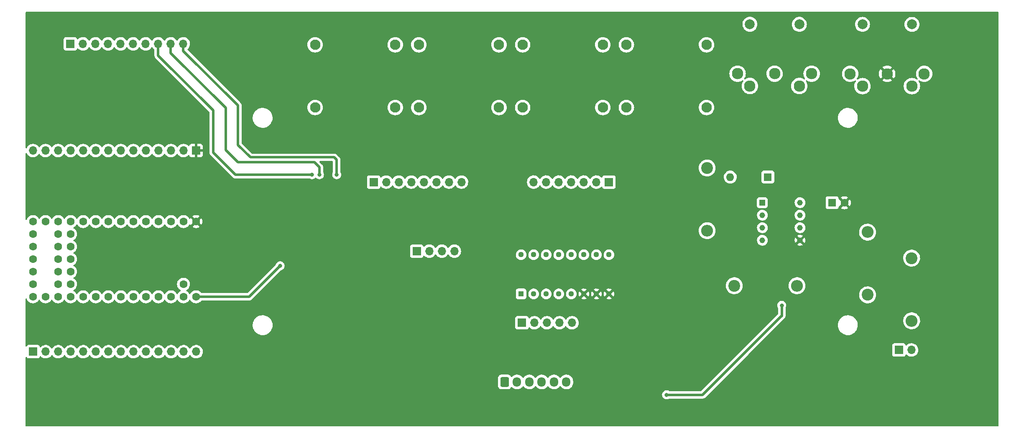
<source format=gbr>
%TF.GenerationSoftware,KiCad,Pcbnew,(6.0.4)*%
%TF.CreationDate,2022-08-01T16:36:47+02:00*%
%TF.ProjectId,MHS_Mobile_Hardware_Sampler_V3,4d48535f-4d6f-4626-996c-655f48617264,rev?*%
%TF.SameCoordinates,Original*%
%TF.FileFunction,Copper,L2,Bot*%
%TF.FilePolarity,Positive*%
%FSLAX46Y46*%
G04 Gerber Fmt 4.6, Leading zero omitted, Abs format (unit mm)*
G04 Created by KiCad (PCBNEW (6.0.4)) date 2022-08-01 16:36:47*
%MOMM*%
%LPD*%
G01*
G04 APERTURE LIST*
G04 Aperture macros list*
%AMRoundRect*
0 Rectangle with rounded corners*
0 $1 Rounding radius*
0 $2 $3 $4 $5 $6 $7 $8 $9 X,Y pos of 4 corners*
0 Add a 4 corners polygon primitive as box body*
4,1,4,$2,$3,$4,$5,$6,$7,$8,$9,$2,$3,0*
0 Add four circle primitives for the rounded corners*
1,1,$1+$1,$2,$3*
1,1,$1+$1,$4,$5*
1,1,$1+$1,$6,$7*
1,1,$1+$1,$8,$9*
0 Add four rect primitives between the rounded corners*
20,1,$1+$1,$2,$3,$4,$5,0*
20,1,$1+$1,$4,$5,$6,$7,0*
20,1,$1+$1,$6,$7,$8,$9,0*
20,1,$1+$1,$8,$9,$2,$3,0*%
G04 Aperture macros list end*
%TA.AperFunction,ComponentPad*%
%ADD10RoundRect,0.250000X-0.600000X-0.725000X0.600000X-0.725000X0.600000X0.725000X-0.600000X0.725000X0*%
%TD*%
%TA.AperFunction,ComponentPad*%
%ADD11O,1.700000X1.950000*%
%TD*%
%TA.AperFunction,ComponentPad*%
%ADD12R,1.700000X1.700000*%
%TD*%
%TA.AperFunction,ComponentPad*%
%ADD13O,1.700000X1.700000*%
%TD*%
%TA.AperFunction,ComponentPad*%
%ADD14C,1.600000*%
%TD*%
%TA.AperFunction,ComponentPad*%
%ADD15R,1.160000X1.160000*%
%TD*%
%TA.AperFunction,ComponentPad*%
%ADD16C,1.160000*%
%TD*%
%TA.AperFunction,ComponentPad*%
%ADD17C,2.300000*%
%TD*%
%TA.AperFunction,ComponentPad*%
%ADD18C,2.000000*%
%TD*%
%TA.AperFunction,ComponentPad*%
%ADD19C,2.100000*%
%TD*%
%TA.AperFunction,ComponentPad*%
%ADD20C,2.400000*%
%TD*%
%TA.AperFunction,ComponentPad*%
%ADD21O,2.400000X2.400000*%
%TD*%
%TA.AperFunction,ComponentPad*%
%ADD22R,1.600000X1.600000*%
%TD*%
%TA.AperFunction,ComponentPad*%
%ADD23O,1.600000X1.600000*%
%TD*%
%TA.AperFunction,ComponentPad*%
%ADD24R,1.130000X1.130000*%
%TD*%
%TA.AperFunction,ComponentPad*%
%ADD25C,1.130000*%
%TD*%
%TA.AperFunction,ViaPad*%
%ADD26C,0.800000*%
%TD*%
%TA.AperFunction,Conductor*%
%ADD27C,0.500000*%
%TD*%
G04 APERTURE END LIST*
D10*
%TO.P,J4,1,1*%
%TO.N,Net-(J2-Pad13)*%
X114500000Y-93500000D03*
D11*
%TO.P,J4,2,2*%
%TO.N,Net-(J2-Pad12)*%
X117000000Y-93500000D03*
%TO.P,J4,3,3*%
%TO.N,Net-(J4-Pad3)*%
X119500000Y-93500000D03*
%TO.P,J4,4,4*%
%TO.N,Net-(J4-Pad4)*%
X122000000Y-93500000D03*
%TO.P,J4,5,5*%
%TO.N,Net-(J4-Pad5)*%
X124500000Y-93500000D03*
%TO.P,J4,6,6*%
%TO.N,Net-(J4-Pad6)*%
X127000000Y-93500000D03*
%TD*%
D12*
%TO.P,J6,1,Pin_1*%
%TO.N,Net-(J4-Pad3)*%
X96700000Y-67000000D03*
D13*
%TO.P,J6,2,Pin_2*%
%TO.N,Net-(J4-Pad4)*%
X99240000Y-67000000D03*
%TO.P,J6,3,Pin_3*%
%TO.N,Net-(J4-Pad5)*%
X101780000Y-67000000D03*
%TO.P,J6,4,Pin_4*%
%TO.N,Net-(J4-Pad6)*%
X104320000Y-67000000D03*
%TD*%
D14*
%TO.P,U7,1,GND*%
%TO.N,GND*%
X52020000Y-61000000D03*
%TO.P,U7,2,0_RX1_CRX2_CS1*%
%TO.N,Net-(J1-Pad2)*%
X49480000Y-61000000D03*
%TO.P,U7,3,1_TX1_CTX2_MISO1*%
%TO.N,Net-(J1-Pad3)*%
X46940000Y-61000000D03*
%TO.P,U7,4,2_OUT2*%
%TO.N,Net-(J1-Pad4)*%
X44400000Y-61000000D03*
%TO.P,U7,5,3_LRCLK2*%
%TO.N,Net-(J1-Pad5)*%
X41860000Y-61000000D03*
%TO.P,U7,6,4_BCLK2*%
%TO.N,Net-(J1-Pad6)*%
X39320000Y-61000000D03*
%TO.P,U7,7,5_IN2*%
%TO.N,Net-(J1-Pad7)*%
X36780000Y-61000000D03*
%TO.P,U7,8,6_OUT1D*%
%TO.N,Net-(J1-Pad8)*%
X34240000Y-61000000D03*
%TO.P,U7,9,7_RX2_OUT1A*%
%TO.N,Net-(J1-Pad9)*%
X31700000Y-61000000D03*
%TO.P,U7,10,8_TX2_IN1*%
%TO.N,Net-(J1-Pad10)*%
X29160000Y-61000000D03*
%TO.P,U7,11,9_OUT1C*%
%TO.N,Net-(J1-Pad11)*%
X26620000Y-61000000D03*
%TO.P,U7,12,10_CS_MQSR*%
%TO.N,Net-(J1-Pad12)*%
X24080000Y-61000000D03*
%TO.P,U7,13,11_MOSI_CTX1*%
%TO.N,Net-(J1-Pad13)*%
X21540000Y-61000000D03*
%TO.P,U7,14,12_MISO_MQSL*%
%TO.N,Net-(J1-Pad14)*%
X19000000Y-61000000D03*
%TO.P,U7,15,VBAT*%
%TO.N,unconnected-(U7-Pad15)*%
X19000000Y-63540000D03*
%TO.P,U7,16,3V3*%
%TO.N,unconnected-(U7-Pad16)*%
X19000000Y-66080000D03*
%TO.P,U7,17,GND*%
%TO.N,unconnected-(U7-Pad17)*%
X19000000Y-68620000D03*
%TO.P,U7,18,PROGRAM*%
%TO.N,unconnected-(U7-Pad18)*%
X19000000Y-71160000D03*
%TO.P,U7,19,ON_OFF*%
%TO.N,unconnected-(U7-Pad19)*%
X19000000Y-73700000D03*
%TO.P,U7,20,13_SCK_CRX1_LED*%
%TO.N,Net-(J2-Pad1)*%
X19000000Y-76240000D03*
%TO.P,U7,21,14_A0_TX3_SPDIF_OUT*%
%TO.N,Net-(J2-Pad2)*%
X21540000Y-76240000D03*
%TO.P,U7,22,15_A1_RX3_SPDIF_IN*%
%TO.N,Net-(J2-Pad3)*%
X24080000Y-76240000D03*
%TO.P,U7,23,16_A2_RX4_SCL1*%
%TO.N,Net-(J2-Pad4)*%
X26620000Y-76240000D03*
%TO.P,U7,24,17_A3_TX4_SDA1*%
%TO.N,Net-(J2-Pad5)*%
X29160000Y-76240000D03*
%TO.P,U7,25,18_A4_SDA0*%
%TO.N,Net-(J2-Pad6)*%
X31700000Y-76240000D03*
%TO.P,U7,26,19_A5_SCL0*%
%TO.N,Net-(J2-Pad7)*%
X34240000Y-76240000D03*
%TO.P,U7,27,20_A6_TX5_LRCLK1*%
%TO.N,Net-(J2-Pad8)*%
X36780000Y-76240000D03*
%TO.P,U7,28,21_A7_RX5_BCLK1*%
%TO.N,Net-(J2-Pad9)*%
X39320000Y-76240000D03*
%TO.P,U7,29,22_A8_CTX1*%
%TO.N,Net-(J2-Pad10)*%
X41860000Y-76240000D03*
%TO.P,U7,30,23_A9_CRX1_MCLK1*%
%TO.N,Net-(J2-Pad11)*%
X44400000Y-76240000D03*
%TO.P,U7,31,3V3*%
%TO.N,Net-(J2-Pad12)*%
X46940000Y-76240000D03*
%TO.P,U7,32,GND*%
%TO.N,Net-(J2-Pad13)*%
X49480000Y-76240000D03*
%TO.P,U7,33,VIN*%
%TO.N,Net-(C1-Pad1)*%
X52020000Y-76240000D03*
%TO.P,U7,34,VUSB*%
%TO.N,unconnected-(U7-Pad34)*%
X49480000Y-73700000D03*
%TO.P,U7,35,24_A10_TX6_SCL2*%
%TO.N,unconnected-(U7-Pad35)*%
X24080000Y-73700000D03*
%TO.P,U7,36,25_A11_RX6_SDA2*%
%TO.N,unconnected-(U7-Pad36)*%
X26620000Y-73700000D03*
%TO.P,U7,37,26_A12_MOSI1*%
%TO.N,unconnected-(U7-Pad37)*%
X24080000Y-71160000D03*
%TO.P,U7,38,27_A13_SCK1*%
%TO.N,unconnected-(U7-Pad38)*%
X26620000Y-71160000D03*
%TO.P,U7,39,28_RX7*%
%TO.N,unconnected-(U7-Pad39)*%
X24080000Y-68620000D03*
%TO.P,U7,40,29_TX7*%
%TO.N,unconnected-(U7-Pad40)*%
X26620000Y-68620000D03*
%TO.P,U7,41,30_CRX3*%
%TO.N,unconnected-(U7-Pad41)*%
X24080000Y-66080000D03*
%TO.P,U7,42,31_CTX3*%
%TO.N,unconnected-(U7-Pad42)*%
X26620000Y-66080000D03*
%TO.P,U7,43,32_OUT1B*%
%TO.N,unconnected-(U7-Pad43)*%
X24080000Y-63540000D03*
%TO.P,U7,44,33_MCLK2*%
%TO.N,unconnected-(U7-Pad44)*%
X26620000Y-63540000D03*
%TD*%
D12*
%TO.P,J6_TeensyPinsUnten1,1,Pin_1*%
%TO.N,Net-(J6_TeensyPinsUnten1-Pad1)*%
X26575000Y-25000000D03*
D13*
%TO.P,J6_TeensyPinsUnten1,2,Pin_2*%
%TO.N,Net-(J6_TeensyPinsUnten1-Pad2)*%
X29115000Y-25000000D03*
%TO.P,J6_TeensyPinsUnten1,3,Pin_3*%
%TO.N,Net-(J6_TeensyPinsUnten1-Pad3)*%
X31655000Y-25000000D03*
%TO.P,J6_TeensyPinsUnten1,4,Pin_4*%
%TO.N,Net-(J6_TeensyPinsUnten1-Pad4)*%
X34195000Y-25000000D03*
%TO.P,J6_TeensyPinsUnten1,5,Pin_5*%
%TO.N,Net-(J6_TeensyPinsUnten1-Pad5)*%
X36735000Y-25000000D03*
%TO.P,J6_TeensyPinsUnten1,6,Pin_6*%
%TO.N,Net-(J6_TeensyPinsUnten1-Pad6)*%
X39275000Y-25000000D03*
%TO.P,J6_TeensyPinsUnten1,7,Pin_7*%
%TO.N,Net-(J6_TeensyPinsUnten1-Pad7)*%
X41815000Y-25000000D03*
%TO.P,J6_TeensyPinsUnten1,8,Pin_8*%
%TO.N,Net-(J6_TeensyPinsUnten1-Pad8)*%
X44355000Y-25000000D03*
%TO.P,J6_TeensyPinsUnten1,9,Pin_9*%
%TO.N,Net-(J6_TeensyPinsUnten1-Pad9)*%
X46895000Y-25000000D03*
%TO.P,J6_TeensyPinsUnten1,10,Pin_10*%
%TO.N,Net-(J6_TeensyPinsUnten1-Pad10)*%
X49435000Y-25000000D03*
%TD*%
D15*
%TO.P,U6,1,NC*%
%TO.N,unconnected-(U6-Pad1)*%
X166690000Y-57180000D03*
D16*
%TO.P,U6,2,C1*%
%TO.N,Net-(D1-Pad1)*%
X166690000Y-59720000D03*
%TO.P,U6,3,C2*%
%TO.N,Net-(D1-Pad2)*%
X166690000Y-62260000D03*
%TO.P,U6,4,NC*%
%TO.N,unconnected-(U6-Pad4)*%
X166690000Y-64800000D03*
%TO.P,U6,5,GND*%
%TO.N,GND*%
X174310000Y-64800000D03*
%TO.P,U6,6,VO2*%
%TO.N,Net-(J10-Pad1)*%
X174310000Y-62260000D03*
%TO.P,U6,7,VO1*%
%TO.N,unconnected-(U6-Pad7)*%
X174310000Y-59720000D03*
%TO.P,U6,8,VCC*%
%TO.N,Net-(C1-Pad1)*%
X174310000Y-57180000D03*
%TD*%
D12*
%TO.P,J9,1,Pin_1*%
%TO.N,Net-(J9-Pad1)*%
X118000000Y-81500000D03*
D13*
%TO.P,J9,2,Pin_2*%
%TO.N,Net-(J9-Pad2)*%
X120540000Y-81500000D03*
%TO.P,J9,3,Pin_3*%
%TO.N,Net-(J9-Pad3)*%
X123080000Y-81500000D03*
%TO.P,J9,4,Pin_4*%
%TO.N,Net-(J9-Pad4)*%
X125620000Y-81500000D03*
%TO.P,J9,5,Pin_5*%
%TO.N,Net-(J9-Pad5)*%
X128160000Y-81500000D03*
%TD*%
D12*
%TO.P,J5,1,Pin_1*%
%TO.N,Net-(J5-Pad1)*%
X135625000Y-53000000D03*
D13*
%TO.P,J5,2,Pin_2*%
%TO.N,Net-(J5-Pad2)*%
X133085000Y-53000000D03*
%TO.P,J5,3,Pin_3*%
%TO.N,Net-(J5-Pad3)*%
X130545000Y-53000000D03*
%TO.P,J5,4,Pin_4*%
%TO.N,Net-(J5-Pad4)*%
X128005000Y-53000000D03*
%TO.P,J5,5,Pin_5*%
%TO.N,Net-(J5-Pad5)*%
X125465000Y-53000000D03*
%TO.P,J5,6,Pin_6*%
%TO.N,Net-(J5-Pad6)*%
X122925000Y-53000000D03*
%TO.P,J5,7,Pin_7*%
%TO.N,Net-(J5-Pad7)*%
X120385000Y-53000000D03*
%TD*%
D12*
%TO.P,J10,1,Pin_1*%
%TO.N,Net-(J10-Pad1)*%
X194340000Y-87010000D03*
D13*
%TO.P,J10,2,Pin_2*%
%TO.N,Net-(J10-Pad2)*%
X196880000Y-87010000D03*
%TD*%
D12*
%TO.P,J1,1,Pin_1*%
%TO.N,GND*%
X52010000Y-46620000D03*
D13*
%TO.P,J1,2,Pin_2*%
%TO.N,Net-(J1-Pad2)*%
X49470000Y-46620000D03*
%TO.P,J1,3,Pin_3*%
%TO.N,Net-(J1-Pad3)*%
X46930000Y-46620000D03*
%TO.P,J1,4,Pin_4*%
%TO.N,Net-(J1-Pad4)*%
X44390000Y-46620000D03*
%TO.P,J1,5,Pin_5*%
%TO.N,Net-(J1-Pad5)*%
X41850000Y-46620000D03*
%TO.P,J1,6,Pin_6*%
%TO.N,Net-(J1-Pad6)*%
X39310000Y-46620000D03*
%TO.P,J1,7,Pin_7*%
%TO.N,Net-(J1-Pad7)*%
X36770000Y-46620000D03*
%TO.P,J1,8,Pin_8*%
%TO.N,Net-(J1-Pad8)*%
X34230000Y-46620000D03*
%TO.P,J1,9,Pin_9*%
%TO.N,Net-(J1-Pad9)*%
X31690000Y-46620000D03*
%TO.P,J1,10,Pin_10*%
%TO.N,Net-(J1-Pad10)*%
X29150000Y-46620000D03*
%TO.P,J1,11,Pin_11*%
%TO.N,Net-(J1-Pad11)*%
X26610000Y-46620000D03*
%TO.P,J1,12,Pin_12*%
%TO.N,Net-(J1-Pad12)*%
X24070000Y-46620000D03*
%TO.P,J1,13,Pin_13*%
%TO.N,Net-(J1-Pad13)*%
X21530000Y-46620000D03*
%TO.P,J1,14,Pin_14*%
%TO.N,Net-(J1-Pad14)*%
X18990000Y-46620000D03*
%TD*%
D17*
%TO.P,J8,5*%
%TO.N,Net-(J8-Pad5)*%
X196970000Y-33567500D03*
%TO.P,J8,4*%
%TO.N,Net-(J8-Pad4)*%
X186970000Y-33567500D03*
%TO.P,J8,3*%
%TO.N,unconnected-(J8-Pad3)*%
X199470000Y-31067500D03*
%TO.P,J8,2*%
%TO.N,GND*%
X191970000Y-31067500D03*
%TO.P,J8,1*%
%TO.N,unconnected-(J8-Pad1)*%
X184470000Y-31067500D03*
D18*
%TO.P,J8,*%
%TO.N,*%
X186969129Y-21056684D03*
X196982056Y-21066973D03*
%TD*%
D19*
%TO.P,J17,1,TN*%
%TO.N,Net-(J17-Pad1)*%
X118154670Y-25190000D03*
%TO.P,J17,2,SN*%
%TO.N,Net-(J17-Pad2)*%
X118154670Y-37890000D03*
%TO.P,J17,3,S*%
%TO.N,unconnected-(J17-Pad3)*%
X134384670Y-37890000D03*
%TO.P,J17,4,T*%
%TO.N,unconnected-(J17-Pad4)*%
X134384670Y-25190000D03*
%TD*%
D20*
%TO.P,R8,1*%
%TO.N,Net-(J8-Pad5)*%
X196920000Y-68410000D03*
D21*
%TO.P,R8,2*%
%TO.N,Net-(J10-Pad2)*%
X196920000Y-81110000D03*
%TD*%
D19*
%TO.P,J16,1,TN*%
%TO.N,Net-(J16-Pad1)*%
X97124670Y-25190000D03*
%TO.P,J16,2,SN*%
%TO.N,Net-(J16-Pad2)*%
X97124670Y-37890000D03*
%TO.P,J16,3,S*%
%TO.N,unconnected-(J16-Pad3)*%
X113354670Y-37890000D03*
%TO.P,J16,4,T*%
%TO.N,unconnected-(J16-Pad4)*%
X113354670Y-25190000D03*
%TD*%
D20*
%TO.P,R6,1*%
%TO.N,Net-(J2-Pad12)*%
X161000000Y-74000000D03*
D21*
%TO.P,R6,2*%
%TO.N,Net-(J10-Pad1)*%
X173700000Y-74000000D03*
%TD*%
D17*
%TO.P,J3,5*%
%TO.N,Net-(D1-Pad2)*%
X174170000Y-33547500D03*
%TO.P,J3,4*%
%TO.N,Net-(J3-Pad4)*%
X164170000Y-33547500D03*
%TO.P,J3,3*%
%TO.N,unconnected-(J3-Pad3)*%
X176670000Y-31047500D03*
%TO.P,J3,2*%
%TO.N,unconnected-(J3-Pad2)*%
X169170000Y-31047500D03*
%TO.P,J3,1*%
%TO.N,unconnected-(J3-Pad1)*%
X161670000Y-31047500D03*
D18*
%TO.P,J3,*%
%TO.N,*%
X164169129Y-21036684D03*
X174182056Y-21046973D03*
%TD*%
D22*
%TO.P,C1,1*%
%TO.N,Net-(C1-Pad1)*%
X180817621Y-57190000D03*
D14*
%TO.P,C1,2*%
%TO.N,GND*%
X183317621Y-57190000D03*
%TD*%
D12*
%TO.P,J7,1,Pin_1*%
%TO.N,Net-(J11-Pad1)*%
X87990000Y-53000000D03*
D13*
%TO.P,J7,2,Pin_2*%
%TO.N,Net-(J11-Pad2)*%
X90530000Y-53000000D03*
%TO.P,J7,3,Pin_3*%
%TO.N,Net-(J16-Pad1)*%
X93070000Y-53000000D03*
%TO.P,J7,4,Pin_4*%
%TO.N,Net-(J16-Pad2)*%
X95610000Y-53000000D03*
%TO.P,J7,5,Pin_5*%
%TO.N,Net-(J17-Pad1)*%
X98150000Y-53000000D03*
%TO.P,J7,6,Pin_6*%
%TO.N,Net-(J17-Pad2)*%
X100690000Y-53000000D03*
%TO.P,J7,7,Pin_7*%
%TO.N,Net-(J18-Pad1)*%
X103230000Y-53000000D03*
%TO.P,J7,8,Pin_8*%
%TO.N,Net-(J18-Pad2)*%
X105770000Y-53000000D03*
%TD*%
D19*
%TO.P,J18,1,TN*%
%TO.N,Net-(J18-Pad1)*%
X139154670Y-25190000D03*
%TO.P,J18,2,SN*%
%TO.N,Net-(J18-Pad2)*%
X139154670Y-37890000D03*
%TO.P,J18,3,S*%
%TO.N,unconnected-(J18-Pad3)*%
X155384670Y-37890000D03*
%TO.P,J18,4,T*%
%TO.N,unconnected-(J18-Pad4)*%
X155384670Y-25190000D03*
%TD*%
D20*
%TO.P,R7,1*%
%TO.N,Net-(J2-Pad12)*%
X188000000Y-75850000D03*
D21*
%TO.P,R7,2*%
%TO.N,Net-(J8-Pad4)*%
X188000000Y-63150000D03*
%TD*%
D22*
%TO.P,D1,1,K*%
%TO.N,Net-(D1-Pad1)*%
X167810000Y-51990000D03*
D23*
%TO.P,D1,2,A*%
%TO.N,Net-(D1-Pad2)*%
X160190000Y-51990000D03*
%TD*%
D12*
%TO.P,J2,1,Pin_1*%
%TO.N,Net-(J2-Pad1)*%
X19032663Y-87357701D03*
D13*
%TO.P,J2,2,Pin_2*%
%TO.N,Net-(J2-Pad2)*%
X21572663Y-87357701D03*
%TO.P,J2,3,Pin_3*%
%TO.N,Net-(J2-Pad3)*%
X24112663Y-87357701D03*
%TO.P,J2,4,Pin_4*%
%TO.N,Net-(J2-Pad4)*%
X26652663Y-87357701D03*
%TO.P,J2,5,Pin_5*%
%TO.N,Net-(J2-Pad5)*%
X29192663Y-87357701D03*
%TO.P,J2,6,Pin_6*%
%TO.N,Net-(J2-Pad6)*%
X31732663Y-87357701D03*
%TO.P,J2,7,Pin_7*%
%TO.N,Net-(J2-Pad7)*%
X34272663Y-87357701D03*
%TO.P,J2,8,Pin_8*%
%TO.N,Net-(J2-Pad8)*%
X36812663Y-87357701D03*
%TO.P,J2,9,Pin_9*%
%TO.N,Net-(J2-Pad9)*%
X39352663Y-87357701D03*
%TO.P,J2,10,Pin_10*%
%TO.N,Net-(J2-Pad10)*%
X41892663Y-87357701D03*
%TO.P,J2,11,Pin_11*%
%TO.N,Net-(J2-Pad11)*%
X44432663Y-87357701D03*
%TO.P,J2,12,Pin_12*%
%TO.N,Net-(J2-Pad12)*%
X46972663Y-87357701D03*
%TO.P,J2,13,Pin_13*%
%TO.N,Net-(J2-Pad13)*%
X49512663Y-87357701D03*
%TO.P,J2,14,Pin_14*%
%TO.N,Net-(C1-Pad1)*%
X52052663Y-87357701D03*
%TD*%
D19*
%TO.P,J11,1,TN*%
%TO.N,Net-(J11-Pad1)*%
X76124340Y-25190000D03*
%TO.P,J11,2,SN*%
%TO.N,Net-(J11-Pad2)*%
X76124340Y-37890000D03*
%TO.P,J11,3,S*%
%TO.N,unconnected-(J11-Pad3)*%
X92354340Y-37890000D03*
%TO.P,J11,4,T*%
%TO.N,unconnected-(J11-Pad4)*%
X92354340Y-25190000D03*
%TD*%
D24*
%TO.P,U5,1,A4*%
%TO.N,Net-(J9-Pad1)*%
X117840000Y-75657960D03*
D25*
%TO.P,U5,2,A6*%
%TO.N,Net-(J9-Pad2)*%
X120380000Y-75657960D03*
%TO.P,U5,3,A*%
%TO.N,Net-(J9-Pad3)*%
X122920000Y-75657960D03*
%TO.P,U5,4,A7*%
%TO.N,Net-(J9-Pad4)*%
X125460000Y-75657960D03*
%TO.P,U5,5,A5*%
%TO.N,Net-(J9-Pad5)*%
X128000000Y-75657960D03*
%TO.P,U5,6,~{E}*%
%TO.N,GND*%
X130540000Y-75657960D03*
%TO.P,U5,7,VEE*%
X133080000Y-75657960D03*
%TO.P,U5,8,GND*%
X135620000Y-75657960D03*
%TO.P,U5,9,S2*%
%TO.N,Net-(J5-Pad1)*%
X135620000Y-67717960D03*
%TO.P,U5,10,S1*%
%TO.N,Net-(J5-Pad2)*%
X133080000Y-67717960D03*
%TO.P,U5,11,S0*%
%TO.N,Net-(J5-Pad3)*%
X130540000Y-67717960D03*
%TO.P,U5,12,A3*%
%TO.N,Net-(J5-Pad4)*%
X128000000Y-67717960D03*
%TO.P,U5,13,A0*%
%TO.N,Net-(J5-Pad5)*%
X125460000Y-67717960D03*
%TO.P,U5,14,A1*%
%TO.N,Net-(J5-Pad6)*%
X122920000Y-67717960D03*
%TO.P,U5,15,A2*%
%TO.N,Net-(J5-Pad7)*%
X120380000Y-67717960D03*
%TO.P,U5,16,VCC*%
%TO.N,Net-(J2-Pad12)*%
X117840000Y-67717960D03*
%TD*%
D20*
%TO.P,R5,1*%
%TO.N,Net-(J3-Pad4)*%
X155500000Y-50150000D03*
D21*
%TO.P,R5,2*%
%TO.N,Net-(D1-Pad1)*%
X155500000Y-62850000D03*
%TD*%
D26*
%TO.N,Net-(J2-Pad12)*%
X170610000Y-77990000D03*
X147300000Y-96100000D03*
%TO.N,Net-(J6_TeensyPinsUnten1-Pad8)*%
X75500000Y-51500000D03*
%TO.N,Net-(J6_TeensyPinsUnten1-Pad9)*%
X77000000Y-51500000D03*
%TO.N,Net-(J6_TeensyPinsUnten1-Pad10)*%
X80500000Y-51500000D03*
%TO.N,Net-(C1-Pad1)*%
X69040000Y-69960000D03*
%TD*%
D27*
%TO.N,Net-(J2-Pad12)*%
X170610000Y-80090000D02*
X170350000Y-80350000D01*
X170610000Y-77990000D02*
X170610000Y-80090000D01*
X147300000Y-96100000D02*
X154600000Y-96100000D01*
X170350000Y-80350000D02*
X170600000Y-80100000D01*
X154600000Y-96100000D02*
X169800000Y-80900000D01*
X169800000Y-80900000D02*
X170350000Y-80350000D01*
%TO.N,Net-(J6_TeensyPinsUnten1-Pad8)*%
X44355000Y-27355000D02*
X44355000Y-25000000D01*
X55500000Y-47000000D02*
X55500000Y-38500000D01*
X75500000Y-51500000D02*
X60000000Y-51500000D01*
X60000000Y-51500000D02*
X55500000Y-47000000D01*
X55500000Y-38500000D02*
X44355000Y-27355000D01*
%TO.N,Net-(J6_TeensyPinsUnten1-Pad9)*%
X77000000Y-50000000D02*
X76000000Y-49000000D01*
X58000000Y-38000000D02*
X46895000Y-26895000D01*
X60500000Y-49000000D02*
X58000000Y-46500000D01*
X76000000Y-49000000D02*
X60500000Y-49000000D01*
X77000000Y-51500000D02*
X77000000Y-50000000D01*
X46895000Y-26895000D02*
X46895000Y-25000000D01*
X58000000Y-46500000D02*
X58000000Y-38000000D01*
%TO.N,Net-(J6_TeensyPinsUnten1-Pad10)*%
X80500000Y-48500000D02*
X80000000Y-48000000D01*
X60500000Y-37500000D02*
X49435000Y-26435000D01*
X63000000Y-48000000D02*
X60500000Y-45500000D01*
X60500000Y-45500000D02*
X60500000Y-37500000D01*
X49435000Y-26435000D02*
X49435000Y-25000000D01*
X80500000Y-51500000D02*
X80500000Y-48500000D01*
X80000000Y-48000000D02*
X63000000Y-48000000D01*
%TO.N,Net-(C1-Pad1)*%
X69040000Y-69960000D02*
X62760000Y-76240000D01*
X62760000Y-76240000D02*
X52020000Y-76240000D01*
%TD*%
%TA.AperFunction,Conductor*%
%TO.N,GND*%
G36*
X214433621Y-18528502D02*
G01*
X214480114Y-18582158D01*
X214491500Y-18634500D01*
X214491500Y-102365500D01*
X214471498Y-102433621D01*
X214417842Y-102480114D01*
X214365500Y-102491500D01*
X17634500Y-102491500D01*
X17566379Y-102471498D01*
X17519886Y-102417842D01*
X17508500Y-102365500D01*
X17508500Y-96100000D01*
X146386496Y-96100000D01*
X146406458Y-96289928D01*
X146465473Y-96471556D01*
X146560960Y-96636944D01*
X146565378Y-96641851D01*
X146565379Y-96641852D01*
X146656286Y-96742814D01*
X146688747Y-96778866D01*
X146741025Y-96816848D01*
X146837904Y-96887235D01*
X146843248Y-96891118D01*
X146849276Y-96893802D01*
X146849278Y-96893803D01*
X147011681Y-96966109D01*
X147017712Y-96968794D01*
X147111112Y-96988647D01*
X147198056Y-97007128D01*
X147198061Y-97007128D01*
X147204513Y-97008500D01*
X147395487Y-97008500D01*
X147401939Y-97007128D01*
X147401944Y-97007128D01*
X147488888Y-96988647D01*
X147582288Y-96968794D01*
X147588319Y-96966109D01*
X147750722Y-96893803D01*
X147750724Y-96893802D01*
X147756752Y-96891118D01*
X147762091Y-96887239D01*
X147762098Y-96887235D01*
X147768528Y-96882563D01*
X147842587Y-96858500D01*
X154532930Y-96858500D01*
X154551880Y-96859933D01*
X154566115Y-96862099D01*
X154566119Y-96862099D01*
X154573349Y-96863199D01*
X154580641Y-96862606D01*
X154580644Y-96862606D01*
X154626018Y-96858915D01*
X154636233Y-96858500D01*
X154644293Y-96858500D01*
X154657583Y-96856951D01*
X154672507Y-96855211D01*
X154676882Y-96854778D01*
X154742339Y-96849454D01*
X154742342Y-96849453D01*
X154749637Y-96848860D01*
X154756601Y-96846604D01*
X154762560Y-96845413D01*
X154768415Y-96844029D01*
X154775681Y-96843182D01*
X154844327Y-96818265D01*
X154848455Y-96816848D01*
X154910936Y-96796607D01*
X154910938Y-96796606D01*
X154917899Y-96794351D01*
X154924154Y-96790555D01*
X154929628Y-96788049D01*
X154935058Y-96785330D01*
X154941937Y-96782833D01*
X155002976Y-96742814D01*
X155006680Y-96740477D01*
X155069107Y-96702595D01*
X155077484Y-96695197D01*
X155077508Y-96695224D01*
X155080500Y-96692571D01*
X155083733Y-96689868D01*
X155089852Y-96685856D01*
X155143128Y-96629617D01*
X155145506Y-96627175D01*
X163864547Y-87908134D01*
X192981500Y-87908134D01*
X192988255Y-87970316D01*
X193039385Y-88106705D01*
X193126739Y-88223261D01*
X193243295Y-88310615D01*
X193379684Y-88361745D01*
X193441866Y-88368500D01*
X195238134Y-88368500D01*
X195300316Y-88361745D01*
X195436705Y-88310615D01*
X195553261Y-88223261D01*
X195640615Y-88106705D01*
X195668304Y-88032845D01*
X195684598Y-87989382D01*
X195727240Y-87932618D01*
X195793802Y-87907918D01*
X195863150Y-87923126D01*
X195897817Y-87951114D01*
X195926250Y-87983938D01*
X196098126Y-88126632D01*
X196291000Y-88239338D01*
X196295825Y-88241180D01*
X196295826Y-88241181D01*
X196334201Y-88255835D01*
X196499692Y-88319030D01*
X196504760Y-88320061D01*
X196504763Y-88320062D01*
X196612017Y-88341883D01*
X196718597Y-88363567D01*
X196723772Y-88363757D01*
X196723774Y-88363757D01*
X196936673Y-88371564D01*
X196936677Y-88371564D01*
X196941837Y-88371753D01*
X196946957Y-88371097D01*
X196946959Y-88371097D01*
X197158288Y-88344025D01*
X197158289Y-88344025D01*
X197163416Y-88343368D01*
X197184365Y-88337083D01*
X197372429Y-88280661D01*
X197372434Y-88280659D01*
X197377384Y-88279174D01*
X197577994Y-88180896D01*
X197759860Y-88051173D01*
X197805868Y-88005326D01*
X197903616Y-87907918D01*
X197918096Y-87893489D01*
X198048453Y-87712077D01*
X198078776Y-87650724D01*
X198145136Y-87516453D01*
X198145137Y-87516451D01*
X198147430Y-87511811D01*
X198212370Y-87298069D01*
X198241529Y-87076590D01*
X198243156Y-87010000D01*
X198224852Y-86787361D01*
X198170431Y-86570702D01*
X198081354Y-86365840D01*
X197960014Y-86178277D01*
X197809670Y-86013051D01*
X197805619Y-86009852D01*
X197805615Y-86009848D01*
X197638414Y-85877800D01*
X197638410Y-85877798D01*
X197634359Y-85874598D01*
X197438789Y-85766638D01*
X197433920Y-85764914D01*
X197433916Y-85764912D01*
X197233087Y-85693795D01*
X197233083Y-85693794D01*
X197228212Y-85692069D01*
X197223119Y-85691162D01*
X197223116Y-85691161D01*
X197013373Y-85653800D01*
X197013367Y-85653799D01*
X197008284Y-85652894D01*
X196934452Y-85651992D01*
X196790081Y-85650228D01*
X196790079Y-85650228D01*
X196784911Y-85650165D01*
X196564091Y-85683955D01*
X196351756Y-85753357D01*
X196153607Y-85856507D01*
X196149474Y-85859610D01*
X196149471Y-85859612D01*
X195979100Y-85987530D01*
X195974965Y-85990635D01*
X195918537Y-86049684D01*
X195894283Y-86075064D01*
X195832759Y-86110494D01*
X195761846Y-86107037D01*
X195704060Y-86065791D01*
X195685207Y-86032243D01*
X195643767Y-85921703D01*
X195640615Y-85913295D01*
X195553261Y-85796739D01*
X195436705Y-85709385D01*
X195300316Y-85658255D01*
X195238134Y-85651500D01*
X193441866Y-85651500D01*
X193379684Y-85658255D01*
X193243295Y-85709385D01*
X193126739Y-85796739D01*
X193039385Y-85913295D01*
X192988255Y-86049684D01*
X192981500Y-86111866D01*
X192981500Y-87908134D01*
X163864547Y-87908134D01*
X169842948Y-81929733D01*
X181987822Y-81929733D01*
X181987975Y-81934121D01*
X181987975Y-81934127D01*
X181997366Y-82203028D01*
X181997625Y-82210458D01*
X181998387Y-82214781D01*
X181998388Y-82214788D01*
X182022164Y-82349624D01*
X182046402Y-82487087D01*
X182133203Y-82754235D01*
X182135131Y-82758188D01*
X182135133Y-82758193D01*
X182171799Y-82833368D01*
X182256340Y-83006702D01*
X182258795Y-83010341D01*
X182258798Y-83010347D01*
X182331890Y-83118710D01*
X182413415Y-83239576D01*
X182601371Y-83448322D01*
X182816550Y-83628879D01*
X183054764Y-83777731D01*
X183311375Y-83891982D01*
X183581390Y-83969407D01*
X183585740Y-83970018D01*
X183585743Y-83970019D01*
X183688690Y-83984487D01*
X183859552Y-84008500D01*
X184070146Y-84008500D01*
X184072332Y-84008347D01*
X184072336Y-84008347D01*
X184275827Y-83994118D01*
X184275832Y-83994117D01*
X184280212Y-83993811D01*
X184554970Y-83935409D01*
X184559099Y-83933906D01*
X184559103Y-83933905D01*
X184814781Y-83840846D01*
X184814785Y-83840844D01*
X184818926Y-83839337D01*
X185066942Y-83707464D01*
X185171896Y-83631211D01*
X185290629Y-83544947D01*
X185290632Y-83544944D01*
X185294192Y-83542358D01*
X185496252Y-83347231D01*
X185669188Y-83125882D01*
X185671384Y-83122078D01*
X185671389Y-83122071D01*
X185807435Y-82886431D01*
X185809636Y-82882619D01*
X185914862Y-82622176D01*
X185929628Y-82562953D01*
X185981753Y-82353893D01*
X185981754Y-82353888D01*
X185982817Y-82349624D01*
X185985039Y-82328488D01*
X186011719Y-82074636D01*
X186011719Y-82074633D01*
X186012178Y-82070267D01*
X186010922Y-82034297D01*
X186002529Y-81793939D01*
X186002528Y-81793933D01*
X186002375Y-81789542D01*
X185985083Y-81691470D01*
X185954360Y-81517236D01*
X185953598Y-81512913D01*
X185866797Y-81245765D01*
X185845841Y-81202798D01*
X185780983Y-81069822D01*
X185778705Y-81065151D01*
X195207296Y-81065151D01*
X195219480Y-81318798D01*
X195244250Y-81443327D01*
X195268103Y-81563240D01*
X195269021Y-81567857D01*
X195270600Y-81572255D01*
X195270602Y-81572262D01*
X195315022Y-81695980D01*
X195354831Y-81806858D01*
X195357048Y-81810984D01*
X195459583Y-82001811D01*
X195475025Y-82030551D01*
X195477820Y-82034294D01*
X195477822Y-82034297D01*
X195624171Y-82230282D01*
X195624176Y-82230288D01*
X195626963Y-82234020D01*
X195630272Y-82237300D01*
X195630277Y-82237306D01*
X195792515Y-82398134D01*
X195807307Y-82412797D01*
X195811069Y-82415555D01*
X195811072Y-82415558D01*
X195902730Y-82482764D01*
X196012094Y-82562953D01*
X196016229Y-82565129D01*
X196016233Y-82565131D01*
X196124658Y-82622176D01*
X196236827Y-82681191D01*
X196328662Y-82713261D01*
X196457328Y-82758193D01*
X196476568Y-82764912D01*
X196726050Y-82812278D01*
X196846532Y-82817011D01*
X196975125Y-82822064D01*
X196975130Y-82822064D01*
X196979793Y-82822247D01*
X197078774Y-82811407D01*
X197227569Y-82795112D01*
X197227575Y-82795111D01*
X197232222Y-82794602D01*
X197328804Y-82769174D01*
X197473273Y-82731138D01*
X197477793Y-82729948D01*
X197609942Y-82673173D01*
X197706807Y-82631557D01*
X197706810Y-82631555D01*
X197711110Y-82629708D01*
X197715090Y-82627245D01*
X197715094Y-82627243D01*
X197923064Y-82498547D01*
X197923066Y-82498545D01*
X197927047Y-82496082D01*
X197932737Y-82491265D01*
X198117289Y-82335031D01*
X198117291Y-82335029D01*
X198120862Y-82332006D01*
X198288295Y-82141084D01*
X198336673Y-82065873D01*
X198423141Y-81931442D01*
X198425669Y-81927512D01*
X198529967Y-81695980D01*
X198598896Y-81451575D01*
X198616382Y-81314126D01*
X198630545Y-81202798D01*
X198630545Y-81202792D01*
X198630943Y-81199667D01*
X198633291Y-81110000D01*
X198615762Y-80874118D01*
X198614818Y-80861411D01*
X198614817Y-80861407D01*
X198614472Y-80856759D01*
X198613281Y-80851492D01*
X198559459Y-80613639D01*
X198558428Y-80609082D01*
X198543580Y-80570900D01*
X198468084Y-80376762D01*
X198468083Y-80376760D01*
X198466391Y-80372409D01*
X198461927Y-80364598D01*
X198342702Y-80155997D01*
X198342700Y-80155995D01*
X198340383Y-80151940D01*
X198183171Y-79952517D01*
X197998209Y-79778523D01*
X197954483Y-79748189D01*
X197793393Y-79636437D01*
X197793390Y-79636435D01*
X197789561Y-79633779D01*
X197785384Y-79631719D01*
X197785377Y-79631715D01*
X197565996Y-79523528D01*
X197565992Y-79523527D01*
X197561810Y-79521464D01*
X197319960Y-79444047D01*
X197315355Y-79443297D01*
X197073935Y-79403980D01*
X197073934Y-79403980D01*
X197069323Y-79403229D01*
X196942365Y-79401567D01*
X196820083Y-79399966D01*
X196820080Y-79399966D01*
X196815406Y-79399905D01*
X196563787Y-79434149D01*
X196319993Y-79505208D01*
X196089380Y-79611522D01*
X196085471Y-79614085D01*
X195880928Y-79748189D01*
X195880923Y-79748193D01*
X195877015Y-79750755D01*
X195687562Y-79919848D01*
X195525183Y-80115087D01*
X195393447Y-80332182D01*
X195391638Y-80336496D01*
X195391637Y-80336498D01*
X195300037Y-80554940D01*
X195295246Y-80566365D01*
X195294095Y-80570897D01*
X195294094Y-80570900D01*
X195263017Y-80693267D01*
X195232738Y-80812490D01*
X195207296Y-81065151D01*
X185778705Y-81065151D01*
X185743660Y-80993298D01*
X185741205Y-80989659D01*
X185741202Y-80989653D01*
X185654701Y-80861411D01*
X185586585Y-80760424D01*
X185398629Y-80551678D01*
X185183450Y-80371121D01*
X184945236Y-80222269D01*
X184688625Y-80108018D01*
X184418610Y-80030593D01*
X184414260Y-80029982D01*
X184414257Y-80029981D01*
X184311310Y-80015513D01*
X184140448Y-79991500D01*
X183929854Y-79991500D01*
X183927668Y-79991653D01*
X183927664Y-79991653D01*
X183724173Y-80005882D01*
X183724168Y-80005883D01*
X183719788Y-80006189D01*
X183445030Y-80064591D01*
X183440901Y-80066094D01*
X183440897Y-80066095D01*
X183185219Y-80159154D01*
X183185215Y-80159156D01*
X183181074Y-80160663D01*
X182933058Y-80292536D01*
X182929499Y-80295122D01*
X182929497Y-80295123D01*
X182755942Y-80421218D01*
X182705808Y-80457642D01*
X182702644Y-80460698D01*
X182702641Y-80460700D01*
X182654831Y-80506870D01*
X182503748Y-80652769D01*
X182330812Y-80874118D01*
X182328616Y-80877922D01*
X182328611Y-80877929D01*
X182217822Y-81069822D01*
X182190364Y-81117381D01*
X182085138Y-81377824D01*
X182084073Y-81382097D01*
X182084072Y-81382099D01*
X182050379Y-81517236D01*
X182017183Y-81650376D01*
X182016724Y-81654744D01*
X182016723Y-81654749D01*
X181988503Y-81923251D01*
X181987822Y-81929733D01*
X169842948Y-81929733D01*
X171098911Y-80673770D01*
X171113323Y-80661384D01*
X171124918Y-80652851D01*
X171124923Y-80652846D01*
X171130818Y-80648508D01*
X171135557Y-80642930D01*
X171135560Y-80642927D01*
X171165035Y-80608232D01*
X171171965Y-80600716D01*
X171177661Y-80595020D01*
X171179924Y-80592159D01*
X171179929Y-80592154D01*
X171195293Y-80572734D01*
X171198082Y-80569333D01*
X171240592Y-80519296D01*
X171240594Y-80519294D01*
X171245333Y-80513715D01*
X171248662Y-80507195D01*
X171252028Y-80502148D01*
X171255193Y-80497024D01*
X171259735Y-80491283D01*
X171290637Y-80425164D01*
X171292565Y-80421218D01*
X171322442Y-80362708D01*
X171322443Y-80362706D01*
X171325769Y-80356192D01*
X171327508Y-80349086D01*
X171329609Y-80343436D01*
X171331524Y-80337679D01*
X171334622Y-80331050D01*
X171349491Y-80259565D01*
X171350461Y-80255282D01*
X171362821Y-80204771D01*
X171367808Y-80184390D01*
X171368500Y-80173236D01*
X171368535Y-80173238D01*
X171368775Y-80169266D01*
X171369152Y-80165045D01*
X171370641Y-80157885D01*
X171368546Y-80080458D01*
X171368500Y-80077050D01*
X171368500Y-78526999D01*
X171385381Y-78463999D01*
X171441223Y-78367279D01*
X171441224Y-78367278D01*
X171444527Y-78361556D01*
X171503542Y-78179928D01*
X171523504Y-77990000D01*
X171503542Y-77800072D01*
X171444527Y-77618444D01*
X171349040Y-77453056D01*
X171221253Y-77311134D01*
X171066752Y-77198882D01*
X171060724Y-77196198D01*
X171060722Y-77196197D01*
X170898319Y-77123891D01*
X170898318Y-77123891D01*
X170892288Y-77121206D01*
X170798887Y-77101353D01*
X170711944Y-77082872D01*
X170711939Y-77082872D01*
X170705487Y-77081500D01*
X170514513Y-77081500D01*
X170508061Y-77082872D01*
X170508056Y-77082872D01*
X170421113Y-77101353D01*
X170327712Y-77121206D01*
X170321682Y-77123891D01*
X170321681Y-77123891D01*
X170159278Y-77196197D01*
X170159276Y-77196198D01*
X170153248Y-77198882D01*
X169998747Y-77311134D01*
X169870960Y-77453056D01*
X169775473Y-77618444D01*
X169716458Y-77800072D01*
X169696496Y-77990000D01*
X169716458Y-78179928D01*
X169775473Y-78361556D01*
X169778776Y-78367278D01*
X169778777Y-78367279D01*
X169834619Y-78463999D01*
X169851500Y-78526999D01*
X169851500Y-79723629D01*
X169831498Y-79791750D01*
X169814595Y-79812724D01*
X154322724Y-95304595D01*
X154260412Y-95338621D01*
X154233629Y-95341500D01*
X147842587Y-95341500D01*
X147768528Y-95317437D01*
X147762098Y-95312765D01*
X147762091Y-95312761D01*
X147756752Y-95308882D01*
X147750724Y-95306198D01*
X147750722Y-95306197D01*
X147588319Y-95233891D01*
X147588318Y-95233891D01*
X147582288Y-95231206D01*
X147488888Y-95211353D01*
X147401944Y-95192872D01*
X147401939Y-95192872D01*
X147395487Y-95191500D01*
X147204513Y-95191500D01*
X147198061Y-95192872D01*
X147198056Y-95192872D01*
X147111113Y-95211353D01*
X147017712Y-95231206D01*
X147011682Y-95233891D01*
X147011681Y-95233891D01*
X146849278Y-95306197D01*
X146849276Y-95306198D01*
X146843248Y-95308882D01*
X146837907Y-95312762D01*
X146837906Y-95312763D01*
X146831473Y-95317437D01*
X146688747Y-95421134D01*
X146560960Y-95563056D01*
X146465473Y-95728444D01*
X146406458Y-95910072D01*
X146386496Y-96100000D01*
X17508500Y-96100000D01*
X17508500Y-94275400D01*
X113141500Y-94275400D01*
X113141837Y-94278646D01*
X113141837Y-94278650D01*
X113150875Y-94365752D01*
X113152474Y-94381166D01*
X113154655Y-94387702D01*
X113154655Y-94387704D01*
X113186508Y-94483178D01*
X113208450Y-94548946D01*
X113301522Y-94699348D01*
X113426697Y-94824305D01*
X113432927Y-94828145D01*
X113432928Y-94828146D01*
X113570090Y-94912694D01*
X113577262Y-94917115D01*
X113612938Y-94928948D01*
X113738611Y-94970632D01*
X113738613Y-94970632D01*
X113745139Y-94972797D01*
X113751975Y-94973497D01*
X113751978Y-94973498D01*
X113787663Y-94977154D01*
X113849600Y-94983500D01*
X115150400Y-94983500D01*
X115153646Y-94983163D01*
X115153650Y-94983163D01*
X115249308Y-94973238D01*
X115249312Y-94973237D01*
X115256166Y-94972526D01*
X115262702Y-94970345D01*
X115262704Y-94970345D01*
X115394806Y-94926272D01*
X115423946Y-94916550D01*
X115574348Y-94823478D01*
X115699305Y-94698303D01*
X115789081Y-94552660D01*
X115841852Y-94505168D01*
X115911924Y-94493744D01*
X115977048Y-94522018D01*
X115987510Y-94531805D01*
X116029215Y-94575523D01*
X116096576Y-94646135D01*
X116281542Y-94783754D01*
X116286293Y-94786170D01*
X116286297Y-94786172D01*
X116349481Y-94818296D01*
X116487051Y-94888240D01*
X116492145Y-94889822D01*
X116492148Y-94889823D01*
X116692020Y-94951885D01*
X116707227Y-94956607D01*
X116712516Y-94957308D01*
X116930489Y-94986198D01*
X116930494Y-94986198D01*
X116935774Y-94986898D01*
X116941103Y-94986698D01*
X116941105Y-94986698D01*
X117050966Y-94982573D01*
X117166158Y-94978249D01*
X117188802Y-94973498D01*
X117386572Y-94932002D01*
X117391791Y-94930907D01*
X117396750Y-94928949D01*
X117396752Y-94928948D01*
X117601256Y-94848185D01*
X117601258Y-94848184D01*
X117606221Y-94846224D01*
X117642343Y-94824305D01*
X117798757Y-94729390D01*
X117798756Y-94729390D01*
X117803317Y-94726623D01*
X117843134Y-94692072D01*
X117973412Y-94579023D01*
X117973414Y-94579021D01*
X117977445Y-94575523D01*
X118044500Y-94493744D01*
X118120240Y-94401373D01*
X118120244Y-94401367D01*
X118123624Y-94397245D01*
X118141552Y-94365750D01*
X118192632Y-94316445D01*
X118262262Y-94302583D01*
X118328333Y-94328566D01*
X118355573Y-94357716D01*
X118437441Y-94479319D01*
X118596576Y-94646135D01*
X118781542Y-94783754D01*
X118786293Y-94786170D01*
X118786297Y-94786172D01*
X118849481Y-94818296D01*
X118987051Y-94888240D01*
X118992145Y-94889822D01*
X118992148Y-94889823D01*
X119192020Y-94951885D01*
X119207227Y-94956607D01*
X119212516Y-94957308D01*
X119430489Y-94986198D01*
X119430494Y-94986198D01*
X119435774Y-94986898D01*
X119441103Y-94986698D01*
X119441105Y-94986698D01*
X119550966Y-94982573D01*
X119666158Y-94978249D01*
X119688802Y-94973498D01*
X119886572Y-94932002D01*
X119891791Y-94930907D01*
X119896750Y-94928949D01*
X119896752Y-94928948D01*
X120101256Y-94848185D01*
X120101258Y-94848184D01*
X120106221Y-94846224D01*
X120142343Y-94824305D01*
X120298757Y-94729390D01*
X120298756Y-94729390D01*
X120303317Y-94726623D01*
X120343134Y-94692072D01*
X120473412Y-94579023D01*
X120473414Y-94579021D01*
X120477445Y-94575523D01*
X120544500Y-94493744D01*
X120620240Y-94401373D01*
X120620244Y-94401367D01*
X120623624Y-94397245D01*
X120641552Y-94365750D01*
X120692632Y-94316445D01*
X120762262Y-94302583D01*
X120828333Y-94328566D01*
X120855573Y-94357716D01*
X120937441Y-94479319D01*
X121096576Y-94646135D01*
X121281542Y-94783754D01*
X121286293Y-94786170D01*
X121286297Y-94786172D01*
X121349481Y-94818296D01*
X121487051Y-94888240D01*
X121492145Y-94889822D01*
X121492148Y-94889823D01*
X121692020Y-94951885D01*
X121707227Y-94956607D01*
X121712516Y-94957308D01*
X121930489Y-94986198D01*
X121930494Y-94986198D01*
X121935774Y-94986898D01*
X121941103Y-94986698D01*
X121941105Y-94986698D01*
X122050966Y-94982573D01*
X122166158Y-94978249D01*
X122188802Y-94973498D01*
X122386572Y-94932002D01*
X122391791Y-94930907D01*
X122396750Y-94928949D01*
X122396752Y-94928948D01*
X122601256Y-94848185D01*
X122601258Y-94848184D01*
X122606221Y-94846224D01*
X122642343Y-94824305D01*
X122798757Y-94729390D01*
X122798756Y-94729390D01*
X122803317Y-94726623D01*
X122843134Y-94692072D01*
X122973412Y-94579023D01*
X122973414Y-94579021D01*
X122977445Y-94575523D01*
X123044500Y-94493744D01*
X123120240Y-94401373D01*
X123120244Y-94401367D01*
X123123624Y-94397245D01*
X123141552Y-94365750D01*
X123192632Y-94316445D01*
X123262262Y-94302583D01*
X123328333Y-94328566D01*
X123355573Y-94357716D01*
X123437441Y-94479319D01*
X123596576Y-94646135D01*
X123781542Y-94783754D01*
X123786293Y-94786170D01*
X123786297Y-94786172D01*
X123849481Y-94818296D01*
X123987051Y-94888240D01*
X123992145Y-94889822D01*
X123992148Y-94889823D01*
X124192020Y-94951885D01*
X124207227Y-94956607D01*
X124212516Y-94957308D01*
X124430489Y-94986198D01*
X124430494Y-94986198D01*
X124435774Y-94986898D01*
X124441103Y-94986698D01*
X124441105Y-94986698D01*
X124550966Y-94982573D01*
X124666158Y-94978249D01*
X124688802Y-94973498D01*
X124886572Y-94932002D01*
X124891791Y-94930907D01*
X124896750Y-94928949D01*
X124896752Y-94928948D01*
X125101256Y-94848185D01*
X125101258Y-94848184D01*
X125106221Y-94846224D01*
X125142343Y-94824305D01*
X125298757Y-94729390D01*
X125298756Y-94729390D01*
X125303317Y-94726623D01*
X125343134Y-94692072D01*
X125473412Y-94579023D01*
X125473414Y-94579021D01*
X125477445Y-94575523D01*
X125544500Y-94493744D01*
X125620240Y-94401373D01*
X125620244Y-94401367D01*
X125623624Y-94397245D01*
X125641552Y-94365750D01*
X125692632Y-94316445D01*
X125762262Y-94302583D01*
X125828333Y-94328566D01*
X125855573Y-94357716D01*
X125937441Y-94479319D01*
X126096576Y-94646135D01*
X126281542Y-94783754D01*
X126286293Y-94786170D01*
X126286297Y-94786172D01*
X126349481Y-94818296D01*
X126487051Y-94888240D01*
X126492145Y-94889822D01*
X126492148Y-94889823D01*
X126692020Y-94951885D01*
X126707227Y-94956607D01*
X126712516Y-94957308D01*
X126930489Y-94986198D01*
X126930494Y-94986198D01*
X126935774Y-94986898D01*
X126941103Y-94986698D01*
X126941105Y-94986698D01*
X127050966Y-94982573D01*
X127166158Y-94978249D01*
X127188802Y-94973498D01*
X127386572Y-94932002D01*
X127391791Y-94930907D01*
X127396750Y-94928949D01*
X127396752Y-94928948D01*
X127601256Y-94848185D01*
X127601258Y-94848184D01*
X127606221Y-94846224D01*
X127642343Y-94824305D01*
X127798757Y-94729390D01*
X127798756Y-94729390D01*
X127803317Y-94726623D01*
X127843134Y-94692072D01*
X127973412Y-94579023D01*
X127973414Y-94579021D01*
X127977445Y-94575523D01*
X128044500Y-94493744D01*
X128120240Y-94401373D01*
X128120244Y-94401367D01*
X128123624Y-94397245D01*
X128162719Y-94328566D01*
X128235032Y-94201529D01*
X128237675Y-94196886D01*
X128316337Y-93980175D01*
X128317287Y-93974923D01*
X128356623Y-93757392D01*
X128356624Y-93757385D01*
X128357361Y-93753308D01*
X128358500Y-93729156D01*
X128358500Y-93317110D01*
X128343920Y-93145280D01*
X128342582Y-93140125D01*
X128342581Y-93140119D01*
X128287343Y-92927297D01*
X128287342Y-92927293D01*
X128286001Y-92922128D01*
X128191312Y-92711925D01*
X128062559Y-92520681D01*
X128003918Y-92459209D01*
X127974725Y-92428608D01*
X127903424Y-92353865D01*
X127718458Y-92216246D01*
X127713707Y-92213830D01*
X127713703Y-92213828D01*
X127591731Y-92151815D01*
X127512949Y-92111760D01*
X127507855Y-92110178D01*
X127507852Y-92110177D01*
X127297871Y-92044976D01*
X127292773Y-92043393D01*
X127287484Y-92042692D01*
X127069511Y-92013802D01*
X127069506Y-92013802D01*
X127064226Y-92013102D01*
X127058897Y-92013302D01*
X127058895Y-92013302D01*
X126949034Y-92017427D01*
X126833842Y-92021751D01*
X126828623Y-92022846D01*
X126806566Y-92027474D01*
X126608209Y-92069093D01*
X126603250Y-92071051D01*
X126603248Y-92071052D01*
X126398744Y-92151815D01*
X126398742Y-92151816D01*
X126393779Y-92153776D01*
X126389220Y-92156543D01*
X126389217Y-92156544D01*
X126290832Y-92216246D01*
X126196683Y-92273377D01*
X126192653Y-92276874D01*
X126099484Y-92357722D01*
X126022555Y-92424477D01*
X126019168Y-92428608D01*
X125879760Y-92598627D01*
X125879756Y-92598633D01*
X125876376Y-92602755D01*
X125858448Y-92634250D01*
X125807368Y-92683555D01*
X125737738Y-92697417D01*
X125671667Y-92671434D01*
X125644427Y-92642284D01*
X125565539Y-92525108D01*
X125562559Y-92520681D01*
X125503918Y-92459209D01*
X125474725Y-92428608D01*
X125403424Y-92353865D01*
X125218458Y-92216246D01*
X125213707Y-92213830D01*
X125213703Y-92213828D01*
X125091731Y-92151815D01*
X125012949Y-92111760D01*
X125007855Y-92110178D01*
X125007852Y-92110177D01*
X124797871Y-92044976D01*
X124792773Y-92043393D01*
X124787484Y-92042692D01*
X124569511Y-92013802D01*
X124569506Y-92013802D01*
X124564226Y-92013102D01*
X124558897Y-92013302D01*
X124558895Y-92013302D01*
X124449034Y-92017427D01*
X124333842Y-92021751D01*
X124328623Y-92022846D01*
X124306566Y-92027474D01*
X124108209Y-92069093D01*
X124103250Y-92071051D01*
X124103248Y-92071052D01*
X123898744Y-92151815D01*
X123898742Y-92151816D01*
X123893779Y-92153776D01*
X123889220Y-92156543D01*
X123889217Y-92156544D01*
X123790832Y-92216246D01*
X123696683Y-92273377D01*
X123692653Y-92276874D01*
X123599484Y-92357722D01*
X123522555Y-92424477D01*
X123519168Y-92428608D01*
X123379760Y-92598627D01*
X123379756Y-92598633D01*
X123376376Y-92602755D01*
X123358448Y-92634250D01*
X123307368Y-92683555D01*
X123237738Y-92697417D01*
X123171667Y-92671434D01*
X123144427Y-92642284D01*
X123065539Y-92525108D01*
X123062559Y-92520681D01*
X123003918Y-92459209D01*
X122974725Y-92428608D01*
X122903424Y-92353865D01*
X122718458Y-92216246D01*
X122713707Y-92213830D01*
X122713703Y-92213828D01*
X122591731Y-92151815D01*
X122512949Y-92111760D01*
X122507855Y-92110178D01*
X122507852Y-92110177D01*
X122297871Y-92044976D01*
X122292773Y-92043393D01*
X122287484Y-92042692D01*
X122069511Y-92013802D01*
X122069506Y-92013802D01*
X122064226Y-92013102D01*
X122058897Y-92013302D01*
X122058895Y-92013302D01*
X121949034Y-92017427D01*
X121833842Y-92021751D01*
X121828623Y-92022846D01*
X121806566Y-92027474D01*
X121608209Y-92069093D01*
X121603250Y-92071051D01*
X121603248Y-92071052D01*
X121398744Y-92151815D01*
X121398742Y-92151816D01*
X121393779Y-92153776D01*
X121389220Y-92156543D01*
X121389217Y-92156544D01*
X121290832Y-92216246D01*
X121196683Y-92273377D01*
X121192653Y-92276874D01*
X121099484Y-92357722D01*
X121022555Y-92424477D01*
X121019168Y-92428608D01*
X120879760Y-92598627D01*
X120879756Y-92598633D01*
X120876376Y-92602755D01*
X120858448Y-92634250D01*
X120807368Y-92683555D01*
X120737738Y-92697417D01*
X120671667Y-92671434D01*
X120644427Y-92642284D01*
X120565539Y-92525108D01*
X120562559Y-92520681D01*
X120503918Y-92459209D01*
X120474725Y-92428608D01*
X120403424Y-92353865D01*
X120218458Y-92216246D01*
X120213707Y-92213830D01*
X120213703Y-92213828D01*
X120091731Y-92151815D01*
X120012949Y-92111760D01*
X120007855Y-92110178D01*
X120007852Y-92110177D01*
X119797871Y-92044976D01*
X119792773Y-92043393D01*
X119787484Y-92042692D01*
X119569511Y-92013802D01*
X119569506Y-92013802D01*
X119564226Y-92013102D01*
X119558897Y-92013302D01*
X119558895Y-92013302D01*
X119449034Y-92017427D01*
X119333842Y-92021751D01*
X119328623Y-92022846D01*
X119306566Y-92027474D01*
X119108209Y-92069093D01*
X119103250Y-92071051D01*
X119103248Y-92071052D01*
X118898744Y-92151815D01*
X118898742Y-92151816D01*
X118893779Y-92153776D01*
X118889220Y-92156543D01*
X118889217Y-92156544D01*
X118790832Y-92216246D01*
X118696683Y-92273377D01*
X118692653Y-92276874D01*
X118599484Y-92357722D01*
X118522555Y-92424477D01*
X118519168Y-92428608D01*
X118379760Y-92598627D01*
X118379756Y-92598633D01*
X118376376Y-92602755D01*
X118358448Y-92634250D01*
X118307368Y-92683555D01*
X118237738Y-92697417D01*
X118171667Y-92671434D01*
X118144427Y-92642284D01*
X118065539Y-92525108D01*
X118062559Y-92520681D01*
X118003918Y-92459209D01*
X117974725Y-92428608D01*
X117903424Y-92353865D01*
X117718458Y-92216246D01*
X117713707Y-92213830D01*
X117713703Y-92213828D01*
X117591731Y-92151815D01*
X117512949Y-92111760D01*
X117507855Y-92110178D01*
X117507852Y-92110177D01*
X117297871Y-92044976D01*
X117292773Y-92043393D01*
X117287484Y-92042692D01*
X117069511Y-92013802D01*
X117069506Y-92013802D01*
X117064226Y-92013102D01*
X117058897Y-92013302D01*
X117058895Y-92013302D01*
X116949034Y-92017427D01*
X116833842Y-92021751D01*
X116828623Y-92022846D01*
X116806566Y-92027474D01*
X116608209Y-92069093D01*
X116603250Y-92071051D01*
X116603248Y-92071052D01*
X116398744Y-92151815D01*
X116398742Y-92151816D01*
X116393779Y-92153776D01*
X116389220Y-92156543D01*
X116389217Y-92156544D01*
X116290832Y-92216246D01*
X116196683Y-92273377D01*
X116192653Y-92276874D01*
X116099484Y-92357722D01*
X116022555Y-92424477D01*
X115993330Y-92460120D01*
X115934671Y-92500114D01*
X115863701Y-92502046D01*
X115802952Y-92465302D01*
X115788752Y-92446532D01*
X115702332Y-92306880D01*
X115698478Y-92300652D01*
X115573303Y-92175695D01*
X115567072Y-92171854D01*
X115428968Y-92086725D01*
X115428966Y-92086724D01*
X115422738Y-92082885D01*
X115342995Y-92056436D01*
X115261389Y-92029368D01*
X115261387Y-92029368D01*
X115254861Y-92027203D01*
X115248025Y-92026503D01*
X115248022Y-92026502D01*
X115204969Y-92022091D01*
X115150400Y-92016500D01*
X113849600Y-92016500D01*
X113846354Y-92016837D01*
X113846350Y-92016837D01*
X113750692Y-92026762D01*
X113750688Y-92026763D01*
X113743834Y-92027474D01*
X113737298Y-92029655D01*
X113737296Y-92029655D01*
X113698220Y-92042692D01*
X113576054Y-92083450D01*
X113425652Y-92176522D01*
X113300695Y-92301697D01*
X113296855Y-92307927D01*
X113296854Y-92307928D01*
X113222466Y-92428608D01*
X113207885Y-92452262D01*
X113186472Y-92516822D01*
X113156432Y-92607390D01*
X113152203Y-92620139D01*
X113141500Y-92724600D01*
X113141500Y-94275400D01*
X17508500Y-94275400D01*
X17508500Y-88534345D01*
X17528502Y-88466224D01*
X17582158Y-88419731D01*
X17652432Y-88409627D01*
X17717012Y-88439121D01*
X17735326Y-88458780D01*
X17785400Y-88525593D01*
X17819402Y-88570962D01*
X17935958Y-88658316D01*
X18072347Y-88709446D01*
X18134529Y-88716201D01*
X19930797Y-88716201D01*
X19992979Y-88709446D01*
X20129368Y-88658316D01*
X20245924Y-88570962D01*
X20333278Y-88454406D01*
X20355462Y-88395230D01*
X20377261Y-88337083D01*
X20419903Y-88280319D01*
X20486465Y-88255619D01*
X20555813Y-88270827D01*
X20590480Y-88298815D01*
X20618913Y-88331639D01*
X20790789Y-88474333D01*
X20983663Y-88587039D01*
X21192355Y-88666731D01*
X21197423Y-88667762D01*
X21197426Y-88667763D01*
X21304680Y-88689584D01*
X21411260Y-88711268D01*
X21416435Y-88711458D01*
X21416437Y-88711458D01*
X21629336Y-88719265D01*
X21629340Y-88719265D01*
X21634500Y-88719454D01*
X21639620Y-88718798D01*
X21639622Y-88718798D01*
X21850951Y-88691726D01*
X21850952Y-88691726D01*
X21856079Y-88691069D01*
X21861029Y-88689584D01*
X22065092Y-88628362D01*
X22065097Y-88628360D01*
X22070047Y-88626875D01*
X22270657Y-88528597D01*
X22452523Y-88398874D01*
X22610759Y-88241190D01*
X22654085Y-88180896D01*
X22741116Y-88059778D01*
X22742439Y-88060729D01*
X22789308Y-88017558D01*
X22859243Y-88005326D01*
X22924689Y-88032845D01*
X22952538Y-88064695D01*
X23012650Y-88162789D01*
X23158913Y-88331639D01*
X23330789Y-88474333D01*
X23523663Y-88587039D01*
X23732355Y-88666731D01*
X23737423Y-88667762D01*
X23737426Y-88667763D01*
X23844680Y-88689584D01*
X23951260Y-88711268D01*
X23956435Y-88711458D01*
X23956437Y-88711458D01*
X24169336Y-88719265D01*
X24169340Y-88719265D01*
X24174500Y-88719454D01*
X24179620Y-88718798D01*
X24179622Y-88718798D01*
X24390951Y-88691726D01*
X24390952Y-88691726D01*
X24396079Y-88691069D01*
X24401029Y-88689584D01*
X24605092Y-88628362D01*
X24605097Y-88628360D01*
X24610047Y-88626875D01*
X24810657Y-88528597D01*
X24992523Y-88398874D01*
X25150759Y-88241190D01*
X25194085Y-88180896D01*
X25281116Y-88059778D01*
X25282439Y-88060729D01*
X25329308Y-88017558D01*
X25399243Y-88005326D01*
X25464689Y-88032845D01*
X25492538Y-88064695D01*
X25552650Y-88162789D01*
X25698913Y-88331639D01*
X25870789Y-88474333D01*
X26063663Y-88587039D01*
X26272355Y-88666731D01*
X26277423Y-88667762D01*
X26277426Y-88667763D01*
X26384680Y-88689584D01*
X26491260Y-88711268D01*
X26496435Y-88711458D01*
X26496437Y-88711458D01*
X26709336Y-88719265D01*
X26709340Y-88719265D01*
X26714500Y-88719454D01*
X26719620Y-88718798D01*
X26719622Y-88718798D01*
X26930951Y-88691726D01*
X26930952Y-88691726D01*
X26936079Y-88691069D01*
X26941029Y-88689584D01*
X27145092Y-88628362D01*
X27145097Y-88628360D01*
X27150047Y-88626875D01*
X27350657Y-88528597D01*
X27532523Y-88398874D01*
X27690759Y-88241190D01*
X27734085Y-88180896D01*
X27821116Y-88059778D01*
X27822439Y-88060729D01*
X27869308Y-88017558D01*
X27939243Y-88005326D01*
X28004689Y-88032845D01*
X28032538Y-88064695D01*
X28092650Y-88162789D01*
X28238913Y-88331639D01*
X28410789Y-88474333D01*
X28603663Y-88587039D01*
X28812355Y-88666731D01*
X28817423Y-88667762D01*
X28817426Y-88667763D01*
X28924680Y-88689584D01*
X29031260Y-88711268D01*
X29036435Y-88711458D01*
X29036437Y-88711458D01*
X29249336Y-88719265D01*
X29249340Y-88719265D01*
X29254500Y-88719454D01*
X29259620Y-88718798D01*
X29259622Y-88718798D01*
X29470951Y-88691726D01*
X29470952Y-88691726D01*
X29476079Y-88691069D01*
X29481029Y-88689584D01*
X29685092Y-88628362D01*
X29685097Y-88628360D01*
X29690047Y-88626875D01*
X29890657Y-88528597D01*
X30072523Y-88398874D01*
X30230759Y-88241190D01*
X30274085Y-88180896D01*
X30361116Y-88059778D01*
X30362439Y-88060729D01*
X30409308Y-88017558D01*
X30479243Y-88005326D01*
X30544689Y-88032845D01*
X30572538Y-88064695D01*
X30632650Y-88162789D01*
X30778913Y-88331639D01*
X30950789Y-88474333D01*
X31143663Y-88587039D01*
X31352355Y-88666731D01*
X31357423Y-88667762D01*
X31357426Y-88667763D01*
X31464680Y-88689584D01*
X31571260Y-88711268D01*
X31576435Y-88711458D01*
X31576437Y-88711458D01*
X31789336Y-88719265D01*
X31789340Y-88719265D01*
X31794500Y-88719454D01*
X31799620Y-88718798D01*
X31799622Y-88718798D01*
X32010951Y-88691726D01*
X32010952Y-88691726D01*
X32016079Y-88691069D01*
X32021029Y-88689584D01*
X32225092Y-88628362D01*
X32225097Y-88628360D01*
X32230047Y-88626875D01*
X32430657Y-88528597D01*
X32612523Y-88398874D01*
X32770759Y-88241190D01*
X32814085Y-88180896D01*
X32901116Y-88059778D01*
X32902439Y-88060729D01*
X32949308Y-88017558D01*
X33019243Y-88005326D01*
X33084689Y-88032845D01*
X33112538Y-88064695D01*
X33172650Y-88162789D01*
X33318913Y-88331639D01*
X33490789Y-88474333D01*
X33683663Y-88587039D01*
X33892355Y-88666731D01*
X33897423Y-88667762D01*
X33897426Y-88667763D01*
X34004680Y-88689584D01*
X34111260Y-88711268D01*
X34116435Y-88711458D01*
X34116437Y-88711458D01*
X34329336Y-88719265D01*
X34329340Y-88719265D01*
X34334500Y-88719454D01*
X34339620Y-88718798D01*
X34339622Y-88718798D01*
X34550951Y-88691726D01*
X34550952Y-88691726D01*
X34556079Y-88691069D01*
X34561029Y-88689584D01*
X34765092Y-88628362D01*
X34765097Y-88628360D01*
X34770047Y-88626875D01*
X34970657Y-88528597D01*
X35152523Y-88398874D01*
X35310759Y-88241190D01*
X35354085Y-88180896D01*
X35441116Y-88059778D01*
X35442439Y-88060729D01*
X35489308Y-88017558D01*
X35559243Y-88005326D01*
X35624689Y-88032845D01*
X35652538Y-88064695D01*
X35712650Y-88162789D01*
X35858913Y-88331639D01*
X36030789Y-88474333D01*
X36223663Y-88587039D01*
X36432355Y-88666731D01*
X36437423Y-88667762D01*
X36437426Y-88667763D01*
X36544680Y-88689584D01*
X36651260Y-88711268D01*
X36656435Y-88711458D01*
X36656437Y-88711458D01*
X36869336Y-88719265D01*
X36869340Y-88719265D01*
X36874500Y-88719454D01*
X36879620Y-88718798D01*
X36879622Y-88718798D01*
X37090951Y-88691726D01*
X37090952Y-88691726D01*
X37096079Y-88691069D01*
X37101029Y-88689584D01*
X37305092Y-88628362D01*
X37305097Y-88628360D01*
X37310047Y-88626875D01*
X37510657Y-88528597D01*
X37692523Y-88398874D01*
X37850759Y-88241190D01*
X37894085Y-88180896D01*
X37981116Y-88059778D01*
X37982439Y-88060729D01*
X38029308Y-88017558D01*
X38099243Y-88005326D01*
X38164689Y-88032845D01*
X38192538Y-88064695D01*
X38252650Y-88162789D01*
X38398913Y-88331639D01*
X38570789Y-88474333D01*
X38763663Y-88587039D01*
X38972355Y-88666731D01*
X38977423Y-88667762D01*
X38977426Y-88667763D01*
X39084680Y-88689584D01*
X39191260Y-88711268D01*
X39196435Y-88711458D01*
X39196437Y-88711458D01*
X39409336Y-88719265D01*
X39409340Y-88719265D01*
X39414500Y-88719454D01*
X39419620Y-88718798D01*
X39419622Y-88718798D01*
X39630951Y-88691726D01*
X39630952Y-88691726D01*
X39636079Y-88691069D01*
X39641029Y-88689584D01*
X39845092Y-88628362D01*
X39845097Y-88628360D01*
X39850047Y-88626875D01*
X40050657Y-88528597D01*
X40232523Y-88398874D01*
X40390759Y-88241190D01*
X40434085Y-88180896D01*
X40521116Y-88059778D01*
X40522439Y-88060729D01*
X40569308Y-88017558D01*
X40639243Y-88005326D01*
X40704689Y-88032845D01*
X40732538Y-88064695D01*
X40792650Y-88162789D01*
X40938913Y-88331639D01*
X41110789Y-88474333D01*
X41303663Y-88587039D01*
X41512355Y-88666731D01*
X41517423Y-88667762D01*
X41517426Y-88667763D01*
X41624680Y-88689584D01*
X41731260Y-88711268D01*
X41736435Y-88711458D01*
X41736437Y-88711458D01*
X41949336Y-88719265D01*
X41949340Y-88719265D01*
X41954500Y-88719454D01*
X41959620Y-88718798D01*
X41959622Y-88718798D01*
X42170951Y-88691726D01*
X42170952Y-88691726D01*
X42176079Y-88691069D01*
X42181029Y-88689584D01*
X42385092Y-88628362D01*
X42385097Y-88628360D01*
X42390047Y-88626875D01*
X42590657Y-88528597D01*
X42772523Y-88398874D01*
X42930759Y-88241190D01*
X42974085Y-88180896D01*
X43061116Y-88059778D01*
X43062439Y-88060729D01*
X43109308Y-88017558D01*
X43179243Y-88005326D01*
X43244689Y-88032845D01*
X43272538Y-88064695D01*
X43332650Y-88162789D01*
X43478913Y-88331639D01*
X43650789Y-88474333D01*
X43843663Y-88587039D01*
X44052355Y-88666731D01*
X44057423Y-88667762D01*
X44057426Y-88667763D01*
X44164680Y-88689584D01*
X44271260Y-88711268D01*
X44276435Y-88711458D01*
X44276437Y-88711458D01*
X44489336Y-88719265D01*
X44489340Y-88719265D01*
X44494500Y-88719454D01*
X44499620Y-88718798D01*
X44499622Y-88718798D01*
X44710951Y-88691726D01*
X44710952Y-88691726D01*
X44716079Y-88691069D01*
X44721029Y-88689584D01*
X44925092Y-88628362D01*
X44925097Y-88628360D01*
X44930047Y-88626875D01*
X45130657Y-88528597D01*
X45312523Y-88398874D01*
X45470759Y-88241190D01*
X45514085Y-88180896D01*
X45601116Y-88059778D01*
X45602439Y-88060729D01*
X45649308Y-88017558D01*
X45719243Y-88005326D01*
X45784689Y-88032845D01*
X45812538Y-88064695D01*
X45872650Y-88162789D01*
X46018913Y-88331639D01*
X46190789Y-88474333D01*
X46383663Y-88587039D01*
X46592355Y-88666731D01*
X46597423Y-88667762D01*
X46597426Y-88667763D01*
X46704680Y-88689584D01*
X46811260Y-88711268D01*
X46816435Y-88711458D01*
X46816437Y-88711458D01*
X47029336Y-88719265D01*
X47029340Y-88719265D01*
X47034500Y-88719454D01*
X47039620Y-88718798D01*
X47039622Y-88718798D01*
X47250951Y-88691726D01*
X47250952Y-88691726D01*
X47256079Y-88691069D01*
X47261029Y-88689584D01*
X47465092Y-88628362D01*
X47465097Y-88628360D01*
X47470047Y-88626875D01*
X47670657Y-88528597D01*
X47852523Y-88398874D01*
X48010759Y-88241190D01*
X48054085Y-88180896D01*
X48141116Y-88059778D01*
X48142439Y-88060729D01*
X48189308Y-88017558D01*
X48259243Y-88005326D01*
X48324689Y-88032845D01*
X48352538Y-88064695D01*
X48412650Y-88162789D01*
X48558913Y-88331639D01*
X48730789Y-88474333D01*
X48923663Y-88587039D01*
X49132355Y-88666731D01*
X49137423Y-88667762D01*
X49137426Y-88667763D01*
X49244680Y-88689584D01*
X49351260Y-88711268D01*
X49356435Y-88711458D01*
X49356437Y-88711458D01*
X49569336Y-88719265D01*
X49569340Y-88719265D01*
X49574500Y-88719454D01*
X49579620Y-88718798D01*
X49579622Y-88718798D01*
X49790951Y-88691726D01*
X49790952Y-88691726D01*
X49796079Y-88691069D01*
X49801029Y-88689584D01*
X50005092Y-88628362D01*
X50005097Y-88628360D01*
X50010047Y-88626875D01*
X50210657Y-88528597D01*
X50392523Y-88398874D01*
X50550759Y-88241190D01*
X50594085Y-88180896D01*
X50681116Y-88059778D01*
X50682439Y-88060729D01*
X50729308Y-88017558D01*
X50799243Y-88005326D01*
X50864689Y-88032845D01*
X50892538Y-88064695D01*
X50952650Y-88162789D01*
X51098913Y-88331639D01*
X51270789Y-88474333D01*
X51463663Y-88587039D01*
X51672355Y-88666731D01*
X51677423Y-88667762D01*
X51677426Y-88667763D01*
X51784680Y-88689584D01*
X51891260Y-88711268D01*
X51896435Y-88711458D01*
X51896437Y-88711458D01*
X52109336Y-88719265D01*
X52109340Y-88719265D01*
X52114500Y-88719454D01*
X52119620Y-88718798D01*
X52119622Y-88718798D01*
X52330951Y-88691726D01*
X52330952Y-88691726D01*
X52336079Y-88691069D01*
X52341029Y-88689584D01*
X52545092Y-88628362D01*
X52545097Y-88628360D01*
X52550047Y-88626875D01*
X52750657Y-88528597D01*
X52932523Y-88398874D01*
X53090759Y-88241190D01*
X53221116Y-88059778D01*
X53241983Y-88017558D01*
X53317799Y-87864154D01*
X53317800Y-87864152D01*
X53320093Y-87859512D01*
X53385033Y-87645770D01*
X53414192Y-87424291D01*
X53415819Y-87357701D01*
X53397515Y-87135062D01*
X53343094Y-86918403D01*
X53254017Y-86713541D01*
X53132677Y-86525978D01*
X52982333Y-86360752D01*
X52978282Y-86357553D01*
X52978278Y-86357549D01*
X52811077Y-86225501D01*
X52811073Y-86225499D01*
X52807022Y-86222299D01*
X52611452Y-86114339D01*
X52606583Y-86112615D01*
X52606579Y-86112613D01*
X52405750Y-86041496D01*
X52405746Y-86041495D01*
X52400875Y-86039770D01*
X52395782Y-86038863D01*
X52395779Y-86038862D01*
X52186036Y-86001501D01*
X52186030Y-86001500D01*
X52180947Y-86000595D01*
X52107115Y-85999693D01*
X51962744Y-85997929D01*
X51962742Y-85997929D01*
X51957574Y-85997866D01*
X51736754Y-86031656D01*
X51524419Y-86101058D01*
X51497093Y-86115283D01*
X51370743Y-86181057D01*
X51326270Y-86204208D01*
X51322137Y-86207311D01*
X51322134Y-86207313D01*
X51151763Y-86335231D01*
X51147628Y-86338336D01*
X51144056Y-86342074D01*
X51036392Y-86454738D01*
X50993292Y-86499839D01*
X50885864Y-86657322D01*
X50830956Y-86702322D01*
X50760431Y-86710493D01*
X50696684Y-86679239D01*
X50675987Y-86654755D01*
X50595485Y-86530318D01*
X50595483Y-86530315D01*
X50592677Y-86525978D01*
X50442333Y-86360752D01*
X50438282Y-86357553D01*
X50438278Y-86357549D01*
X50271077Y-86225501D01*
X50271073Y-86225499D01*
X50267022Y-86222299D01*
X50071452Y-86114339D01*
X50066583Y-86112615D01*
X50066579Y-86112613D01*
X49865750Y-86041496D01*
X49865746Y-86041495D01*
X49860875Y-86039770D01*
X49855782Y-86038863D01*
X49855779Y-86038862D01*
X49646036Y-86001501D01*
X49646030Y-86001500D01*
X49640947Y-86000595D01*
X49567115Y-85999693D01*
X49422744Y-85997929D01*
X49422742Y-85997929D01*
X49417574Y-85997866D01*
X49196754Y-86031656D01*
X48984419Y-86101058D01*
X48957093Y-86115283D01*
X48830743Y-86181057D01*
X48786270Y-86204208D01*
X48782137Y-86207311D01*
X48782134Y-86207313D01*
X48611763Y-86335231D01*
X48607628Y-86338336D01*
X48604056Y-86342074D01*
X48496392Y-86454738D01*
X48453292Y-86499839D01*
X48345864Y-86657322D01*
X48290956Y-86702322D01*
X48220431Y-86710493D01*
X48156684Y-86679239D01*
X48135987Y-86654755D01*
X48055485Y-86530318D01*
X48055483Y-86530315D01*
X48052677Y-86525978D01*
X47902333Y-86360752D01*
X47898282Y-86357553D01*
X47898278Y-86357549D01*
X47731077Y-86225501D01*
X47731073Y-86225499D01*
X47727022Y-86222299D01*
X47531452Y-86114339D01*
X47526583Y-86112615D01*
X47526579Y-86112613D01*
X47325750Y-86041496D01*
X47325746Y-86041495D01*
X47320875Y-86039770D01*
X47315782Y-86038863D01*
X47315779Y-86038862D01*
X47106036Y-86001501D01*
X47106030Y-86001500D01*
X47100947Y-86000595D01*
X47027115Y-85999693D01*
X46882744Y-85997929D01*
X46882742Y-85997929D01*
X46877574Y-85997866D01*
X46656754Y-86031656D01*
X46444419Y-86101058D01*
X46417093Y-86115283D01*
X46290743Y-86181057D01*
X46246270Y-86204208D01*
X46242137Y-86207311D01*
X46242134Y-86207313D01*
X46071763Y-86335231D01*
X46067628Y-86338336D01*
X46064056Y-86342074D01*
X45956392Y-86454738D01*
X45913292Y-86499839D01*
X45805864Y-86657322D01*
X45750956Y-86702322D01*
X45680431Y-86710493D01*
X45616684Y-86679239D01*
X45595987Y-86654755D01*
X45515485Y-86530318D01*
X45515483Y-86530315D01*
X45512677Y-86525978D01*
X45362333Y-86360752D01*
X45358282Y-86357553D01*
X45358278Y-86357549D01*
X45191077Y-86225501D01*
X45191073Y-86225499D01*
X45187022Y-86222299D01*
X44991452Y-86114339D01*
X44986583Y-86112615D01*
X44986579Y-86112613D01*
X44785750Y-86041496D01*
X44785746Y-86041495D01*
X44780875Y-86039770D01*
X44775782Y-86038863D01*
X44775779Y-86038862D01*
X44566036Y-86001501D01*
X44566030Y-86001500D01*
X44560947Y-86000595D01*
X44487115Y-85999693D01*
X44342744Y-85997929D01*
X44342742Y-85997929D01*
X44337574Y-85997866D01*
X44116754Y-86031656D01*
X43904419Y-86101058D01*
X43877093Y-86115283D01*
X43750743Y-86181057D01*
X43706270Y-86204208D01*
X43702137Y-86207311D01*
X43702134Y-86207313D01*
X43531763Y-86335231D01*
X43527628Y-86338336D01*
X43524056Y-86342074D01*
X43416392Y-86454738D01*
X43373292Y-86499839D01*
X43265864Y-86657322D01*
X43210956Y-86702322D01*
X43140431Y-86710493D01*
X43076684Y-86679239D01*
X43055987Y-86654755D01*
X42975485Y-86530318D01*
X42975483Y-86530315D01*
X42972677Y-86525978D01*
X42822333Y-86360752D01*
X42818282Y-86357553D01*
X42818278Y-86357549D01*
X42651077Y-86225501D01*
X42651073Y-86225499D01*
X42647022Y-86222299D01*
X42451452Y-86114339D01*
X42446583Y-86112615D01*
X42446579Y-86112613D01*
X42245750Y-86041496D01*
X42245746Y-86041495D01*
X42240875Y-86039770D01*
X42235782Y-86038863D01*
X42235779Y-86038862D01*
X42026036Y-86001501D01*
X42026030Y-86001500D01*
X42020947Y-86000595D01*
X41947115Y-85999693D01*
X41802744Y-85997929D01*
X41802742Y-85997929D01*
X41797574Y-85997866D01*
X41576754Y-86031656D01*
X41364419Y-86101058D01*
X41337093Y-86115283D01*
X41210743Y-86181057D01*
X41166270Y-86204208D01*
X41162137Y-86207311D01*
X41162134Y-86207313D01*
X40991763Y-86335231D01*
X40987628Y-86338336D01*
X40984056Y-86342074D01*
X40876392Y-86454738D01*
X40833292Y-86499839D01*
X40725864Y-86657322D01*
X40670956Y-86702322D01*
X40600431Y-86710493D01*
X40536684Y-86679239D01*
X40515987Y-86654755D01*
X40435485Y-86530318D01*
X40435483Y-86530315D01*
X40432677Y-86525978D01*
X40282333Y-86360752D01*
X40278282Y-86357553D01*
X40278278Y-86357549D01*
X40111077Y-86225501D01*
X40111073Y-86225499D01*
X40107022Y-86222299D01*
X39911452Y-86114339D01*
X39906583Y-86112615D01*
X39906579Y-86112613D01*
X39705750Y-86041496D01*
X39705746Y-86041495D01*
X39700875Y-86039770D01*
X39695782Y-86038863D01*
X39695779Y-86038862D01*
X39486036Y-86001501D01*
X39486030Y-86001500D01*
X39480947Y-86000595D01*
X39407115Y-85999693D01*
X39262744Y-85997929D01*
X39262742Y-85997929D01*
X39257574Y-85997866D01*
X39036754Y-86031656D01*
X38824419Y-86101058D01*
X38797093Y-86115283D01*
X38670743Y-86181057D01*
X38626270Y-86204208D01*
X38622137Y-86207311D01*
X38622134Y-86207313D01*
X38451763Y-86335231D01*
X38447628Y-86338336D01*
X38444056Y-86342074D01*
X38336392Y-86454738D01*
X38293292Y-86499839D01*
X38185864Y-86657322D01*
X38130956Y-86702322D01*
X38060431Y-86710493D01*
X37996684Y-86679239D01*
X37975987Y-86654755D01*
X37895485Y-86530318D01*
X37895483Y-86530315D01*
X37892677Y-86525978D01*
X37742333Y-86360752D01*
X37738282Y-86357553D01*
X37738278Y-86357549D01*
X37571077Y-86225501D01*
X37571073Y-86225499D01*
X37567022Y-86222299D01*
X37371452Y-86114339D01*
X37366583Y-86112615D01*
X37366579Y-86112613D01*
X37165750Y-86041496D01*
X37165746Y-86041495D01*
X37160875Y-86039770D01*
X37155782Y-86038863D01*
X37155779Y-86038862D01*
X36946036Y-86001501D01*
X36946030Y-86001500D01*
X36940947Y-86000595D01*
X36867115Y-85999693D01*
X36722744Y-85997929D01*
X36722742Y-85997929D01*
X36717574Y-85997866D01*
X36496754Y-86031656D01*
X36284419Y-86101058D01*
X36257093Y-86115283D01*
X36130743Y-86181057D01*
X36086270Y-86204208D01*
X36082137Y-86207311D01*
X36082134Y-86207313D01*
X35911763Y-86335231D01*
X35907628Y-86338336D01*
X35904056Y-86342074D01*
X35796392Y-86454738D01*
X35753292Y-86499839D01*
X35645864Y-86657322D01*
X35590956Y-86702322D01*
X35520431Y-86710493D01*
X35456684Y-86679239D01*
X35435987Y-86654755D01*
X35355485Y-86530318D01*
X35355483Y-86530315D01*
X35352677Y-86525978D01*
X35202333Y-86360752D01*
X35198282Y-86357553D01*
X35198278Y-86357549D01*
X35031077Y-86225501D01*
X35031073Y-86225499D01*
X35027022Y-86222299D01*
X34831452Y-86114339D01*
X34826583Y-86112615D01*
X34826579Y-86112613D01*
X34625750Y-86041496D01*
X34625746Y-86041495D01*
X34620875Y-86039770D01*
X34615782Y-86038863D01*
X34615779Y-86038862D01*
X34406036Y-86001501D01*
X34406030Y-86001500D01*
X34400947Y-86000595D01*
X34327115Y-85999693D01*
X34182744Y-85997929D01*
X34182742Y-85997929D01*
X34177574Y-85997866D01*
X33956754Y-86031656D01*
X33744419Y-86101058D01*
X33717093Y-86115283D01*
X33590743Y-86181057D01*
X33546270Y-86204208D01*
X33542137Y-86207311D01*
X33542134Y-86207313D01*
X33371763Y-86335231D01*
X33367628Y-86338336D01*
X33364056Y-86342074D01*
X33256392Y-86454738D01*
X33213292Y-86499839D01*
X33105864Y-86657322D01*
X33050956Y-86702322D01*
X32980431Y-86710493D01*
X32916684Y-86679239D01*
X32895987Y-86654755D01*
X32815485Y-86530318D01*
X32815483Y-86530315D01*
X32812677Y-86525978D01*
X32662333Y-86360752D01*
X32658282Y-86357553D01*
X32658278Y-86357549D01*
X32491077Y-86225501D01*
X32491073Y-86225499D01*
X32487022Y-86222299D01*
X32291452Y-86114339D01*
X32286583Y-86112615D01*
X32286579Y-86112613D01*
X32085750Y-86041496D01*
X32085746Y-86041495D01*
X32080875Y-86039770D01*
X32075782Y-86038863D01*
X32075779Y-86038862D01*
X31866036Y-86001501D01*
X31866030Y-86001500D01*
X31860947Y-86000595D01*
X31787115Y-85999693D01*
X31642744Y-85997929D01*
X31642742Y-85997929D01*
X31637574Y-85997866D01*
X31416754Y-86031656D01*
X31204419Y-86101058D01*
X31177093Y-86115283D01*
X31050743Y-86181057D01*
X31006270Y-86204208D01*
X31002137Y-86207311D01*
X31002134Y-86207313D01*
X30831763Y-86335231D01*
X30827628Y-86338336D01*
X30824056Y-86342074D01*
X30716392Y-86454738D01*
X30673292Y-86499839D01*
X30565864Y-86657322D01*
X30510956Y-86702322D01*
X30440431Y-86710493D01*
X30376684Y-86679239D01*
X30355987Y-86654755D01*
X30275485Y-86530318D01*
X30275483Y-86530315D01*
X30272677Y-86525978D01*
X30122333Y-86360752D01*
X30118282Y-86357553D01*
X30118278Y-86357549D01*
X29951077Y-86225501D01*
X29951073Y-86225499D01*
X29947022Y-86222299D01*
X29751452Y-86114339D01*
X29746583Y-86112615D01*
X29746579Y-86112613D01*
X29545750Y-86041496D01*
X29545746Y-86041495D01*
X29540875Y-86039770D01*
X29535782Y-86038863D01*
X29535779Y-86038862D01*
X29326036Y-86001501D01*
X29326030Y-86001500D01*
X29320947Y-86000595D01*
X29247115Y-85999693D01*
X29102744Y-85997929D01*
X29102742Y-85997929D01*
X29097574Y-85997866D01*
X28876754Y-86031656D01*
X28664419Y-86101058D01*
X28637093Y-86115283D01*
X28510743Y-86181057D01*
X28466270Y-86204208D01*
X28462137Y-86207311D01*
X28462134Y-86207313D01*
X28291763Y-86335231D01*
X28287628Y-86338336D01*
X28284056Y-86342074D01*
X28176392Y-86454738D01*
X28133292Y-86499839D01*
X28025864Y-86657322D01*
X27970956Y-86702322D01*
X27900431Y-86710493D01*
X27836684Y-86679239D01*
X27815987Y-86654755D01*
X27735485Y-86530318D01*
X27735483Y-86530315D01*
X27732677Y-86525978D01*
X27582333Y-86360752D01*
X27578282Y-86357553D01*
X27578278Y-86357549D01*
X27411077Y-86225501D01*
X27411073Y-86225499D01*
X27407022Y-86222299D01*
X27211452Y-86114339D01*
X27206583Y-86112615D01*
X27206579Y-86112613D01*
X27005750Y-86041496D01*
X27005746Y-86041495D01*
X27000875Y-86039770D01*
X26995782Y-86038863D01*
X26995779Y-86038862D01*
X26786036Y-86001501D01*
X26786030Y-86001500D01*
X26780947Y-86000595D01*
X26707115Y-85999693D01*
X26562744Y-85997929D01*
X26562742Y-85997929D01*
X26557574Y-85997866D01*
X26336754Y-86031656D01*
X26124419Y-86101058D01*
X26097093Y-86115283D01*
X25970743Y-86181057D01*
X25926270Y-86204208D01*
X25922137Y-86207311D01*
X25922134Y-86207313D01*
X25751763Y-86335231D01*
X25747628Y-86338336D01*
X25744056Y-86342074D01*
X25636392Y-86454738D01*
X25593292Y-86499839D01*
X25485864Y-86657322D01*
X25430956Y-86702322D01*
X25360431Y-86710493D01*
X25296684Y-86679239D01*
X25275987Y-86654755D01*
X25195485Y-86530318D01*
X25195483Y-86530315D01*
X25192677Y-86525978D01*
X25042333Y-86360752D01*
X25038282Y-86357553D01*
X25038278Y-86357549D01*
X24871077Y-86225501D01*
X24871073Y-86225499D01*
X24867022Y-86222299D01*
X24671452Y-86114339D01*
X24666583Y-86112615D01*
X24666579Y-86112613D01*
X24465750Y-86041496D01*
X24465746Y-86041495D01*
X24460875Y-86039770D01*
X24455782Y-86038863D01*
X24455779Y-86038862D01*
X24246036Y-86001501D01*
X24246030Y-86001500D01*
X24240947Y-86000595D01*
X24167115Y-85999693D01*
X24022744Y-85997929D01*
X24022742Y-85997929D01*
X24017574Y-85997866D01*
X23796754Y-86031656D01*
X23584419Y-86101058D01*
X23557093Y-86115283D01*
X23430743Y-86181057D01*
X23386270Y-86204208D01*
X23382137Y-86207311D01*
X23382134Y-86207313D01*
X23211763Y-86335231D01*
X23207628Y-86338336D01*
X23204056Y-86342074D01*
X23096392Y-86454738D01*
X23053292Y-86499839D01*
X22945864Y-86657322D01*
X22890956Y-86702322D01*
X22820431Y-86710493D01*
X22756684Y-86679239D01*
X22735987Y-86654755D01*
X22655485Y-86530318D01*
X22655483Y-86530315D01*
X22652677Y-86525978D01*
X22502333Y-86360752D01*
X22498282Y-86357553D01*
X22498278Y-86357549D01*
X22331077Y-86225501D01*
X22331073Y-86225499D01*
X22327022Y-86222299D01*
X22131452Y-86114339D01*
X22126583Y-86112615D01*
X22126579Y-86112613D01*
X21925750Y-86041496D01*
X21925746Y-86041495D01*
X21920875Y-86039770D01*
X21915782Y-86038863D01*
X21915779Y-86038862D01*
X21706036Y-86001501D01*
X21706030Y-86001500D01*
X21700947Y-86000595D01*
X21627115Y-85999693D01*
X21482744Y-85997929D01*
X21482742Y-85997929D01*
X21477574Y-85997866D01*
X21256754Y-86031656D01*
X21044419Y-86101058D01*
X21017093Y-86115283D01*
X20890743Y-86181057D01*
X20846270Y-86204208D01*
X20842137Y-86207311D01*
X20842134Y-86207313D01*
X20671763Y-86335231D01*
X20667628Y-86338336D01*
X20611200Y-86397385D01*
X20586946Y-86422765D01*
X20525422Y-86458195D01*
X20454509Y-86454738D01*
X20396723Y-86413492D01*
X20377870Y-86379944D01*
X20336430Y-86269404D01*
X20333278Y-86260996D01*
X20245924Y-86144440D01*
X20129368Y-86057086D01*
X19992979Y-86005956D01*
X19930797Y-85999201D01*
X18134529Y-85999201D01*
X18072347Y-86005956D01*
X17935958Y-86057086D01*
X17819402Y-86144440D01*
X17814021Y-86151620D01*
X17814020Y-86151621D01*
X17735326Y-86256622D01*
X17678467Y-86299137D01*
X17607648Y-86304163D01*
X17545355Y-86270103D01*
X17511365Y-86207772D01*
X17508500Y-86181057D01*
X17508500Y-81929733D01*
X63487822Y-81929733D01*
X63487975Y-81934121D01*
X63487975Y-81934127D01*
X63497366Y-82203028D01*
X63497625Y-82210458D01*
X63498387Y-82214781D01*
X63498388Y-82214788D01*
X63522164Y-82349624D01*
X63546402Y-82487087D01*
X63633203Y-82754235D01*
X63635131Y-82758188D01*
X63635133Y-82758193D01*
X63671799Y-82833368D01*
X63756340Y-83006702D01*
X63758795Y-83010341D01*
X63758798Y-83010347D01*
X63831890Y-83118710D01*
X63913415Y-83239576D01*
X64101371Y-83448322D01*
X64316550Y-83628879D01*
X64554764Y-83777731D01*
X64811375Y-83891982D01*
X65081390Y-83969407D01*
X65085740Y-83970018D01*
X65085743Y-83970019D01*
X65188690Y-83984487D01*
X65359552Y-84008500D01*
X65570146Y-84008500D01*
X65572332Y-84008347D01*
X65572336Y-84008347D01*
X65775827Y-83994118D01*
X65775832Y-83994117D01*
X65780212Y-83993811D01*
X66054970Y-83935409D01*
X66059099Y-83933906D01*
X66059103Y-83933905D01*
X66314781Y-83840846D01*
X66314785Y-83840844D01*
X66318926Y-83839337D01*
X66566942Y-83707464D01*
X66671896Y-83631211D01*
X66790629Y-83544947D01*
X66790632Y-83544944D01*
X66794192Y-83542358D01*
X66996252Y-83347231D01*
X67169188Y-83125882D01*
X67171384Y-83122078D01*
X67171389Y-83122071D01*
X67307435Y-82886431D01*
X67309636Y-82882619D01*
X67414862Y-82622176D01*
X67429628Y-82562953D01*
X67470722Y-82398134D01*
X116641500Y-82398134D01*
X116648255Y-82460316D01*
X116699385Y-82596705D01*
X116786739Y-82713261D01*
X116903295Y-82800615D01*
X117039684Y-82851745D01*
X117101866Y-82858500D01*
X118898134Y-82858500D01*
X118960316Y-82851745D01*
X119096705Y-82800615D01*
X119213261Y-82713261D01*
X119300615Y-82596705D01*
X119338337Y-82496082D01*
X119344598Y-82479382D01*
X119387240Y-82422618D01*
X119453802Y-82397918D01*
X119523150Y-82413126D01*
X119557817Y-82441114D01*
X119586250Y-82473938D01*
X119758126Y-82616632D01*
X119951000Y-82729338D01*
X120159692Y-82809030D01*
X120164760Y-82810061D01*
X120164763Y-82810062D01*
X120224655Y-82822247D01*
X120378597Y-82853567D01*
X120383772Y-82853757D01*
X120383774Y-82853757D01*
X120596673Y-82861564D01*
X120596677Y-82861564D01*
X120601837Y-82861753D01*
X120606957Y-82861097D01*
X120606959Y-82861097D01*
X120818288Y-82834025D01*
X120818289Y-82834025D01*
X120823416Y-82833368D01*
X120861094Y-82822064D01*
X121032429Y-82770661D01*
X121032434Y-82770659D01*
X121037384Y-82769174D01*
X121237994Y-82670896D01*
X121419860Y-82541173D01*
X121468148Y-82493054D01*
X121563616Y-82397918D01*
X121578096Y-82383489D01*
X121612917Y-82335031D01*
X121708453Y-82202077D01*
X121709776Y-82203028D01*
X121756645Y-82159857D01*
X121826580Y-82147625D01*
X121892026Y-82175144D01*
X121919875Y-82206994D01*
X121979987Y-82305088D01*
X122126250Y-82473938D01*
X122298126Y-82616632D01*
X122491000Y-82729338D01*
X122699692Y-82809030D01*
X122704760Y-82810061D01*
X122704763Y-82810062D01*
X122764655Y-82822247D01*
X122918597Y-82853567D01*
X122923772Y-82853757D01*
X122923774Y-82853757D01*
X123136673Y-82861564D01*
X123136677Y-82861564D01*
X123141837Y-82861753D01*
X123146957Y-82861097D01*
X123146959Y-82861097D01*
X123358288Y-82834025D01*
X123358289Y-82834025D01*
X123363416Y-82833368D01*
X123401094Y-82822064D01*
X123572429Y-82770661D01*
X123572434Y-82770659D01*
X123577384Y-82769174D01*
X123777994Y-82670896D01*
X123959860Y-82541173D01*
X124008148Y-82493054D01*
X124103616Y-82397918D01*
X124118096Y-82383489D01*
X124152917Y-82335031D01*
X124248453Y-82202077D01*
X124249776Y-82203028D01*
X124296645Y-82159857D01*
X124366580Y-82147625D01*
X124432026Y-82175144D01*
X124459875Y-82206994D01*
X124519987Y-82305088D01*
X124666250Y-82473938D01*
X124838126Y-82616632D01*
X125031000Y-82729338D01*
X125239692Y-82809030D01*
X125244760Y-82810061D01*
X125244763Y-82810062D01*
X125304655Y-82822247D01*
X125458597Y-82853567D01*
X125463772Y-82853757D01*
X125463774Y-82853757D01*
X125676673Y-82861564D01*
X125676677Y-82861564D01*
X125681837Y-82861753D01*
X125686957Y-82861097D01*
X125686959Y-82861097D01*
X125898288Y-82834025D01*
X125898289Y-82834025D01*
X125903416Y-82833368D01*
X125941094Y-82822064D01*
X126112429Y-82770661D01*
X126112434Y-82770659D01*
X126117384Y-82769174D01*
X126317994Y-82670896D01*
X126499860Y-82541173D01*
X126548148Y-82493054D01*
X126643616Y-82397918D01*
X126658096Y-82383489D01*
X126692917Y-82335031D01*
X126788453Y-82202077D01*
X126789776Y-82203028D01*
X126836645Y-82159857D01*
X126906580Y-82147625D01*
X126972026Y-82175144D01*
X126999875Y-82206994D01*
X127059987Y-82305088D01*
X127206250Y-82473938D01*
X127378126Y-82616632D01*
X127571000Y-82729338D01*
X127779692Y-82809030D01*
X127784760Y-82810061D01*
X127784763Y-82810062D01*
X127844655Y-82822247D01*
X127998597Y-82853567D01*
X128003772Y-82853757D01*
X128003774Y-82853757D01*
X128216673Y-82861564D01*
X128216677Y-82861564D01*
X128221837Y-82861753D01*
X128226957Y-82861097D01*
X128226959Y-82861097D01*
X128438288Y-82834025D01*
X128438289Y-82834025D01*
X128443416Y-82833368D01*
X128481094Y-82822064D01*
X128652429Y-82770661D01*
X128652434Y-82770659D01*
X128657384Y-82769174D01*
X128857994Y-82670896D01*
X129039860Y-82541173D01*
X129088148Y-82493054D01*
X129183616Y-82397918D01*
X129198096Y-82383489D01*
X129232917Y-82335031D01*
X129325435Y-82206277D01*
X129328453Y-82202077D01*
X129349320Y-82159857D01*
X129425136Y-82006453D01*
X129425137Y-82006451D01*
X129427430Y-82001811D01*
X129485408Y-81810984D01*
X129490865Y-81793023D01*
X129490865Y-81793021D01*
X129492370Y-81788069D01*
X129521529Y-81566590D01*
X129522735Y-81517236D01*
X129523074Y-81503365D01*
X129523074Y-81503361D01*
X129523156Y-81500000D01*
X129504852Y-81277361D01*
X129450431Y-81060702D01*
X129361354Y-80855840D01*
X129240014Y-80668277D01*
X129089670Y-80503051D01*
X129085619Y-80499852D01*
X129085615Y-80499848D01*
X128918414Y-80367800D01*
X128918410Y-80367798D01*
X128914359Y-80364598D01*
X128899132Y-80356192D01*
X128840607Y-80323885D01*
X128718789Y-80256638D01*
X128713920Y-80254914D01*
X128713916Y-80254912D01*
X128513087Y-80183795D01*
X128513083Y-80183794D01*
X128508212Y-80182069D01*
X128503119Y-80181162D01*
X128503116Y-80181161D01*
X128293373Y-80143800D01*
X128293367Y-80143799D01*
X128288284Y-80142894D01*
X128214452Y-80141992D01*
X128070081Y-80140228D01*
X128070079Y-80140228D01*
X128064911Y-80140165D01*
X127844091Y-80173955D01*
X127631756Y-80243357D01*
X127604709Y-80257437D01*
X127463300Y-80331050D01*
X127433607Y-80346507D01*
X127429474Y-80349610D01*
X127429471Y-80349612D01*
X127259100Y-80477530D01*
X127254965Y-80480635D01*
X127251393Y-80484373D01*
X127136753Y-80604337D01*
X127100629Y-80642138D01*
X126993201Y-80799621D01*
X126938293Y-80844621D01*
X126867768Y-80852792D01*
X126804021Y-80821538D01*
X126783324Y-80797054D01*
X126702822Y-80672617D01*
X126702820Y-80672614D01*
X126700014Y-80668277D01*
X126549670Y-80503051D01*
X126545619Y-80499852D01*
X126545615Y-80499848D01*
X126378414Y-80367800D01*
X126378410Y-80367798D01*
X126374359Y-80364598D01*
X126359132Y-80356192D01*
X126300607Y-80323885D01*
X126178789Y-80256638D01*
X126173920Y-80254914D01*
X126173916Y-80254912D01*
X125973087Y-80183795D01*
X125973083Y-80183794D01*
X125968212Y-80182069D01*
X125963119Y-80181162D01*
X125963116Y-80181161D01*
X125753373Y-80143800D01*
X125753367Y-80143799D01*
X125748284Y-80142894D01*
X125674452Y-80141992D01*
X125530081Y-80140228D01*
X125530079Y-80140228D01*
X125524911Y-80140165D01*
X125304091Y-80173955D01*
X125091756Y-80243357D01*
X125064709Y-80257437D01*
X124923300Y-80331050D01*
X124893607Y-80346507D01*
X124889474Y-80349610D01*
X124889471Y-80349612D01*
X124719100Y-80477530D01*
X124714965Y-80480635D01*
X124711393Y-80484373D01*
X124596753Y-80604337D01*
X124560629Y-80642138D01*
X124453201Y-80799621D01*
X124398293Y-80844621D01*
X124327768Y-80852792D01*
X124264021Y-80821538D01*
X124243324Y-80797054D01*
X124162822Y-80672617D01*
X124162820Y-80672614D01*
X124160014Y-80668277D01*
X124009670Y-80503051D01*
X124005619Y-80499852D01*
X124005615Y-80499848D01*
X123838414Y-80367800D01*
X123838410Y-80367798D01*
X123834359Y-80364598D01*
X123819132Y-80356192D01*
X123760607Y-80323885D01*
X123638789Y-80256638D01*
X123633920Y-80254914D01*
X123633916Y-80254912D01*
X123433087Y-80183795D01*
X123433083Y-80183794D01*
X123428212Y-80182069D01*
X123423119Y-80181162D01*
X123423116Y-80181161D01*
X123213373Y-80143800D01*
X123213367Y-80143799D01*
X123208284Y-80142894D01*
X123134452Y-80141992D01*
X122990081Y-80140228D01*
X122990079Y-80140228D01*
X122984911Y-80140165D01*
X122764091Y-80173955D01*
X122551756Y-80243357D01*
X122524709Y-80257437D01*
X122383300Y-80331050D01*
X122353607Y-80346507D01*
X122349474Y-80349610D01*
X122349471Y-80349612D01*
X122179100Y-80477530D01*
X122174965Y-80480635D01*
X122171393Y-80484373D01*
X122056753Y-80604337D01*
X122020629Y-80642138D01*
X121913201Y-80799621D01*
X121858293Y-80844621D01*
X121787768Y-80852792D01*
X121724021Y-80821538D01*
X121703324Y-80797054D01*
X121622822Y-80672617D01*
X121622820Y-80672614D01*
X121620014Y-80668277D01*
X121469670Y-80503051D01*
X121465619Y-80499852D01*
X121465615Y-80499848D01*
X121298414Y-80367800D01*
X121298410Y-80367798D01*
X121294359Y-80364598D01*
X121279132Y-80356192D01*
X121220607Y-80323885D01*
X121098789Y-80256638D01*
X121093920Y-80254914D01*
X121093916Y-80254912D01*
X120893087Y-80183795D01*
X120893083Y-80183794D01*
X120888212Y-80182069D01*
X120883119Y-80181162D01*
X120883116Y-80181161D01*
X120673373Y-80143800D01*
X120673367Y-80143799D01*
X120668284Y-80142894D01*
X120594452Y-80141992D01*
X120450081Y-80140228D01*
X120450079Y-80140228D01*
X120444911Y-80140165D01*
X120224091Y-80173955D01*
X120011756Y-80243357D01*
X119984709Y-80257437D01*
X119843300Y-80331050D01*
X119813607Y-80346507D01*
X119809474Y-80349610D01*
X119809471Y-80349612D01*
X119639100Y-80477530D01*
X119634965Y-80480635D01*
X119563958Y-80554940D01*
X119554283Y-80565064D01*
X119492759Y-80600494D01*
X119421846Y-80597037D01*
X119364060Y-80555791D01*
X119345207Y-80522243D01*
X119303767Y-80411703D01*
X119300615Y-80403295D01*
X119213261Y-80286739D01*
X119096705Y-80199385D01*
X118960316Y-80148255D01*
X118898134Y-80141500D01*
X117101866Y-80141500D01*
X117039684Y-80148255D01*
X116903295Y-80199385D01*
X116786739Y-80286739D01*
X116699385Y-80403295D01*
X116648255Y-80539684D01*
X116641500Y-80601866D01*
X116641500Y-82398134D01*
X67470722Y-82398134D01*
X67481753Y-82353893D01*
X67481754Y-82353888D01*
X67482817Y-82349624D01*
X67485039Y-82328488D01*
X67511719Y-82074636D01*
X67511719Y-82074633D01*
X67512178Y-82070267D01*
X67510922Y-82034297D01*
X67502529Y-81793939D01*
X67502528Y-81793933D01*
X67502375Y-81789542D01*
X67485083Y-81691470D01*
X67454360Y-81517236D01*
X67453598Y-81512913D01*
X67366797Y-81245765D01*
X67345841Y-81202798D01*
X67280983Y-81069822D01*
X67243660Y-80993298D01*
X67241205Y-80989659D01*
X67241202Y-80989653D01*
X67154701Y-80861411D01*
X67086585Y-80760424D01*
X66898629Y-80551678D01*
X66683450Y-80371121D01*
X66445236Y-80222269D01*
X66188625Y-80108018D01*
X65918610Y-80030593D01*
X65914260Y-80029982D01*
X65914257Y-80029981D01*
X65811310Y-80015513D01*
X65640448Y-79991500D01*
X65429854Y-79991500D01*
X65427668Y-79991653D01*
X65427664Y-79991653D01*
X65224173Y-80005882D01*
X65224168Y-80005883D01*
X65219788Y-80006189D01*
X64945030Y-80064591D01*
X64940901Y-80066094D01*
X64940897Y-80066095D01*
X64685219Y-80159154D01*
X64685215Y-80159156D01*
X64681074Y-80160663D01*
X64433058Y-80292536D01*
X64429499Y-80295122D01*
X64429497Y-80295123D01*
X64255942Y-80421218D01*
X64205808Y-80457642D01*
X64202644Y-80460698D01*
X64202641Y-80460700D01*
X64154831Y-80506870D01*
X64003748Y-80652769D01*
X63830812Y-80874118D01*
X63828616Y-80877922D01*
X63828611Y-80877929D01*
X63717822Y-81069822D01*
X63690364Y-81117381D01*
X63585138Y-81377824D01*
X63584073Y-81382097D01*
X63584072Y-81382099D01*
X63550379Y-81517236D01*
X63517183Y-81650376D01*
X63516724Y-81654744D01*
X63516723Y-81654749D01*
X63488503Y-81923251D01*
X63487822Y-81929733D01*
X17508500Y-81929733D01*
X17508500Y-76686366D01*
X17528502Y-76618245D01*
X17582158Y-76571752D01*
X17652432Y-76561648D01*
X17717012Y-76591142D01*
X17756207Y-76653755D01*
X17760075Y-76668189D01*
X17765716Y-76689243D01*
X17768039Y-76694224D01*
X17768039Y-76694225D01*
X17860151Y-76891762D01*
X17860154Y-76891767D01*
X17862477Y-76896749D01*
X17931421Y-76995211D01*
X17987312Y-77075031D01*
X17993802Y-77084300D01*
X18155700Y-77246198D01*
X18160208Y-77249355D01*
X18160211Y-77249357D01*
X18232805Y-77300188D01*
X18343251Y-77377523D01*
X18348233Y-77379846D01*
X18348238Y-77379849D01*
X18541458Y-77469948D01*
X18550757Y-77474284D01*
X18556065Y-77475706D01*
X18556067Y-77475707D01*
X18766598Y-77532119D01*
X18766600Y-77532119D01*
X18771913Y-77533543D01*
X19000000Y-77553498D01*
X19228087Y-77533543D01*
X19233400Y-77532119D01*
X19233402Y-77532119D01*
X19443933Y-77475707D01*
X19443935Y-77475706D01*
X19449243Y-77474284D01*
X19458542Y-77469948D01*
X19651762Y-77379849D01*
X19651767Y-77379846D01*
X19656749Y-77377523D01*
X19767195Y-77300188D01*
X19839789Y-77249357D01*
X19839792Y-77249355D01*
X19844300Y-77246198D01*
X20006198Y-77084300D01*
X20012689Y-77075031D01*
X20068579Y-76995211D01*
X20137523Y-76896749D01*
X20139846Y-76891767D01*
X20139849Y-76891762D01*
X20155805Y-76857543D01*
X20202722Y-76804258D01*
X20270999Y-76784797D01*
X20338959Y-76805339D01*
X20384195Y-76857543D01*
X20400151Y-76891762D01*
X20400154Y-76891767D01*
X20402477Y-76896749D01*
X20471421Y-76995211D01*
X20527312Y-77075031D01*
X20533802Y-77084300D01*
X20695700Y-77246198D01*
X20700208Y-77249355D01*
X20700211Y-77249357D01*
X20772805Y-77300188D01*
X20883251Y-77377523D01*
X20888233Y-77379846D01*
X20888238Y-77379849D01*
X21081458Y-77469948D01*
X21090757Y-77474284D01*
X21096065Y-77475706D01*
X21096067Y-77475707D01*
X21306598Y-77532119D01*
X21306600Y-77532119D01*
X21311913Y-77533543D01*
X21540000Y-77553498D01*
X21768087Y-77533543D01*
X21773400Y-77532119D01*
X21773402Y-77532119D01*
X21983933Y-77475707D01*
X21983935Y-77475706D01*
X21989243Y-77474284D01*
X21998542Y-77469948D01*
X22191762Y-77379849D01*
X22191767Y-77379846D01*
X22196749Y-77377523D01*
X22307195Y-77300188D01*
X22379789Y-77249357D01*
X22379792Y-77249355D01*
X22384300Y-77246198D01*
X22546198Y-77084300D01*
X22552689Y-77075031D01*
X22608579Y-76995211D01*
X22677523Y-76896749D01*
X22679846Y-76891767D01*
X22679849Y-76891762D01*
X22695805Y-76857543D01*
X22742722Y-76804258D01*
X22810999Y-76784797D01*
X22878959Y-76805339D01*
X22924195Y-76857543D01*
X22940151Y-76891762D01*
X22940154Y-76891767D01*
X22942477Y-76896749D01*
X23011421Y-76995211D01*
X23067312Y-77075031D01*
X23073802Y-77084300D01*
X23235700Y-77246198D01*
X23240208Y-77249355D01*
X23240211Y-77249357D01*
X23312805Y-77300188D01*
X23423251Y-77377523D01*
X23428233Y-77379846D01*
X23428238Y-77379849D01*
X23621458Y-77469948D01*
X23630757Y-77474284D01*
X23636065Y-77475706D01*
X23636067Y-77475707D01*
X23846598Y-77532119D01*
X23846600Y-77532119D01*
X23851913Y-77533543D01*
X24080000Y-77553498D01*
X24308087Y-77533543D01*
X24313400Y-77532119D01*
X24313402Y-77532119D01*
X24523933Y-77475707D01*
X24523935Y-77475706D01*
X24529243Y-77474284D01*
X24538542Y-77469948D01*
X24731762Y-77379849D01*
X24731767Y-77379846D01*
X24736749Y-77377523D01*
X24847195Y-77300188D01*
X24919789Y-77249357D01*
X24919792Y-77249355D01*
X24924300Y-77246198D01*
X25086198Y-77084300D01*
X25092689Y-77075031D01*
X25148579Y-76995211D01*
X25217523Y-76896749D01*
X25219846Y-76891767D01*
X25219849Y-76891762D01*
X25235805Y-76857543D01*
X25282722Y-76804258D01*
X25350999Y-76784797D01*
X25418959Y-76805339D01*
X25464195Y-76857543D01*
X25480151Y-76891762D01*
X25480154Y-76891767D01*
X25482477Y-76896749D01*
X25551421Y-76995211D01*
X25607312Y-77075031D01*
X25613802Y-77084300D01*
X25775700Y-77246198D01*
X25780208Y-77249355D01*
X25780211Y-77249357D01*
X25852805Y-77300188D01*
X25963251Y-77377523D01*
X25968233Y-77379846D01*
X25968238Y-77379849D01*
X26161458Y-77469948D01*
X26170757Y-77474284D01*
X26176065Y-77475706D01*
X26176067Y-77475707D01*
X26386598Y-77532119D01*
X26386600Y-77532119D01*
X26391913Y-77533543D01*
X26620000Y-77553498D01*
X26848087Y-77533543D01*
X26853400Y-77532119D01*
X26853402Y-77532119D01*
X27063933Y-77475707D01*
X27063935Y-77475706D01*
X27069243Y-77474284D01*
X27078542Y-77469948D01*
X27271762Y-77379849D01*
X27271767Y-77379846D01*
X27276749Y-77377523D01*
X27387195Y-77300188D01*
X27459789Y-77249357D01*
X27459792Y-77249355D01*
X27464300Y-77246198D01*
X27626198Y-77084300D01*
X27632689Y-77075031D01*
X27688579Y-76995211D01*
X27757523Y-76896749D01*
X27759846Y-76891767D01*
X27759849Y-76891762D01*
X27775805Y-76857543D01*
X27822722Y-76804258D01*
X27890999Y-76784797D01*
X27958959Y-76805339D01*
X28004195Y-76857543D01*
X28020151Y-76891762D01*
X28020154Y-76891767D01*
X28022477Y-76896749D01*
X28091421Y-76995211D01*
X28147312Y-77075031D01*
X28153802Y-77084300D01*
X28315700Y-77246198D01*
X28320208Y-77249355D01*
X28320211Y-77249357D01*
X28392805Y-77300188D01*
X28503251Y-77377523D01*
X28508233Y-77379846D01*
X28508238Y-77379849D01*
X28701458Y-77469948D01*
X28710757Y-77474284D01*
X28716065Y-77475706D01*
X28716067Y-77475707D01*
X28926598Y-77532119D01*
X28926600Y-77532119D01*
X28931913Y-77533543D01*
X29160000Y-77553498D01*
X29388087Y-77533543D01*
X29393400Y-77532119D01*
X29393402Y-77532119D01*
X29603933Y-77475707D01*
X29603935Y-77475706D01*
X29609243Y-77474284D01*
X29618542Y-77469948D01*
X29811762Y-77379849D01*
X29811767Y-77379846D01*
X29816749Y-77377523D01*
X29927195Y-77300188D01*
X29999789Y-77249357D01*
X29999792Y-77249355D01*
X30004300Y-77246198D01*
X30166198Y-77084300D01*
X30172689Y-77075031D01*
X30228579Y-76995211D01*
X30297523Y-76896749D01*
X30299846Y-76891767D01*
X30299849Y-76891762D01*
X30315805Y-76857543D01*
X30362722Y-76804258D01*
X30430999Y-76784797D01*
X30498959Y-76805339D01*
X30544195Y-76857543D01*
X30560151Y-76891762D01*
X30560154Y-76891767D01*
X30562477Y-76896749D01*
X30631421Y-76995211D01*
X30687312Y-77075031D01*
X30693802Y-77084300D01*
X30855700Y-77246198D01*
X30860208Y-77249355D01*
X30860211Y-77249357D01*
X30932805Y-77300188D01*
X31043251Y-77377523D01*
X31048233Y-77379846D01*
X31048238Y-77379849D01*
X31241458Y-77469948D01*
X31250757Y-77474284D01*
X31256065Y-77475706D01*
X31256067Y-77475707D01*
X31466598Y-77532119D01*
X31466600Y-77532119D01*
X31471913Y-77533543D01*
X31700000Y-77553498D01*
X31928087Y-77533543D01*
X31933400Y-77532119D01*
X31933402Y-77532119D01*
X32143933Y-77475707D01*
X32143935Y-77475706D01*
X32149243Y-77474284D01*
X32158542Y-77469948D01*
X32351762Y-77379849D01*
X32351767Y-77379846D01*
X32356749Y-77377523D01*
X32467195Y-77300188D01*
X32539789Y-77249357D01*
X32539792Y-77249355D01*
X32544300Y-77246198D01*
X32706198Y-77084300D01*
X32712689Y-77075031D01*
X32768579Y-76995211D01*
X32837523Y-76896749D01*
X32839846Y-76891767D01*
X32839849Y-76891762D01*
X32855805Y-76857543D01*
X32902722Y-76804258D01*
X32970999Y-76784797D01*
X33038959Y-76805339D01*
X33084195Y-76857543D01*
X33100151Y-76891762D01*
X33100154Y-76891767D01*
X33102477Y-76896749D01*
X33171421Y-76995211D01*
X33227312Y-77075031D01*
X33233802Y-77084300D01*
X33395700Y-77246198D01*
X33400208Y-77249355D01*
X33400211Y-77249357D01*
X33472805Y-77300188D01*
X33583251Y-77377523D01*
X33588233Y-77379846D01*
X33588238Y-77379849D01*
X33781458Y-77469948D01*
X33790757Y-77474284D01*
X33796065Y-77475706D01*
X33796067Y-77475707D01*
X34006598Y-77532119D01*
X34006600Y-77532119D01*
X34011913Y-77533543D01*
X34240000Y-77553498D01*
X34468087Y-77533543D01*
X34473400Y-77532119D01*
X34473402Y-77532119D01*
X34683933Y-77475707D01*
X34683935Y-77475706D01*
X34689243Y-77474284D01*
X34698542Y-77469948D01*
X34891762Y-77379849D01*
X34891767Y-77379846D01*
X34896749Y-77377523D01*
X35007195Y-77300188D01*
X35079789Y-77249357D01*
X35079792Y-77249355D01*
X35084300Y-77246198D01*
X35246198Y-77084300D01*
X35252689Y-77075031D01*
X35308579Y-76995211D01*
X35377523Y-76896749D01*
X35379846Y-76891767D01*
X35379849Y-76891762D01*
X35395805Y-76857543D01*
X35442722Y-76804258D01*
X35510999Y-76784797D01*
X35578959Y-76805339D01*
X35624195Y-76857543D01*
X35640151Y-76891762D01*
X35640154Y-76891767D01*
X35642477Y-76896749D01*
X35711421Y-76995211D01*
X35767312Y-77075031D01*
X35773802Y-77084300D01*
X35935700Y-77246198D01*
X35940208Y-77249355D01*
X35940211Y-77249357D01*
X36012805Y-77300188D01*
X36123251Y-77377523D01*
X36128233Y-77379846D01*
X36128238Y-77379849D01*
X36321458Y-77469948D01*
X36330757Y-77474284D01*
X36336065Y-77475706D01*
X36336067Y-77475707D01*
X36546598Y-77532119D01*
X36546600Y-77532119D01*
X36551913Y-77533543D01*
X36780000Y-77553498D01*
X37008087Y-77533543D01*
X37013400Y-77532119D01*
X37013402Y-77532119D01*
X37223933Y-77475707D01*
X37223935Y-77475706D01*
X37229243Y-77474284D01*
X37238542Y-77469948D01*
X37431762Y-77379849D01*
X37431767Y-77379846D01*
X37436749Y-77377523D01*
X37547195Y-77300188D01*
X37619789Y-77249357D01*
X37619792Y-77249355D01*
X37624300Y-77246198D01*
X37786198Y-77084300D01*
X37792689Y-77075031D01*
X37848579Y-76995211D01*
X37917523Y-76896749D01*
X37919846Y-76891767D01*
X37919849Y-76891762D01*
X37935805Y-76857543D01*
X37982722Y-76804258D01*
X38050999Y-76784797D01*
X38118959Y-76805339D01*
X38164195Y-76857543D01*
X38180151Y-76891762D01*
X38180154Y-76891767D01*
X38182477Y-76896749D01*
X38251421Y-76995211D01*
X38307312Y-77075031D01*
X38313802Y-77084300D01*
X38475700Y-77246198D01*
X38480208Y-77249355D01*
X38480211Y-77249357D01*
X38552805Y-77300188D01*
X38663251Y-77377523D01*
X38668233Y-77379846D01*
X38668238Y-77379849D01*
X38861458Y-77469948D01*
X38870757Y-77474284D01*
X38876065Y-77475706D01*
X38876067Y-77475707D01*
X39086598Y-77532119D01*
X39086600Y-77532119D01*
X39091913Y-77533543D01*
X39320000Y-77553498D01*
X39548087Y-77533543D01*
X39553400Y-77532119D01*
X39553402Y-77532119D01*
X39763933Y-77475707D01*
X39763935Y-77475706D01*
X39769243Y-77474284D01*
X39778542Y-77469948D01*
X39971762Y-77379849D01*
X39971767Y-77379846D01*
X39976749Y-77377523D01*
X40087195Y-77300188D01*
X40159789Y-77249357D01*
X40159792Y-77249355D01*
X40164300Y-77246198D01*
X40326198Y-77084300D01*
X40332689Y-77075031D01*
X40388579Y-76995211D01*
X40457523Y-76896749D01*
X40459846Y-76891767D01*
X40459849Y-76891762D01*
X40475805Y-76857543D01*
X40522722Y-76804258D01*
X40590999Y-76784797D01*
X40658959Y-76805339D01*
X40704195Y-76857543D01*
X40720151Y-76891762D01*
X40720154Y-76891767D01*
X40722477Y-76896749D01*
X40791421Y-76995211D01*
X40847312Y-77075031D01*
X40853802Y-77084300D01*
X41015700Y-77246198D01*
X41020208Y-77249355D01*
X41020211Y-77249357D01*
X41092805Y-77300188D01*
X41203251Y-77377523D01*
X41208233Y-77379846D01*
X41208238Y-77379849D01*
X41401458Y-77469948D01*
X41410757Y-77474284D01*
X41416065Y-77475706D01*
X41416067Y-77475707D01*
X41626598Y-77532119D01*
X41626600Y-77532119D01*
X41631913Y-77533543D01*
X41860000Y-77553498D01*
X42088087Y-77533543D01*
X42093400Y-77532119D01*
X42093402Y-77532119D01*
X42303933Y-77475707D01*
X42303935Y-77475706D01*
X42309243Y-77474284D01*
X42318542Y-77469948D01*
X42511762Y-77379849D01*
X42511767Y-77379846D01*
X42516749Y-77377523D01*
X42627195Y-77300188D01*
X42699789Y-77249357D01*
X42699792Y-77249355D01*
X42704300Y-77246198D01*
X42866198Y-77084300D01*
X42872689Y-77075031D01*
X42928579Y-76995211D01*
X42997523Y-76896749D01*
X42999846Y-76891767D01*
X42999849Y-76891762D01*
X43015805Y-76857543D01*
X43062722Y-76804258D01*
X43130999Y-76784797D01*
X43198959Y-76805339D01*
X43244195Y-76857543D01*
X43260151Y-76891762D01*
X43260154Y-76891767D01*
X43262477Y-76896749D01*
X43331421Y-76995211D01*
X43387312Y-77075031D01*
X43393802Y-77084300D01*
X43555700Y-77246198D01*
X43560208Y-77249355D01*
X43560211Y-77249357D01*
X43632805Y-77300188D01*
X43743251Y-77377523D01*
X43748233Y-77379846D01*
X43748238Y-77379849D01*
X43941458Y-77469948D01*
X43950757Y-77474284D01*
X43956065Y-77475706D01*
X43956067Y-77475707D01*
X44166598Y-77532119D01*
X44166600Y-77532119D01*
X44171913Y-77533543D01*
X44400000Y-77553498D01*
X44628087Y-77533543D01*
X44633400Y-77532119D01*
X44633402Y-77532119D01*
X44843933Y-77475707D01*
X44843935Y-77475706D01*
X44849243Y-77474284D01*
X44858542Y-77469948D01*
X45051762Y-77379849D01*
X45051767Y-77379846D01*
X45056749Y-77377523D01*
X45167195Y-77300188D01*
X45239789Y-77249357D01*
X45239792Y-77249355D01*
X45244300Y-77246198D01*
X45406198Y-77084300D01*
X45412689Y-77075031D01*
X45468579Y-76995211D01*
X45537523Y-76896749D01*
X45539846Y-76891767D01*
X45539849Y-76891762D01*
X45555805Y-76857543D01*
X45602722Y-76804258D01*
X45670999Y-76784797D01*
X45738959Y-76805339D01*
X45784195Y-76857543D01*
X45800151Y-76891762D01*
X45800154Y-76891767D01*
X45802477Y-76896749D01*
X45871421Y-76995211D01*
X45927312Y-77075031D01*
X45933802Y-77084300D01*
X46095700Y-77246198D01*
X46100208Y-77249355D01*
X46100211Y-77249357D01*
X46172805Y-77300188D01*
X46283251Y-77377523D01*
X46288233Y-77379846D01*
X46288238Y-77379849D01*
X46481458Y-77469948D01*
X46490757Y-77474284D01*
X46496065Y-77475706D01*
X46496067Y-77475707D01*
X46706598Y-77532119D01*
X46706600Y-77532119D01*
X46711913Y-77533543D01*
X46940000Y-77553498D01*
X47168087Y-77533543D01*
X47173400Y-77532119D01*
X47173402Y-77532119D01*
X47383933Y-77475707D01*
X47383935Y-77475706D01*
X47389243Y-77474284D01*
X47398542Y-77469948D01*
X47591762Y-77379849D01*
X47591767Y-77379846D01*
X47596749Y-77377523D01*
X47707195Y-77300188D01*
X47779789Y-77249357D01*
X47779792Y-77249355D01*
X47784300Y-77246198D01*
X47946198Y-77084300D01*
X47952689Y-77075031D01*
X48008579Y-76995211D01*
X48077523Y-76896749D01*
X48079846Y-76891767D01*
X48079849Y-76891762D01*
X48095805Y-76857543D01*
X48142722Y-76804258D01*
X48210999Y-76784797D01*
X48278959Y-76805339D01*
X48324195Y-76857543D01*
X48340151Y-76891762D01*
X48340154Y-76891767D01*
X48342477Y-76896749D01*
X48411421Y-76995211D01*
X48467312Y-77075031D01*
X48473802Y-77084300D01*
X48635700Y-77246198D01*
X48640208Y-77249355D01*
X48640211Y-77249357D01*
X48712805Y-77300188D01*
X48823251Y-77377523D01*
X48828233Y-77379846D01*
X48828238Y-77379849D01*
X49021458Y-77469948D01*
X49030757Y-77474284D01*
X49036065Y-77475706D01*
X49036067Y-77475707D01*
X49246598Y-77532119D01*
X49246600Y-77532119D01*
X49251913Y-77533543D01*
X49480000Y-77553498D01*
X49708087Y-77533543D01*
X49713400Y-77532119D01*
X49713402Y-77532119D01*
X49923933Y-77475707D01*
X49923935Y-77475706D01*
X49929243Y-77474284D01*
X49938542Y-77469948D01*
X50131762Y-77379849D01*
X50131767Y-77379846D01*
X50136749Y-77377523D01*
X50247195Y-77300188D01*
X50319789Y-77249357D01*
X50319792Y-77249355D01*
X50324300Y-77246198D01*
X50486198Y-77084300D01*
X50492689Y-77075031D01*
X50548579Y-76995211D01*
X50617523Y-76896749D01*
X50619846Y-76891767D01*
X50619849Y-76891762D01*
X50635805Y-76857543D01*
X50682722Y-76804258D01*
X50750999Y-76784797D01*
X50818959Y-76805339D01*
X50864195Y-76857543D01*
X50880151Y-76891762D01*
X50880154Y-76891767D01*
X50882477Y-76896749D01*
X50951421Y-76995211D01*
X51007312Y-77075031D01*
X51013802Y-77084300D01*
X51175700Y-77246198D01*
X51180208Y-77249355D01*
X51180211Y-77249357D01*
X51252805Y-77300188D01*
X51363251Y-77377523D01*
X51368233Y-77379846D01*
X51368238Y-77379849D01*
X51561458Y-77469948D01*
X51570757Y-77474284D01*
X51576065Y-77475706D01*
X51576067Y-77475707D01*
X51786598Y-77532119D01*
X51786600Y-77532119D01*
X51791913Y-77533543D01*
X52020000Y-77553498D01*
X52248087Y-77533543D01*
X52253400Y-77532119D01*
X52253402Y-77532119D01*
X52463933Y-77475707D01*
X52463935Y-77475706D01*
X52469243Y-77474284D01*
X52478542Y-77469948D01*
X52671762Y-77379849D01*
X52671767Y-77379846D01*
X52676749Y-77377523D01*
X52787195Y-77300188D01*
X52859789Y-77249357D01*
X52859792Y-77249355D01*
X52864300Y-77246198D01*
X53026198Y-77084300D01*
X53048655Y-77052229D01*
X53104110Y-77007901D01*
X53151867Y-76998500D01*
X62692930Y-76998500D01*
X62711880Y-76999933D01*
X62726115Y-77002099D01*
X62726119Y-77002099D01*
X62733349Y-77003199D01*
X62740641Y-77002606D01*
X62740644Y-77002606D01*
X62786018Y-76998915D01*
X62796233Y-76998500D01*
X62804293Y-76998500D01*
X62817583Y-76996951D01*
X62832507Y-76995211D01*
X62836882Y-76994778D01*
X62902339Y-76989454D01*
X62902342Y-76989453D01*
X62909637Y-76988860D01*
X62916601Y-76986604D01*
X62922560Y-76985413D01*
X62928415Y-76984029D01*
X62935681Y-76983182D01*
X63004327Y-76958265D01*
X63008455Y-76956848D01*
X63070936Y-76936607D01*
X63070938Y-76936606D01*
X63077899Y-76934351D01*
X63084154Y-76930555D01*
X63089628Y-76928049D01*
X63095058Y-76925330D01*
X63101937Y-76922833D01*
X63134846Y-76901257D01*
X63162976Y-76882814D01*
X63166680Y-76880477D01*
X63229107Y-76842595D01*
X63237484Y-76835197D01*
X63237508Y-76835224D01*
X63240500Y-76832571D01*
X63243733Y-76829868D01*
X63249852Y-76825856D01*
X63303128Y-76769617D01*
X63305506Y-76767175D01*
X63801587Y-76271094D01*
X116766500Y-76271094D01*
X116773255Y-76333276D01*
X116824385Y-76469665D01*
X116911739Y-76586221D01*
X117028295Y-76673575D01*
X117164684Y-76724705D01*
X117226866Y-76731460D01*
X118453134Y-76731460D01*
X118515316Y-76724705D01*
X118651705Y-76673575D01*
X118768261Y-76586221D01*
X118855615Y-76469665D01*
X118906745Y-76333276D01*
X118913500Y-76271094D01*
X118913500Y-75629739D01*
X119302270Y-75629739D01*
X119315174Y-75826612D01*
X119363739Y-76017837D01*
X119446339Y-76197009D01*
X119560207Y-76358129D01*
X119701530Y-76495800D01*
X119706326Y-76499005D01*
X119706329Y-76499007D01*
X119801611Y-76562672D01*
X119865576Y-76605412D01*
X119870879Y-76607690D01*
X119870882Y-76607692D01*
X120011693Y-76668189D01*
X120046849Y-76683293D01*
X120138038Y-76703927D01*
X120233644Y-76725561D01*
X120233647Y-76725561D01*
X120239280Y-76726836D01*
X120245051Y-76727063D01*
X120245053Y-76727063D01*
X120304054Y-76729381D01*
X120436423Y-76734582D01*
X120551789Y-76717854D01*
X120625955Y-76707101D01*
X120625959Y-76707100D01*
X120631677Y-76706271D01*
X120637149Y-76704413D01*
X120637151Y-76704413D01*
X120813038Y-76644707D01*
X120813040Y-76644706D01*
X120818502Y-76642852D01*
X120941333Y-76574064D01*
X120985605Y-76549271D01*
X120985606Y-76549270D01*
X120990642Y-76546450D01*
X121142331Y-76420291D01*
X121268490Y-76268602D01*
X121364892Y-76096462D01*
X121377678Y-76058798D01*
X121426453Y-75915111D01*
X121426453Y-75915109D01*
X121428311Y-75909637D01*
X121429157Y-75903806D01*
X121456089Y-75718056D01*
X121456622Y-75714383D01*
X121458099Y-75657960D01*
X121455506Y-75629739D01*
X121842270Y-75629739D01*
X121855174Y-75826612D01*
X121903739Y-76017837D01*
X121986339Y-76197009D01*
X122100207Y-76358129D01*
X122241530Y-76495800D01*
X122246326Y-76499005D01*
X122246329Y-76499007D01*
X122341611Y-76562672D01*
X122405576Y-76605412D01*
X122410879Y-76607690D01*
X122410882Y-76607692D01*
X122551693Y-76668189D01*
X122586849Y-76683293D01*
X122678038Y-76703927D01*
X122773644Y-76725561D01*
X122773647Y-76725561D01*
X122779280Y-76726836D01*
X122785051Y-76727063D01*
X122785053Y-76727063D01*
X122844054Y-76729381D01*
X122976423Y-76734582D01*
X123091789Y-76717854D01*
X123165955Y-76707101D01*
X123165959Y-76707100D01*
X123171677Y-76706271D01*
X123177149Y-76704413D01*
X123177151Y-76704413D01*
X123353038Y-76644707D01*
X123353040Y-76644706D01*
X123358502Y-76642852D01*
X123481333Y-76574064D01*
X123525605Y-76549271D01*
X123525606Y-76549270D01*
X123530642Y-76546450D01*
X123682331Y-76420291D01*
X123808490Y-76268602D01*
X123904892Y-76096462D01*
X123917678Y-76058798D01*
X123966453Y-75915111D01*
X123966453Y-75915109D01*
X123968311Y-75909637D01*
X123969157Y-75903806D01*
X123996089Y-75718056D01*
X123996622Y-75714383D01*
X123998099Y-75657960D01*
X123995506Y-75629739D01*
X124382270Y-75629739D01*
X124395174Y-75826612D01*
X124443739Y-76017837D01*
X124526339Y-76197009D01*
X124640207Y-76358129D01*
X124781530Y-76495800D01*
X124786326Y-76499005D01*
X124786329Y-76499007D01*
X124881611Y-76562672D01*
X124945576Y-76605412D01*
X124950879Y-76607690D01*
X124950882Y-76607692D01*
X125091693Y-76668189D01*
X125126849Y-76683293D01*
X125218038Y-76703927D01*
X125313644Y-76725561D01*
X125313647Y-76725561D01*
X125319280Y-76726836D01*
X125325051Y-76727063D01*
X125325053Y-76727063D01*
X125384054Y-76729381D01*
X125516423Y-76734582D01*
X125631789Y-76717854D01*
X125705955Y-76707101D01*
X125705959Y-76707100D01*
X125711677Y-76706271D01*
X125717149Y-76704413D01*
X125717151Y-76704413D01*
X125893038Y-76644707D01*
X125893040Y-76644706D01*
X125898502Y-76642852D01*
X126021333Y-76574064D01*
X126065605Y-76549271D01*
X126065606Y-76549270D01*
X126070642Y-76546450D01*
X126222331Y-76420291D01*
X126348490Y-76268602D01*
X126444892Y-76096462D01*
X126457678Y-76058798D01*
X126506453Y-75915111D01*
X126506453Y-75915109D01*
X126508311Y-75909637D01*
X126509157Y-75903806D01*
X126536089Y-75718056D01*
X126536622Y-75714383D01*
X126538099Y-75657960D01*
X126535506Y-75629739D01*
X126922270Y-75629739D01*
X126935174Y-75826612D01*
X126983739Y-76017837D01*
X127066339Y-76197009D01*
X127180207Y-76358129D01*
X127321530Y-76495800D01*
X127326326Y-76499005D01*
X127326329Y-76499007D01*
X127421611Y-76562672D01*
X127485576Y-76605412D01*
X127490879Y-76607690D01*
X127490882Y-76607692D01*
X127631693Y-76668189D01*
X127666849Y-76683293D01*
X127758038Y-76703927D01*
X127853644Y-76725561D01*
X127853647Y-76725561D01*
X127859280Y-76726836D01*
X127865051Y-76727063D01*
X127865053Y-76727063D01*
X127924054Y-76729381D01*
X128056423Y-76734582D01*
X128171789Y-76717854D01*
X128245955Y-76707101D01*
X128245959Y-76707100D01*
X128251677Y-76706271D01*
X128257149Y-76704413D01*
X128257151Y-76704413D01*
X128433038Y-76644707D01*
X128433040Y-76644706D01*
X128438502Y-76642852D01*
X128561333Y-76574064D01*
X128561413Y-76574019D01*
X129988302Y-76574019D01*
X129998184Y-76586508D01*
X130021009Y-76601759D01*
X130031123Y-76607251D01*
X130201697Y-76680536D01*
X130212640Y-76684091D01*
X130393708Y-76725063D01*
X130405118Y-76726565D01*
X130590629Y-76733853D01*
X130602111Y-76733251D01*
X130785846Y-76706612D01*
X130797029Y-76703927D01*
X130972826Y-76644252D01*
X130983339Y-76639571D01*
X131082313Y-76584142D01*
X131092178Y-76574064D01*
X131092161Y-76574019D01*
X132528302Y-76574019D01*
X132538184Y-76586508D01*
X132561009Y-76601759D01*
X132571123Y-76607251D01*
X132741697Y-76680536D01*
X132752640Y-76684091D01*
X132933708Y-76725063D01*
X132945118Y-76726565D01*
X133130629Y-76733853D01*
X133142111Y-76733251D01*
X133325846Y-76706612D01*
X133337029Y-76703927D01*
X133512826Y-76644252D01*
X133523339Y-76639571D01*
X133622313Y-76584142D01*
X133632178Y-76574064D01*
X133632161Y-76574019D01*
X135068302Y-76574019D01*
X135078184Y-76586508D01*
X135101009Y-76601759D01*
X135111123Y-76607251D01*
X135281697Y-76680536D01*
X135292640Y-76684091D01*
X135473708Y-76725063D01*
X135485118Y-76726565D01*
X135670629Y-76733853D01*
X135682111Y-76733251D01*
X135865846Y-76706612D01*
X135877029Y-76703927D01*
X136052826Y-76644252D01*
X136063339Y-76639571D01*
X136162313Y-76584142D01*
X136172178Y-76574064D01*
X136169222Y-76566392D01*
X135632812Y-76029982D01*
X135618868Y-76022368D01*
X135617035Y-76022499D01*
X135610420Y-76026750D01*
X135074498Y-76562672D01*
X135068302Y-76574019D01*
X133632161Y-76574019D01*
X133629222Y-76566392D01*
X133092812Y-76029982D01*
X133078868Y-76022368D01*
X133077035Y-76022499D01*
X133070420Y-76026750D01*
X132534498Y-76562672D01*
X132528302Y-76574019D01*
X131092161Y-76574019D01*
X131089222Y-76566392D01*
X130552812Y-76029982D01*
X130538868Y-76022368D01*
X130537035Y-76022499D01*
X130530420Y-76026750D01*
X129994498Y-76562672D01*
X129988302Y-76574019D01*
X128561413Y-76574019D01*
X128605605Y-76549271D01*
X128605606Y-76549270D01*
X128610642Y-76546450D01*
X128762331Y-76420291D01*
X128888490Y-76268602D01*
X128984892Y-76096462D01*
X128997678Y-76058798D01*
X129046453Y-75915111D01*
X129046453Y-75915109D01*
X129048311Y-75909637D01*
X129049157Y-75903806D01*
X129076089Y-75718056D01*
X129076622Y-75714383D01*
X129078099Y-75657960D01*
X129076037Y-75635518D01*
X129463150Y-75635518D01*
X129475292Y-75820765D01*
X129477093Y-75832135D01*
X129522789Y-76012067D01*
X129526631Y-76022916D01*
X129604358Y-76191517D01*
X129610105Y-76201471D01*
X129610902Y-76202600D01*
X129621490Y-76210987D01*
X129634791Y-76203959D01*
X130167978Y-75670772D01*
X130174356Y-75659092D01*
X130904408Y-75659092D01*
X130904539Y-75660925D01*
X130908790Y-75667540D01*
X131444518Y-76203268D01*
X131456898Y-76210028D01*
X131463478Y-76205102D01*
X131521611Y-76101299D01*
X131526292Y-76090786D01*
X131585967Y-75914989D01*
X131588652Y-75903806D01*
X131615587Y-75718031D01*
X131616217Y-75710649D01*
X131617500Y-75661664D01*
X131617257Y-75654265D01*
X131615535Y-75635518D01*
X132003150Y-75635518D01*
X132015292Y-75820765D01*
X132017093Y-75832135D01*
X132062789Y-76012067D01*
X132066631Y-76022916D01*
X132144358Y-76191517D01*
X132150105Y-76201471D01*
X132150902Y-76202600D01*
X132161490Y-76210987D01*
X132174791Y-76203959D01*
X132707978Y-75670772D01*
X132714356Y-75659092D01*
X133444408Y-75659092D01*
X133444539Y-75660925D01*
X133448790Y-75667540D01*
X133984518Y-76203268D01*
X133996898Y-76210028D01*
X134003478Y-76205102D01*
X134061611Y-76101299D01*
X134066292Y-76090786D01*
X134125967Y-75914989D01*
X134128652Y-75903806D01*
X134155587Y-75718031D01*
X134156217Y-75710649D01*
X134157500Y-75661664D01*
X134157257Y-75654265D01*
X134155535Y-75635518D01*
X134543150Y-75635518D01*
X134555292Y-75820765D01*
X134557093Y-75832135D01*
X134602789Y-76012067D01*
X134606631Y-76022916D01*
X134684358Y-76191517D01*
X134690105Y-76201471D01*
X134690902Y-76202600D01*
X134701490Y-76210987D01*
X134714791Y-76203959D01*
X135247978Y-75670772D01*
X135254356Y-75659092D01*
X135984408Y-75659092D01*
X135984539Y-75660925D01*
X135988790Y-75667540D01*
X136524518Y-76203268D01*
X136536898Y-76210028D01*
X136543478Y-76205102D01*
X136601611Y-76101299D01*
X136606292Y-76090786D01*
X136665967Y-75914989D01*
X136668652Y-75903806D01*
X136682956Y-75805151D01*
X186287296Y-75805151D01*
X186287520Y-75809817D01*
X186287520Y-75809822D01*
X186288309Y-75826245D01*
X186299480Y-76058798D01*
X186300393Y-76063386D01*
X186341213Y-76268602D01*
X186349021Y-76307857D01*
X186350600Y-76312255D01*
X186350602Y-76312262D01*
X186395022Y-76435980D01*
X186434831Y-76546858D01*
X186437048Y-76550984D01*
X186535307Y-76733853D01*
X186555025Y-76770551D01*
X186557820Y-76774294D01*
X186557822Y-76774297D01*
X186704171Y-76970282D01*
X186704176Y-76970288D01*
X186706963Y-76974020D01*
X186710272Y-76977300D01*
X186710277Y-76977306D01*
X186883990Y-77149509D01*
X186887307Y-77152797D01*
X186891069Y-77155555D01*
X186891072Y-77155558D01*
X186946497Y-77196197D01*
X187092094Y-77302953D01*
X187096229Y-77305129D01*
X187096233Y-77305131D01*
X187214289Y-77367243D01*
X187316827Y-77421191D01*
X187556568Y-77504912D01*
X187806050Y-77552278D01*
X187926532Y-77557011D01*
X188055125Y-77562064D01*
X188055130Y-77562064D01*
X188059793Y-77562247D01*
X188158774Y-77551407D01*
X188307569Y-77535112D01*
X188307575Y-77535111D01*
X188312222Y-77534602D01*
X188421680Y-77505784D01*
X188553273Y-77471138D01*
X188557793Y-77469948D01*
X188676353Y-77419011D01*
X188786807Y-77371557D01*
X188786810Y-77371555D01*
X188791110Y-77369708D01*
X188795090Y-77367245D01*
X188795094Y-77367243D01*
X189003064Y-77238547D01*
X189003066Y-77238545D01*
X189007047Y-77236082D01*
X189105428Y-77152797D01*
X189197289Y-77075031D01*
X189197291Y-77075029D01*
X189200862Y-77072006D01*
X189368295Y-76881084D01*
X189391181Y-76845505D01*
X189470666Y-76721931D01*
X189505669Y-76667512D01*
X189609967Y-76435980D01*
X189678896Y-76191575D01*
X189696382Y-76054126D01*
X189710545Y-75942798D01*
X189710545Y-75942792D01*
X189710943Y-75939667D01*
X189711730Y-75909637D01*
X189712326Y-75886868D01*
X189713291Y-75850000D01*
X189711124Y-75820844D01*
X189694818Y-75601411D01*
X189694817Y-75601407D01*
X189694472Y-75596759D01*
X189691416Y-75583251D01*
X189639459Y-75353639D01*
X189638428Y-75349082D01*
X189621816Y-75306365D01*
X189548084Y-75116762D01*
X189548083Y-75116760D01*
X189546391Y-75112409D01*
X189542519Y-75105634D01*
X189422702Y-74895997D01*
X189422700Y-74895995D01*
X189420383Y-74891940D01*
X189263171Y-74692517D01*
X189155483Y-74591215D01*
X189081610Y-74521722D01*
X189081608Y-74521720D01*
X189078209Y-74518523D01*
X188984146Y-74453269D01*
X188873393Y-74376437D01*
X188873390Y-74376435D01*
X188869561Y-74373779D01*
X188865384Y-74371719D01*
X188865377Y-74371715D01*
X188645996Y-74263528D01*
X188645992Y-74263527D01*
X188641810Y-74261464D01*
X188399960Y-74184047D01*
X188395355Y-74183297D01*
X188153935Y-74143980D01*
X188153934Y-74143980D01*
X188149323Y-74143229D01*
X188022365Y-74141567D01*
X187900083Y-74139966D01*
X187900080Y-74139966D01*
X187895406Y-74139905D01*
X187643787Y-74174149D01*
X187399993Y-74245208D01*
X187169380Y-74351522D01*
X187165471Y-74354085D01*
X186960928Y-74488189D01*
X186960923Y-74488193D01*
X186957015Y-74490755D01*
X186902077Y-74539789D01*
X186813237Y-74619082D01*
X186767562Y-74659848D01*
X186605183Y-74855087D01*
X186473447Y-75072182D01*
X186471638Y-75076496D01*
X186471637Y-75076498D01*
X186380674Y-75293421D01*
X186375246Y-75306365D01*
X186312738Y-75552490D01*
X186287296Y-75805151D01*
X136682956Y-75805151D01*
X136695587Y-75718031D01*
X136696217Y-75710649D01*
X136697500Y-75661664D01*
X136697257Y-75654265D01*
X136680082Y-75467338D01*
X136677985Y-75456024D01*
X136627591Y-75277343D01*
X136623469Y-75266604D01*
X136547954Y-75113475D01*
X136538407Y-75103098D01*
X136531974Y-75105196D01*
X135992022Y-75645148D01*
X135984408Y-75659092D01*
X135254356Y-75659092D01*
X135255592Y-75656828D01*
X135255461Y-75654995D01*
X135251210Y-75648380D01*
X134714459Y-75111629D01*
X134702079Y-75104869D01*
X134696113Y-75109335D01*
X134627122Y-75240465D01*
X134622717Y-75251099D01*
X134567664Y-75428398D01*
X134565272Y-75439652D01*
X134543451Y-75624017D01*
X134543150Y-75635518D01*
X134155535Y-75635518D01*
X134140082Y-75467338D01*
X134137985Y-75456024D01*
X134087591Y-75277343D01*
X134083469Y-75266604D01*
X134007954Y-75113475D01*
X133998407Y-75103098D01*
X133991974Y-75105196D01*
X133452022Y-75645148D01*
X133444408Y-75659092D01*
X132714356Y-75659092D01*
X132715592Y-75656828D01*
X132715461Y-75654995D01*
X132711210Y-75648380D01*
X132174459Y-75111629D01*
X132162079Y-75104869D01*
X132156113Y-75109335D01*
X132087122Y-75240465D01*
X132082717Y-75251099D01*
X132027664Y-75428398D01*
X132025272Y-75439652D01*
X132003451Y-75624017D01*
X132003150Y-75635518D01*
X131615535Y-75635518D01*
X131600082Y-75467338D01*
X131597985Y-75456024D01*
X131547591Y-75277343D01*
X131543469Y-75266604D01*
X131467954Y-75113475D01*
X131458407Y-75103098D01*
X131451974Y-75105196D01*
X130912022Y-75645148D01*
X130904408Y-75659092D01*
X130174356Y-75659092D01*
X130175592Y-75656828D01*
X130175461Y-75654995D01*
X130171210Y-75648380D01*
X129634459Y-75111629D01*
X129622079Y-75104869D01*
X129616113Y-75109335D01*
X129547122Y-75240465D01*
X129542717Y-75251099D01*
X129487664Y-75428398D01*
X129485272Y-75439652D01*
X129463451Y-75624017D01*
X129463150Y-75635518D01*
X129076037Y-75635518D01*
X129065169Y-75517243D01*
X129060575Y-75467246D01*
X129060574Y-75467243D01*
X129060046Y-75461492D01*
X129053887Y-75439652D01*
X129008060Y-75277163D01*
X129008059Y-75277161D01*
X129006492Y-75271604D01*
X128996381Y-75251099D01*
X128921786Y-75099836D01*
X128919231Y-75094655D01*
X128901407Y-75070785D01*
X128804637Y-74941195D01*
X128804636Y-74941194D01*
X128801184Y-74936571D01*
X128790810Y-74926981D01*
X128660546Y-74806567D01*
X128660544Y-74806565D01*
X128656305Y-74802647D01*
X128560457Y-74742171D01*
X129988323Y-74742171D01*
X129991810Y-74750560D01*
X130527188Y-75285938D01*
X130541132Y-75293552D01*
X130542965Y-75293421D01*
X130549580Y-75289170D01*
X131084905Y-74753845D01*
X131091279Y-74742171D01*
X132528323Y-74742171D01*
X132531810Y-74750560D01*
X133067188Y-75285938D01*
X133081132Y-75293552D01*
X133082965Y-75293421D01*
X133089580Y-75289170D01*
X133624905Y-74753845D01*
X133631279Y-74742171D01*
X135068323Y-74742171D01*
X135071810Y-74750560D01*
X135607188Y-75285938D01*
X135621132Y-75293552D01*
X135622965Y-75293421D01*
X135629580Y-75289170D01*
X136164905Y-74753845D01*
X136171665Y-74741465D01*
X136165635Y-74733410D01*
X136114102Y-74700895D01*
X136103855Y-74695674D01*
X135931423Y-74626881D01*
X135920386Y-74623612D01*
X135738306Y-74587393D01*
X135726861Y-74586190D01*
X135541235Y-74583761D01*
X135529755Y-74584664D01*
X135346794Y-74616102D01*
X135335674Y-74619082D01*
X135161498Y-74683339D01*
X135151124Y-74688287D01*
X135077921Y-74731838D01*
X135068323Y-74742171D01*
X133631279Y-74742171D01*
X133631665Y-74741465D01*
X133625635Y-74733410D01*
X133574102Y-74700895D01*
X133563855Y-74695674D01*
X133391423Y-74626881D01*
X133380386Y-74623612D01*
X133198306Y-74587393D01*
X133186861Y-74586190D01*
X133001235Y-74583761D01*
X132989755Y-74584664D01*
X132806794Y-74616102D01*
X132795674Y-74619082D01*
X132621498Y-74683339D01*
X132611124Y-74688287D01*
X132537921Y-74731838D01*
X132528323Y-74742171D01*
X131091279Y-74742171D01*
X131091665Y-74741465D01*
X131085635Y-74733410D01*
X131034102Y-74700895D01*
X131023855Y-74695674D01*
X130851423Y-74626881D01*
X130840386Y-74623612D01*
X130658306Y-74587393D01*
X130646861Y-74586190D01*
X130461235Y-74583761D01*
X130449755Y-74584664D01*
X130266794Y-74616102D01*
X130255674Y-74619082D01*
X130081498Y-74683339D01*
X130071124Y-74688287D01*
X129997921Y-74731838D01*
X129988323Y-74742171D01*
X128560457Y-74742171D01*
X128489447Y-74697367D01*
X128306197Y-74624257D01*
X128300529Y-74623130D01*
X128300527Y-74623129D01*
X128118360Y-74586894D01*
X128118356Y-74586894D01*
X128112692Y-74585767D01*
X128106917Y-74585691D01*
X128106913Y-74585691D01*
X128008267Y-74584400D01*
X127915413Y-74583184D01*
X127909716Y-74584163D01*
X127909715Y-74584163D01*
X127726664Y-74615617D01*
X127720967Y-74616596D01*
X127535866Y-74684884D01*
X127530905Y-74687836D01*
X127530904Y-74687836D01*
X127371277Y-74782804D01*
X127371274Y-74782806D01*
X127366309Y-74785760D01*
X127361969Y-74789566D01*
X127361965Y-74789569D01*
X127287257Y-74855087D01*
X127217975Y-74915846D01*
X127214399Y-74920382D01*
X127201637Y-74936571D01*
X127095830Y-75070785D01*
X127093141Y-75075896D01*
X127093139Y-75075899D01*
X127066093Y-75127306D01*
X127003966Y-75245389D01*
X126945460Y-75433811D01*
X126922270Y-75629739D01*
X126535506Y-75629739D01*
X126525169Y-75517243D01*
X126520575Y-75467246D01*
X126520574Y-75467243D01*
X126520046Y-75461492D01*
X126513887Y-75439652D01*
X126468060Y-75277163D01*
X126468059Y-75277161D01*
X126466492Y-75271604D01*
X126456381Y-75251099D01*
X126381786Y-75099836D01*
X126379231Y-75094655D01*
X126361407Y-75070785D01*
X126264637Y-74941195D01*
X126264636Y-74941194D01*
X126261184Y-74936571D01*
X126250810Y-74926981D01*
X126120546Y-74806567D01*
X126120544Y-74806565D01*
X126116305Y-74802647D01*
X125949447Y-74697367D01*
X125766197Y-74624257D01*
X125760529Y-74623130D01*
X125760527Y-74623129D01*
X125578360Y-74586894D01*
X125578356Y-74586894D01*
X125572692Y-74585767D01*
X125566917Y-74585691D01*
X125566913Y-74585691D01*
X125468267Y-74584400D01*
X125375413Y-74583184D01*
X125369716Y-74584163D01*
X125369715Y-74584163D01*
X125186664Y-74615617D01*
X125180967Y-74616596D01*
X124995866Y-74684884D01*
X124990905Y-74687836D01*
X124990904Y-74687836D01*
X124831277Y-74782804D01*
X124831274Y-74782806D01*
X124826309Y-74785760D01*
X124821969Y-74789566D01*
X124821965Y-74789569D01*
X124747257Y-74855087D01*
X124677975Y-74915846D01*
X124674399Y-74920382D01*
X124661637Y-74936571D01*
X124555830Y-75070785D01*
X124553141Y-75075896D01*
X124553139Y-75075899D01*
X124526093Y-75127306D01*
X124463966Y-75245389D01*
X124405460Y-75433811D01*
X124382270Y-75629739D01*
X123995506Y-75629739D01*
X123985169Y-75517243D01*
X123980575Y-75467246D01*
X123980574Y-75467243D01*
X123980046Y-75461492D01*
X123973887Y-75439652D01*
X123928060Y-75277163D01*
X123928059Y-75277161D01*
X123926492Y-75271604D01*
X123916381Y-75251099D01*
X123841786Y-75099836D01*
X123839231Y-75094655D01*
X123821407Y-75070785D01*
X123724637Y-74941195D01*
X123724636Y-74941194D01*
X123721184Y-74936571D01*
X123710810Y-74926981D01*
X123580546Y-74806567D01*
X123580544Y-74806565D01*
X123576305Y-74802647D01*
X123409447Y-74697367D01*
X123226197Y-74624257D01*
X123220529Y-74623130D01*
X123220527Y-74623129D01*
X123038360Y-74586894D01*
X123038356Y-74586894D01*
X123032692Y-74585767D01*
X123026917Y-74585691D01*
X123026913Y-74585691D01*
X122928267Y-74584400D01*
X122835413Y-74583184D01*
X122829716Y-74584163D01*
X122829715Y-74584163D01*
X122646664Y-74615617D01*
X122640967Y-74616596D01*
X122455866Y-74684884D01*
X122450905Y-74687836D01*
X122450904Y-74687836D01*
X122291277Y-74782804D01*
X122291274Y-74782806D01*
X122286309Y-74785760D01*
X122281969Y-74789566D01*
X122281965Y-74789569D01*
X122207257Y-74855087D01*
X122137975Y-74915846D01*
X122134399Y-74920382D01*
X122121637Y-74936571D01*
X122015830Y-75070785D01*
X122013141Y-75075896D01*
X122013139Y-75075899D01*
X121986093Y-75127306D01*
X121923966Y-75245389D01*
X121865460Y-75433811D01*
X121842270Y-75629739D01*
X121455506Y-75629739D01*
X121445169Y-75517243D01*
X121440575Y-75467246D01*
X121440574Y-75467243D01*
X121440046Y-75461492D01*
X121433887Y-75439652D01*
X121388060Y-75277163D01*
X121388059Y-75277161D01*
X121386492Y-75271604D01*
X121376381Y-75251099D01*
X121301786Y-75099836D01*
X121299231Y-75094655D01*
X121281407Y-75070785D01*
X121184637Y-74941195D01*
X121184636Y-74941194D01*
X121181184Y-74936571D01*
X121170810Y-74926981D01*
X121040546Y-74806567D01*
X121040544Y-74806565D01*
X121036305Y-74802647D01*
X120869447Y-74697367D01*
X120686197Y-74624257D01*
X120680529Y-74623130D01*
X120680527Y-74623129D01*
X120498360Y-74586894D01*
X120498356Y-74586894D01*
X120492692Y-74585767D01*
X120486917Y-74585691D01*
X120486913Y-74585691D01*
X120388267Y-74584400D01*
X120295413Y-74583184D01*
X120289716Y-74584163D01*
X120289715Y-74584163D01*
X120106664Y-74615617D01*
X120100967Y-74616596D01*
X119915866Y-74684884D01*
X119910905Y-74687836D01*
X119910904Y-74687836D01*
X119751277Y-74782804D01*
X119751274Y-74782806D01*
X119746309Y-74785760D01*
X119741969Y-74789566D01*
X119741965Y-74789569D01*
X119667257Y-74855087D01*
X119597975Y-74915846D01*
X119594399Y-74920382D01*
X119581637Y-74936571D01*
X119475830Y-75070785D01*
X119473141Y-75075896D01*
X119473139Y-75075899D01*
X119446093Y-75127306D01*
X119383966Y-75245389D01*
X119325460Y-75433811D01*
X119302270Y-75629739D01*
X118913500Y-75629739D01*
X118913500Y-75044826D01*
X118906745Y-74982644D01*
X118855615Y-74846255D01*
X118768261Y-74729699D01*
X118651705Y-74642345D01*
X118515316Y-74591215D01*
X118453134Y-74584460D01*
X117226866Y-74584460D01*
X117164684Y-74591215D01*
X117028295Y-74642345D01*
X116911739Y-74729699D01*
X116824385Y-74846255D01*
X116773255Y-74982644D01*
X116766500Y-75044826D01*
X116766500Y-76271094D01*
X63801587Y-76271094D01*
X66117530Y-73955151D01*
X159287296Y-73955151D01*
X159287520Y-73959817D01*
X159287520Y-73959822D01*
X159291907Y-74051142D01*
X159299480Y-74208798D01*
X159310512Y-74264258D01*
X159332826Y-74376437D01*
X159349021Y-74457857D01*
X159350600Y-74462255D01*
X159350602Y-74462262D01*
X159433248Y-74692449D01*
X159434831Y-74696858D01*
X159437048Y-74700984D01*
X159541832Y-74895997D01*
X159555025Y-74920551D01*
X159557820Y-74924294D01*
X159557822Y-74924297D01*
X159704171Y-75120282D01*
X159704176Y-75120288D01*
X159706963Y-75124020D01*
X159710272Y-75127300D01*
X159710277Y-75127306D01*
X159877849Y-75293421D01*
X159887307Y-75302797D01*
X159891069Y-75305555D01*
X159891072Y-75305558D01*
X159996764Y-75383054D01*
X160092094Y-75452953D01*
X160096229Y-75455129D01*
X160096233Y-75455131D01*
X160214289Y-75517243D01*
X160316827Y-75571191D01*
X160556568Y-75654912D01*
X160806050Y-75702278D01*
X160926532Y-75707011D01*
X161055125Y-75712064D01*
X161055130Y-75712064D01*
X161059793Y-75712247D01*
X161158774Y-75701407D01*
X161307569Y-75685112D01*
X161307575Y-75685111D01*
X161312222Y-75684602D01*
X161345875Y-75675742D01*
X161493837Y-75636786D01*
X161557793Y-75619948D01*
X161725372Y-75547951D01*
X161786807Y-75521557D01*
X161786810Y-75521555D01*
X161791110Y-75519708D01*
X161795090Y-75517245D01*
X161795094Y-75517243D01*
X162003064Y-75388547D01*
X162003066Y-75388545D01*
X162007047Y-75386082D01*
X162010624Y-75383054D01*
X162197289Y-75225031D01*
X162197291Y-75225029D01*
X162200862Y-75222006D01*
X162368295Y-75031084D01*
X162384613Y-75005716D01*
X162491803Y-74839069D01*
X162505669Y-74817512D01*
X162609967Y-74585980D01*
X162678896Y-74341575D01*
X162700029Y-74175457D01*
X162710545Y-74092798D01*
X162710545Y-74092792D01*
X162710943Y-74089667D01*
X162713291Y-74000000D01*
X162709958Y-73955151D01*
X171987296Y-73955151D01*
X171987520Y-73959817D01*
X171987520Y-73959822D01*
X171991907Y-74051142D01*
X171999480Y-74208798D01*
X172010512Y-74264258D01*
X172032826Y-74376437D01*
X172049021Y-74457857D01*
X172050600Y-74462255D01*
X172050602Y-74462262D01*
X172133248Y-74692449D01*
X172134831Y-74696858D01*
X172137048Y-74700984D01*
X172241832Y-74895997D01*
X172255025Y-74920551D01*
X172257820Y-74924294D01*
X172257822Y-74924297D01*
X172404171Y-75120282D01*
X172404176Y-75120288D01*
X172406963Y-75124020D01*
X172410272Y-75127300D01*
X172410277Y-75127306D01*
X172577849Y-75293421D01*
X172587307Y-75302797D01*
X172591069Y-75305555D01*
X172591072Y-75305558D01*
X172696764Y-75383054D01*
X172792094Y-75452953D01*
X172796229Y-75455129D01*
X172796233Y-75455131D01*
X172914289Y-75517243D01*
X173016827Y-75571191D01*
X173256568Y-75654912D01*
X173506050Y-75702278D01*
X173626532Y-75707011D01*
X173755125Y-75712064D01*
X173755130Y-75712064D01*
X173759793Y-75712247D01*
X173858774Y-75701407D01*
X174007569Y-75685112D01*
X174007575Y-75685111D01*
X174012222Y-75684602D01*
X174045875Y-75675742D01*
X174193837Y-75636786D01*
X174257793Y-75619948D01*
X174425372Y-75547951D01*
X174486807Y-75521557D01*
X174486810Y-75521555D01*
X174491110Y-75519708D01*
X174495090Y-75517245D01*
X174495094Y-75517243D01*
X174703064Y-75388547D01*
X174703066Y-75388545D01*
X174707047Y-75386082D01*
X174710624Y-75383054D01*
X174897289Y-75225031D01*
X174897291Y-75225029D01*
X174900862Y-75222006D01*
X175068295Y-75031084D01*
X175084613Y-75005716D01*
X175191803Y-74839069D01*
X175205669Y-74817512D01*
X175309967Y-74585980D01*
X175378896Y-74341575D01*
X175400029Y-74175457D01*
X175410545Y-74092798D01*
X175410545Y-74092792D01*
X175410943Y-74089667D01*
X175413291Y-74000000D01*
X175394472Y-73746759D01*
X175385131Y-73705475D01*
X175339459Y-73503639D01*
X175338428Y-73499082D01*
X175270443Y-73324258D01*
X175248084Y-73266762D01*
X175248083Y-73266760D01*
X175246391Y-73262409D01*
X175241376Y-73253634D01*
X175122702Y-73045997D01*
X175122700Y-73045995D01*
X175120383Y-73041940D01*
X174963171Y-72842517D01*
X174805082Y-72693802D01*
X174781610Y-72671722D01*
X174781608Y-72671720D01*
X174778209Y-72668523D01*
X174598991Y-72544195D01*
X174573393Y-72526437D01*
X174573390Y-72526435D01*
X174569561Y-72523779D01*
X174565384Y-72521719D01*
X174565377Y-72521715D01*
X174345996Y-72413528D01*
X174345992Y-72413527D01*
X174341810Y-72411464D01*
X174099960Y-72334047D01*
X174095355Y-72333297D01*
X173853935Y-72293980D01*
X173853934Y-72293980D01*
X173849323Y-72293229D01*
X173722364Y-72291567D01*
X173600083Y-72289966D01*
X173600080Y-72289966D01*
X173595406Y-72289905D01*
X173343787Y-72324149D01*
X173099993Y-72395208D01*
X172869380Y-72501522D01*
X172865471Y-72504085D01*
X172660928Y-72638189D01*
X172660923Y-72638193D01*
X172657015Y-72640755D01*
X172467562Y-72809848D01*
X172305183Y-73005087D01*
X172173447Y-73222182D01*
X172171638Y-73226496D01*
X172171637Y-73226498D01*
X172108154Y-73377889D01*
X172075246Y-73456365D01*
X172074095Y-73460897D01*
X172074094Y-73460900D01*
X172065503Y-73494728D01*
X172012738Y-73702490D01*
X171987296Y-73955151D01*
X162709958Y-73955151D01*
X162694472Y-73746759D01*
X162685131Y-73705475D01*
X162639459Y-73503639D01*
X162638428Y-73499082D01*
X162570443Y-73324258D01*
X162548084Y-73266762D01*
X162548083Y-73266760D01*
X162546391Y-73262409D01*
X162541376Y-73253634D01*
X162422702Y-73045997D01*
X162422700Y-73045995D01*
X162420383Y-73041940D01*
X162263171Y-72842517D01*
X162105082Y-72693802D01*
X162081610Y-72671722D01*
X162081608Y-72671720D01*
X162078209Y-72668523D01*
X161898991Y-72544195D01*
X161873393Y-72526437D01*
X161873390Y-72526435D01*
X161869561Y-72523779D01*
X161865384Y-72521719D01*
X161865377Y-72521715D01*
X161645996Y-72413528D01*
X161645992Y-72413527D01*
X161641810Y-72411464D01*
X161399960Y-72334047D01*
X161395355Y-72333297D01*
X161153935Y-72293980D01*
X161153934Y-72293980D01*
X161149323Y-72293229D01*
X161022364Y-72291567D01*
X160900083Y-72289966D01*
X160900080Y-72289966D01*
X160895406Y-72289905D01*
X160643787Y-72324149D01*
X160399993Y-72395208D01*
X160169380Y-72501522D01*
X160165471Y-72504085D01*
X159960928Y-72638189D01*
X159960923Y-72638193D01*
X159957015Y-72640755D01*
X159767562Y-72809848D01*
X159605183Y-73005087D01*
X159473447Y-73222182D01*
X159471638Y-73226496D01*
X159471637Y-73226498D01*
X159408154Y-73377889D01*
X159375246Y-73456365D01*
X159374095Y-73460897D01*
X159374094Y-73460900D01*
X159365503Y-73494728D01*
X159312738Y-73702490D01*
X159287296Y-73955151D01*
X66117530Y-73955151D01*
X69196331Y-70876350D01*
X69259228Y-70842199D01*
X69315824Y-70830169D01*
X69315833Y-70830166D01*
X69322288Y-70828794D01*
X69371535Y-70806868D01*
X69490722Y-70753803D01*
X69490724Y-70753802D01*
X69496752Y-70751118D01*
X69651253Y-70638866D01*
X69779040Y-70496944D01*
X69874527Y-70331556D01*
X69933542Y-70149928D01*
X69936452Y-70122247D01*
X69952814Y-69966565D01*
X69953504Y-69960000D01*
X69943304Y-69862953D01*
X69934232Y-69776635D01*
X69934232Y-69776633D01*
X69933542Y-69770072D01*
X69874527Y-69588444D01*
X69779040Y-69423056D01*
X69651253Y-69281134D01*
X69496752Y-69168882D01*
X69490724Y-69166198D01*
X69490722Y-69166197D01*
X69328319Y-69093891D01*
X69328318Y-69093891D01*
X69322288Y-69091206D01*
X69205426Y-69066366D01*
X69141944Y-69052872D01*
X69141939Y-69052872D01*
X69135487Y-69051500D01*
X68944513Y-69051500D01*
X68938061Y-69052872D01*
X68938056Y-69052872D01*
X68874574Y-69066366D01*
X68757712Y-69091206D01*
X68751682Y-69093891D01*
X68751681Y-69093891D01*
X68589278Y-69166197D01*
X68589276Y-69166198D01*
X68583248Y-69168882D01*
X68428747Y-69281134D01*
X68300960Y-69423056D01*
X68205473Y-69588444D01*
X68192180Y-69629357D01*
X68150613Y-69757285D01*
X68119875Y-69807444D01*
X62482724Y-75444595D01*
X62420412Y-75478621D01*
X62393629Y-75481500D01*
X53151867Y-75481500D01*
X53083746Y-75461498D01*
X53048655Y-75427772D01*
X53026198Y-75395700D01*
X52864300Y-75233802D01*
X52859792Y-75230645D01*
X52859789Y-75230643D01*
X52712208Y-75127306D01*
X52676749Y-75102477D01*
X52671767Y-75100154D01*
X52671762Y-75100151D01*
X52474225Y-75008039D01*
X52474224Y-75008039D01*
X52469243Y-75005716D01*
X52463935Y-75004294D01*
X52463933Y-75004293D01*
X52253402Y-74947881D01*
X52253400Y-74947881D01*
X52248087Y-74946457D01*
X52020000Y-74926502D01*
X51791913Y-74946457D01*
X51786600Y-74947881D01*
X51786598Y-74947881D01*
X51576067Y-75004293D01*
X51576065Y-75004294D01*
X51570757Y-75005716D01*
X51565776Y-75008039D01*
X51565775Y-75008039D01*
X51368238Y-75100151D01*
X51368233Y-75100154D01*
X51363251Y-75102477D01*
X51327792Y-75127306D01*
X51180211Y-75230643D01*
X51180208Y-75230645D01*
X51175700Y-75233802D01*
X51013802Y-75395700D01*
X51010645Y-75400208D01*
X51010643Y-75400211D01*
X50967734Y-75461492D01*
X50882477Y-75583251D01*
X50880154Y-75588233D01*
X50880151Y-75588238D01*
X50864195Y-75622457D01*
X50817278Y-75675742D01*
X50749001Y-75695203D01*
X50681041Y-75674661D01*
X50635805Y-75622457D01*
X50619849Y-75588238D01*
X50619846Y-75588233D01*
X50617523Y-75583251D01*
X50532266Y-75461492D01*
X50489357Y-75400211D01*
X50489355Y-75400208D01*
X50486198Y-75395700D01*
X50324300Y-75233802D01*
X50319792Y-75230645D01*
X50319789Y-75230643D01*
X50172208Y-75127306D01*
X50136749Y-75102477D01*
X50131767Y-75100154D01*
X50131762Y-75100151D01*
X50097543Y-75084195D01*
X50044258Y-75037278D01*
X50024797Y-74969001D01*
X50045339Y-74901041D01*
X50097543Y-74855805D01*
X50131762Y-74839849D01*
X50131767Y-74839846D01*
X50136749Y-74837523D01*
X50260945Y-74750560D01*
X50319789Y-74709357D01*
X50319792Y-74709355D01*
X50324300Y-74706198D01*
X50486198Y-74544300D01*
X50502008Y-74521722D01*
X50605598Y-74373779D01*
X50617523Y-74356749D01*
X50619846Y-74351767D01*
X50619849Y-74351762D01*
X50711961Y-74154225D01*
X50711961Y-74154224D01*
X50714284Y-74149243D01*
X50715896Y-74143229D01*
X50772119Y-73933402D01*
X50772119Y-73933400D01*
X50773543Y-73928087D01*
X50793498Y-73700000D01*
X50773543Y-73471913D01*
X50717406Y-73262409D01*
X50715707Y-73256067D01*
X50715706Y-73256065D01*
X50714284Y-73250757D01*
X50702972Y-73226498D01*
X50619849Y-73048238D01*
X50619846Y-73048233D01*
X50617523Y-73043251D01*
X50486198Y-72855700D01*
X50324300Y-72693802D01*
X50319792Y-72690645D01*
X50319789Y-72690643D01*
X50241611Y-72635902D01*
X50136749Y-72562477D01*
X50131767Y-72560154D01*
X50131762Y-72560151D01*
X49934225Y-72468039D01*
X49934224Y-72468039D01*
X49929243Y-72465716D01*
X49923935Y-72464294D01*
X49923933Y-72464293D01*
X49713402Y-72407881D01*
X49713400Y-72407881D01*
X49708087Y-72406457D01*
X49480000Y-72386502D01*
X49251913Y-72406457D01*
X49246600Y-72407881D01*
X49246598Y-72407881D01*
X49036067Y-72464293D01*
X49036065Y-72464294D01*
X49030757Y-72465716D01*
X49025776Y-72468039D01*
X49025775Y-72468039D01*
X48828238Y-72560151D01*
X48828233Y-72560154D01*
X48823251Y-72562477D01*
X48718389Y-72635902D01*
X48640211Y-72690643D01*
X48640208Y-72690645D01*
X48635700Y-72693802D01*
X48473802Y-72855700D01*
X48342477Y-73043251D01*
X48340154Y-73048233D01*
X48340151Y-73048238D01*
X48257028Y-73226498D01*
X48245716Y-73250757D01*
X48244294Y-73256065D01*
X48244293Y-73256067D01*
X48242594Y-73262409D01*
X48186457Y-73471913D01*
X48166502Y-73700000D01*
X48186457Y-73928087D01*
X48187881Y-73933400D01*
X48187881Y-73933402D01*
X48244105Y-74143229D01*
X48245716Y-74149243D01*
X48248039Y-74154224D01*
X48248039Y-74154225D01*
X48340151Y-74351762D01*
X48340154Y-74351767D01*
X48342477Y-74356749D01*
X48354402Y-74373779D01*
X48457993Y-74521722D01*
X48473802Y-74544300D01*
X48635700Y-74706198D01*
X48640208Y-74709355D01*
X48640211Y-74709357D01*
X48699055Y-74750560D01*
X48823251Y-74837523D01*
X48828233Y-74839846D01*
X48828238Y-74839849D01*
X48862457Y-74855805D01*
X48915742Y-74902722D01*
X48935203Y-74970999D01*
X48914661Y-75038959D01*
X48862457Y-75084195D01*
X48828238Y-75100151D01*
X48828233Y-75100154D01*
X48823251Y-75102477D01*
X48787792Y-75127306D01*
X48640211Y-75230643D01*
X48640208Y-75230645D01*
X48635700Y-75233802D01*
X48473802Y-75395700D01*
X48470645Y-75400208D01*
X48470643Y-75400211D01*
X48427734Y-75461492D01*
X48342477Y-75583251D01*
X48340154Y-75588233D01*
X48340151Y-75588238D01*
X48324195Y-75622457D01*
X48277278Y-75675742D01*
X48209001Y-75695203D01*
X48141041Y-75674661D01*
X48095805Y-75622457D01*
X48079849Y-75588238D01*
X48079846Y-75588233D01*
X48077523Y-75583251D01*
X47992266Y-75461492D01*
X47949357Y-75400211D01*
X47949355Y-75400208D01*
X47946198Y-75395700D01*
X47784300Y-75233802D01*
X47779792Y-75230645D01*
X47779789Y-75230643D01*
X47632208Y-75127306D01*
X47596749Y-75102477D01*
X47591767Y-75100154D01*
X47591762Y-75100151D01*
X47394225Y-75008039D01*
X47394224Y-75008039D01*
X47389243Y-75005716D01*
X47383935Y-75004294D01*
X47383933Y-75004293D01*
X47173402Y-74947881D01*
X47173400Y-74947881D01*
X47168087Y-74946457D01*
X46940000Y-74926502D01*
X46711913Y-74946457D01*
X46706600Y-74947881D01*
X46706598Y-74947881D01*
X46496067Y-75004293D01*
X46496065Y-75004294D01*
X46490757Y-75005716D01*
X46485776Y-75008039D01*
X46485775Y-75008039D01*
X46288238Y-75100151D01*
X46288233Y-75100154D01*
X46283251Y-75102477D01*
X46247792Y-75127306D01*
X46100211Y-75230643D01*
X46100208Y-75230645D01*
X46095700Y-75233802D01*
X45933802Y-75395700D01*
X45930645Y-75400208D01*
X45930643Y-75400211D01*
X45887734Y-75461492D01*
X45802477Y-75583251D01*
X45800154Y-75588233D01*
X45800151Y-75588238D01*
X45784195Y-75622457D01*
X45737278Y-75675742D01*
X45669001Y-75695203D01*
X45601041Y-75674661D01*
X45555805Y-75622457D01*
X45539849Y-75588238D01*
X45539846Y-75588233D01*
X45537523Y-75583251D01*
X45452266Y-75461492D01*
X45409357Y-75400211D01*
X45409355Y-75400208D01*
X45406198Y-75395700D01*
X45244300Y-75233802D01*
X45239792Y-75230645D01*
X45239789Y-75230643D01*
X45092208Y-75127306D01*
X45056749Y-75102477D01*
X45051767Y-75100154D01*
X45051762Y-75100151D01*
X44854225Y-75008039D01*
X44854224Y-75008039D01*
X44849243Y-75005716D01*
X44843935Y-75004294D01*
X44843933Y-75004293D01*
X44633402Y-74947881D01*
X44633400Y-74947881D01*
X44628087Y-74946457D01*
X44400000Y-74926502D01*
X44171913Y-74946457D01*
X44166600Y-74947881D01*
X44166598Y-74947881D01*
X43956067Y-75004293D01*
X43956065Y-75004294D01*
X43950757Y-75005716D01*
X43945776Y-75008039D01*
X43945775Y-75008039D01*
X43748238Y-75100151D01*
X43748233Y-75100154D01*
X43743251Y-75102477D01*
X43707792Y-75127306D01*
X43560211Y-75230643D01*
X43560208Y-75230645D01*
X43555700Y-75233802D01*
X43393802Y-75395700D01*
X43390645Y-75400208D01*
X43390643Y-75400211D01*
X43347734Y-75461492D01*
X43262477Y-75583251D01*
X43260154Y-75588233D01*
X43260151Y-75588238D01*
X43244195Y-75622457D01*
X43197278Y-75675742D01*
X43129001Y-75695203D01*
X43061041Y-75674661D01*
X43015805Y-75622457D01*
X42999849Y-75588238D01*
X42999846Y-75588233D01*
X42997523Y-75583251D01*
X42912266Y-75461492D01*
X42869357Y-75400211D01*
X42869355Y-75400208D01*
X42866198Y-75395700D01*
X42704300Y-75233802D01*
X42699792Y-75230645D01*
X42699789Y-75230643D01*
X42552208Y-75127306D01*
X42516749Y-75102477D01*
X42511767Y-75100154D01*
X42511762Y-75100151D01*
X42314225Y-75008039D01*
X42314224Y-75008039D01*
X42309243Y-75005716D01*
X42303935Y-75004294D01*
X42303933Y-75004293D01*
X42093402Y-74947881D01*
X42093400Y-74947881D01*
X42088087Y-74946457D01*
X41860000Y-74926502D01*
X41631913Y-74946457D01*
X41626600Y-74947881D01*
X41626598Y-74947881D01*
X41416067Y-75004293D01*
X41416065Y-75004294D01*
X41410757Y-75005716D01*
X41405776Y-75008039D01*
X41405775Y-75008039D01*
X41208238Y-75100151D01*
X41208233Y-75100154D01*
X41203251Y-75102477D01*
X41167792Y-75127306D01*
X41020211Y-75230643D01*
X41020208Y-75230645D01*
X41015700Y-75233802D01*
X40853802Y-75395700D01*
X40850645Y-75400208D01*
X40850643Y-75400211D01*
X40807734Y-75461492D01*
X40722477Y-75583251D01*
X40720154Y-75588233D01*
X40720151Y-75588238D01*
X40704195Y-75622457D01*
X40657278Y-75675742D01*
X40589001Y-75695203D01*
X40521041Y-75674661D01*
X40475805Y-75622457D01*
X40459849Y-75588238D01*
X40459846Y-75588233D01*
X40457523Y-75583251D01*
X40372266Y-75461492D01*
X40329357Y-75400211D01*
X40329355Y-75400208D01*
X40326198Y-75395700D01*
X40164300Y-75233802D01*
X40159792Y-75230645D01*
X40159789Y-75230643D01*
X40012208Y-75127306D01*
X39976749Y-75102477D01*
X39971767Y-75100154D01*
X39971762Y-75100151D01*
X39774225Y-75008039D01*
X39774224Y-75008039D01*
X39769243Y-75005716D01*
X39763935Y-75004294D01*
X39763933Y-75004293D01*
X39553402Y-74947881D01*
X39553400Y-74947881D01*
X39548087Y-74946457D01*
X39320000Y-74926502D01*
X39091913Y-74946457D01*
X39086600Y-74947881D01*
X39086598Y-74947881D01*
X38876067Y-75004293D01*
X38876065Y-75004294D01*
X38870757Y-75005716D01*
X38865776Y-75008039D01*
X38865775Y-75008039D01*
X38668238Y-75100151D01*
X38668233Y-75100154D01*
X38663251Y-75102477D01*
X38627792Y-75127306D01*
X38480211Y-75230643D01*
X38480208Y-75230645D01*
X38475700Y-75233802D01*
X38313802Y-75395700D01*
X38310645Y-75400208D01*
X38310643Y-75400211D01*
X38267734Y-75461492D01*
X38182477Y-75583251D01*
X38180154Y-75588233D01*
X38180151Y-75588238D01*
X38164195Y-75622457D01*
X38117278Y-75675742D01*
X38049001Y-75695203D01*
X37981041Y-75674661D01*
X37935805Y-75622457D01*
X37919849Y-75588238D01*
X37919846Y-75588233D01*
X37917523Y-75583251D01*
X37832266Y-75461492D01*
X37789357Y-75400211D01*
X37789355Y-75400208D01*
X37786198Y-75395700D01*
X37624300Y-75233802D01*
X37619792Y-75230645D01*
X37619789Y-75230643D01*
X37472208Y-75127306D01*
X37436749Y-75102477D01*
X37431767Y-75100154D01*
X37431762Y-75100151D01*
X37234225Y-75008039D01*
X37234224Y-75008039D01*
X37229243Y-75005716D01*
X37223935Y-75004294D01*
X37223933Y-75004293D01*
X37013402Y-74947881D01*
X37013400Y-74947881D01*
X37008087Y-74946457D01*
X36780000Y-74926502D01*
X36551913Y-74946457D01*
X36546600Y-74947881D01*
X36546598Y-74947881D01*
X36336067Y-75004293D01*
X36336065Y-75004294D01*
X36330757Y-75005716D01*
X36325776Y-75008039D01*
X36325775Y-75008039D01*
X36128238Y-75100151D01*
X36128233Y-75100154D01*
X36123251Y-75102477D01*
X36087792Y-75127306D01*
X35940211Y-75230643D01*
X35940208Y-75230645D01*
X35935700Y-75233802D01*
X35773802Y-75395700D01*
X35770645Y-75400208D01*
X35770643Y-75400211D01*
X35727734Y-75461492D01*
X35642477Y-75583251D01*
X35640154Y-75588233D01*
X35640151Y-75588238D01*
X35624195Y-75622457D01*
X35577278Y-75675742D01*
X35509001Y-75695203D01*
X35441041Y-75674661D01*
X35395805Y-75622457D01*
X35379849Y-75588238D01*
X35379846Y-75588233D01*
X35377523Y-75583251D01*
X35292266Y-75461492D01*
X35249357Y-75400211D01*
X35249355Y-75400208D01*
X35246198Y-75395700D01*
X35084300Y-75233802D01*
X35079792Y-75230645D01*
X35079789Y-75230643D01*
X34932208Y-75127306D01*
X34896749Y-75102477D01*
X34891767Y-75100154D01*
X34891762Y-75100151D01*
X34694225Y-75008039D01*
X34694224Y-75008039D01*
X34689243Y-75005716D01*
X34683935Y-75004294D01*
X34683933Y-75004293D01*
X34473402Y-74947881D01*
X34473400Y-74947881D01*
X34468087Y-74946457D01*
X34240000Y-74926502D01*
X34011913Y-74946457D01*
X34006600Y-74947881D01*
X34006598Y-74947881D01*
X33796067Y-75004293D01*
X33796065Y-75004294D01*
X33790757Y-75005716D01*
X33785776Y-75008039D01*
X33785775Y-75008039D01*
X33588238Y-75100151D01*
X33588233Y-75100154D01*
X33583251Y-75102477D01*
X33547792Y-75127306D01*
X33400211Y-75230643D01*
X33400208Y-75230645D01*
X33395700Y-75233802D01*
X33233802Y-75395700D01*
X33230645Y-75400208D01*
X33230643Y-75400211D01*
X33187734Y-75461492D01*
X33102477Y-75583251D01*
X33100154Y-75588233D01*
X33100151Y-75588238D01*
X33084195Y-75622457D01*
X33037278Y-75675742D01*
X32969001Y-75695203D01*
X32901041Y-75674661D01*
X32855805Y-75622457D01*
X32839849Y-75588238D01*
X32839846Y-75588233D01*
X32837523Y-75583251D01*
X32752266Y-75461492D01*
X32709357Y-75400211D01*
X32709355Y-75400208D01*
X32706198Y-75395700D01*
X32544300Y-75233802D01*
X32539792Y-75230645D01*
X32539789Y-75230643D01*
X32392208Y-75127306D01*
X32356749Y-75102477D01*
X32351767Y-75100154D01*
X32351762Y-75100151D01*
X32154225Y-75008039D01*
X32154224Y-75008039D01*
X32149243Y-75005716D01*
X32143935Y-75004294D01*
X32143933Y-75004293D01*
X31933402Y-74947881D01*
X31933400Y-74947881D01*
X31928087Y-74946457D01*
X31700000Y-74926502D01*
X31471913Y-74946457D01*
X31466600Y-74947881D01*
X31466598Y-74947881D01*
X31256067Y-75004293D01*
X31256065Y-75004294D01*
X31250757Y-75005716D01*
X31245776Y-75008039D01*
X31245775Y-75008039D01*
X31048238Y-75100151D01*
X31048233Y-75100154D01*
X31043251Y-75102477D01*
X31007792Y-75127306D01*
X30860211Y-75230643D01*
X30860208Y-75230645D01*
X30855700Y-75233802D01*
X30693802Y-75395700D01*
X30690645Y-75400208D01*
X30690643Y-75400211D01*
X30647734Y-75461492D01*
X30562477Y-75583251D01*
X30560154Y-75588233D01*
X30560151Y-75588238D01*
X30544195Y-75622457D01*
X30497278Y-75675742D01*
X30429001Y-75695203D01*
X30361041Y-75674661D01*
X30315805Y-75622457D01*
X30299849Y-75588238D01*
X30299846Y-75588233D01*
X30297523Y-75583251D01*
X30212266Y-75461492D01*
X30169357Y-75400211D01*
X30169355Y-75400208D01*
X30166198Y-75395700D01*
X30004300Y-75233802D01*
X29999792Y-75230645D01*
X29999789Y-75230643D01*
X29852208Y-75127306D01*
X29816749Y-75102477D01*
X29811767Y-75100154D01*
X29811762Y-75100151D01*
X29614225Y-75008039D01*
X29614224Y-75008039D01*
X29609243Y-75005716D01*
X29603935Y-75004294D01*
X29603933Y-75004293D01*
X29393402Y-74947881D01*
X29393400Y-74947881D01*
X29388087Y-74946457D01*
X29160000Y-74926502D01*
X28931913Y-74946457D01*
X28926600Y-74947881D01*
X28926598Y-74947881D01*
X28716067Y-75004293D01*
X28716065Y-75004294D01*
X28710757Y-75005716D01*
X28705776Y-75008039D01*
X28705775Y-75008039D01*
X28508238Y-75100151D01*
X28508233Y-75100154D01*
X28503251Y-75102477D01*
X28467792Y-75127306D01*
X28320211Y-75230643D01*
X28320208Y-75230645D01*
X28315700Y-75233802D01*
X28153802Y-75395700D01*
X28150645Y-75400208D01*
X28150643Y-75400211D01*
X28107734Y-75461492D01*
X28022477Y-75583251D01*
X28020154Y-75588233D01*
X28020151Y-75588238D01*
X28004195Y-75622457D01*
X27957278Y-75675742D01*
X27889001Y-75695203D01*
X27821041Y-75674661D01*
X27775805Y-75622457D01*
X27759849Y-75588238D01*
X27759846Y-75588233D01*
X27757523Y-75583251D01*
X27672266Y-75461492D01*
X27629357Y-75400211D01*
X27629355Y-75400208D01*
X27626198Y-75395700D01*
X27464300Y-75233802D01*
X27459792Y-75230645D01*
X27459789Y-75230643D01*
X27312208Y-75127306D01*
X27276749Y-75102477D01*
X27271767Y-75100154D01*
X27271762Y-75100151D01*
X27237543Y-75084195D01*
X27184258Y-75037278D01*
X27164797Y-74969001D01*
X27185339Y-74901041D01*
X27237543Y-74855805D01*
X27271762Y-74839849D01*
X27271767Y-74839846D01*
X27276749Y-74837523D01*
X27400945Y-74750560D01*
X27459789Y-74709357D01*
X27459792Y-74709355D01*
X27464300Y-74706198D01*
X27626198Y-74544300D01*
X27642008Y-74521722D01*
X27745598Y-74373779D01*
X27757523Y-74356749D01*
X27759846Y-74351767D01*
X27759849Y-74351762D01*
X27851961Y-74154225D01*
X27851961Y-74154224D01*
X27854284Y-74149243D01*
X27855896Y-74143229D01*
X27912119Y-73933402D01*
X27912119Y-73933400D01*
X27913543Y-73928087D01*
X27933498Y-73700000D01*
X27913543Y-73471913D01*
X27857406Y-73262409D01*
X27855707Y-73256067D01*
X27855706Y-73256065D01*
X27854284Y-73250757D01*
X27842972Y-73226498D01*
X27759849Y-73048238D01*
X27759846Y-73048233D01*
X27757523Y-73043251D01*
X27626198Y-72855700D01*
X27464300Y-72693802D01*
X27459792Y-72690645D01*
X27459789Y-72690643D01*
X27381611Y-72635902D01*
X27276749Y-72562477D01*
X27271767Y-72560154D01*
X27271762Y-72560151D01*
X27237543Y-72544195D01*
X27184258Y-72497278D01*
X27164797Y-72429001D01*
X27185339Y-72361041D01*
X27237543Y-72315805D01*
X27271762Y-72299849D01*
X27271767Y-72299846D01*
X27276749Y-72297523D01*
X27381611Y-72224098D01*
X27459789Y-72169357D01*
X27459792Y-72169355D01*
X27464300Y-72166198D01*
X27626198Y-72004300D01*
X27757523Y-71816749D01*
X27759846Y-71811767D01*
X27759849Y-71811762D01*
X27851961Y-71614225D01*
X27851961Y-71614224D01*
X27854284Y-71609243D01*
X27913543Y-71388087D01*
X27933498Y-71160000D01*
X27913543Y-70931913D01*
X27854284Y-70710757D01*
X27775805Y-70542457D01*
X27759849Y-70508238D01*
X27759846Y-70508233D01*
X27757523Y-70503251D01*
X27626198Y-70315700D01*
X27464300Y-70153802D01*
X27459792Y-70150645D01*
X27459789Y-70150643D01*
X27378053Y-70093411D01*
X27276749Y-70022477D01*
X27271767Y-70020154D01*
X27271762Y-70020151D01*
X27237543Y-70004195D01*
X27184258Y-69957278D01*
X27164797Y-69889001D01*
X27185339Y-69821041D01*
X27237543Y-69775805D01*
X27271762Y-69759849D01*
X27271767Y-69759846D01*
X27276749Y-69757523D01*
X27381611Y-69684098D01*
X27459789Y-69629357D01*
X27459792Y-69629355D01*
X27464300Y-69626198D01*
X27626198Y-69464300D01*
X27639995Y-69444597D01*
X27722735Y-69326431D01*
X27757523Y-69276749D01*
X27759846Y-69271767D01*
X27759849Y-69271762D01*
X27851961Y-69074225D01*
X27851961Y-69074224D01*
X27854284Y-69069243D01*
X27875124Y-68991470D01*
X27912119Y-68853402D01*
X27912119Y-68853400D01*
X27913543Y-68848087D01*
X27933498Y-68620000D01*
X27913543Y-68391913D01*
X27903009Y-68352598D01*
X27855707Y-68176067D01*
X27855706Y-68176065D01*
X27854284Y-68170757D01*
X27845070Y-68150998D01*
X27759849Y-67968238D01*
X27759846Y-67968233D01*
X27757523Y-67963251D01*
X27711927Y-67898134D01*
X95341500Y-67898134D01*
X95348255Y-67960316D01*
X95399385Y-68096705D01*
X95486739Y-68213261D01*
X95603295Y-68300615D01*
X95739684Y-68351745D01*
X95801866Y-68358500D01*
X97598134Y-68358500D01*
X97660316Y-68351745D01*
X97796705Y-68300615D01*
X97913261Y-68213261D01*
X98000615Y-68096705D01*
X98009788Y-68072237D01*
X98044598Y-67979382D01*
X98087240Y-67922618D01*
X98153802Y-67897918D01*
X98223150Y-67913126D01*
X98257817Y-67941114D01*
X98286250Y-67973938D01*
X98458126Y-68116632D01*
X98651000Y-68229338D01*
X98859692Y-68309030D01*
X98864760Y-68310061D01*
X98864763Y-68310062D01*
X98931133Y-68323565D01*
X99078597Y-68353567D01*
X99083772Y-68353757D01*
X99083774Y-68353757D01*
X99296673Y-68361564D01*
X99296677Y-68361564D01*
X99301837Y-68361753D01*
X99306957Y-68361097D01*
X99306959Y-68361097D01*
X99518288Y-68334025D01*
X99518289Y-68334025D01*
X99523416Y-68333368D01*
X99556091Y-68323565D01*
X99732429Y-68270661D01*
X99732434Y-68270659D01*
X99737384Y-68269174D01*
X99937994Y-68170896D01*
X100119860Y-68041173D01*
X100278096Y-67883489D01*
X100293502Y-67862050D01*
X100408453Y-67702077D01*
X100409776Y-67703028D01*
X100456645Y-67659857D01*
X100526580Y-67647625D01*
X100592026Y-67675144D01*
X100619875Y-67706994D01*
X100679987Y-67805088D01*
X100826250Y-67973938D01*
X100998126Y-68116632D01*
X101191000Y-68229338D01*
X101399692Y-68309030D01*
X101404760Y-68310061D01*
X101404763Y-68310062D01*
X101471133Y-68323565D01*
X101618597Y-68353567D01*
X101623772Y-68353757D01*
X101623774Y-68353757D01*
X101836673Y-68361564D01*
X101836677Y-68361564D01*
X101841837Y-68361753D01*
X101846957Y-68361097D01*
X101846959Y-68361097D01*
X102058288Y-68334025D01*
X102058289Y-68334025D01*
X102063416Y-68333368D01*
X102096091Y-68323565D01*
X102272429Y-68270661D01*
X102272434Y-68270659D01*
X102277384Y-68269174D01*
X102477994Y-68170896D01*
X102659860Y-68041173D01*
X102818096Y-67883489D01*
X102833502Y-67862050D01*
X102948453Y-67702077D01*
X102949776Y-67703028D01*
X102996645Y-67659857D01*
X103066580Y-67647625D01*
X103132026Y-67675144D01*
X103159875Y-67706994D01*
X103219987Y-67805088D01*
X103366250Y-67973938D01*
X103538126Y-68116632D01*
X103731000Y-68229338D01*
X103939692Y-68309030D01*
X103944760Y-68310061D01*
X103944763Y-68310062D01*
X104011133Y-68323565D01*
X104158597Y-68353567D01*
X104163772Y-68353757D01*
X104163774Y-68353757D01*
X104376673Y-68361564D01*
X104376677Y-68361564D01*
X104381837Y-68361753D01*
X104386957Y-68361097D01*
X104386959Y-68361097D01*
X104598288Y-68334025D01*
X104598289Y-68334025D01*
X104603416Y-68333368D01*
X104636091Y-68323565D01*
X104812429Y-68270661D01*
X104812434Y-68270659D01*
X104817384Y-68269174D01*
X105017994Y-68170896D01*
X105199860Y-68041173D01*
X105358096Y-67883489D01*
X105373502Y-67862050D01*
X105485435Y-67706277D01*
X105488453Y-67702077D01*
X105494551Y-67689739D01*
X116762270Y-67689739D01*
X116775174Y-67886612D01*
X116823739Y-68077837D01*
X116906339Y-68257009D01*
X117020207Y-68418129D01*
X117161530Y-68555800D01*
X117166326Y-68559005D01*
X117166329Y-68559007D01*
X117265806Y-68625475D01*
X117325576Y-68665412D01*
X117330879Y-68667690D01*
X117330882Y-68667692D01*
X117501542Y-68741013D01*
X117506849Y-68743293D01*
X117600185Y-68764413D01*
X117693644Y-68785561D01*
X117693647Y-68785561D01*
X117699280Y-68786836D01*
X117705051Y-68787063D01*
X117705053Y-68787063D01*
X117764054Y-68789381D01*
X117896423Y-68794582D01*
X118011789Y-68777854D01*
X118085955Y-68767101D01*
X118085959Y-68767100D01*
X118091677Y-68766271D01*
X118097149Y-68764413D01*
X118097151Y-68764413D01*
X118273038Y-68704707D01*
X118273040Y-68704706D01*
X118278502Y-68702852D01*
X118420400Y-68623386D01*
X118445605Y-68609271D01*
X118445606Y-68609270D01*
X118450642Y-68606450D01*
X118602331Y-68480291D01*
X118698092Y-68365151D01*
X118724799Y-68333040D01*
X118728490Y-68328602D01*
X118824892Y-68156462D01*
X118838238Y-68117148D01*
X118886453Y-67975111D01*
X118886453Y-67975109D01*
X118888311Y-67969637D01*
X118896431Y-67913639D01*
X118916089Y-67778056D01*
X118916622Y-67774383D01*
X118918099Y-67717960D01*
X118915506Y-67689739D01*
X119302270Y-67689739D01*
X119315174Y-67886612D01*
X119363739Y-68077837D01*
X119446339Y-68257009D01*
X119560207Y-68418129D01*
X119701530Y-68555800D01*
X119706326Y-68559005D01*
X119706329Y-68559007D01*
X119805806Y-68625475D01*
X119865576Y-68665412D01*
X119870879Y-68667690D01*
X119870882Y-68667692D01*
X120041542Y-68741013D01*
X120046849Y-68743293D01*
X120140185Y-68764413D01*
X120233644Y-68785561D01*
X120233647Y-68785561D01*
X120239280Y-68786836D01*
X120245051Y-68787063D01*
X120245053Y-68787063D01*
X120304054Y-68789381D01*
X120436423Y-68794582D01*
X120551789Y-68777854D01*
X120625955Y-68767101D01*
X120625959Y-68767100D01*
X120631677Y-68766271D01*
X120637149Y-68764413D01*
X120637151Y-68764413D01*
X120813038Y-68704707D01*
X120813040Y-68704706D01*
X120818502Y-68702852D01*
X120960400Y-68623386D01*
X120985605Y-68609271D01*
X120985606Y-68609270D01*
X120990642Y-68606450D01*
X121142331Y-68480291D01*
X121238092Y-68365151D01*
X121264799Y-68333040D01*
X121268490Y-68328602D01*
X121364892Y-68156462D01*
X121378238Y-68117148D01*
X121426453Y-67975111D01*
X121426453Y-67975109D01*
X121428311Y-67969637D01*
X121436431Y-67913639D01*
X121456089Y-67778056D01*
X121456622Y-67774383D01*
X121458099Y-67717960D01*
X121455506Y-67689739D01*
X121842270Y-67689739D01*
X121855174Y-67886612D01*
X121903739Y-68077837D01*
X121986339Y-68257009D01*
X122100207Y-68418129D01*
X122241530Y-68555800D01*
X122246326Y-68559005D01*
X122246329Y-68559007D01*
X122345806Y-68625475D01*
X122405576Y-68665412D01*
X122410879Y-68667690D01*
X122410882Y-68667692D01*
X122581542Y-68741013D01*
X122586849Y-68743293D01*
X122680185Y-68764413D01*
X122773644Y-68785561D01*
X122773647Y-68785561D01*
X122779280Y-68786836D01*
X122785051Y-68787063D01*
X122785053Y-68787063D01*
X122844054Y-68789381D01*
X122976423Y-68794582D01*
X123091789Y-68777854D01*
X123165955Y-68767101D01*
X123165959Y-68767100D01*
X123171677Y-68766271D01*
X123177149Y-68764413D01*
X123177151Y-68764413D01*
X123353038Y-68704707D01*
X123353040Y-68704706D01*
X123358502Y-68702852D01*
X123500400Y-68623386D01*
X123525605Y-68609271D01*
X123525606Y-68609270D01*
X123530642Y-68606450D01*
X123682331Y-68480291D01*
X123778092Y-68365151D01*
X123804799Y-68333040D01*
X123808490Y-68328602D01*
X123904892Y-68156462D01*
X123918238Y-68117148D01*
X123966453Y-67975111D01*
X123966453Y-67975109D01*
X123968311Y-67969637D01*
X123976431Y-67913639D01*
X123996089Y-67778056D01*
X123996622Y-67774383D01*
X123998099Y-67717960D01*
X123995506Y-67689739D01*
X124382270Y-67689739D01*
X124395174Y-67886612D01*
X124443739Y-68077837D01*
X124526339Y-68257009D01*
X124640207Y-68418129D01*
X124781530Y-68555800D01*
X124786326Y-68559005D01*
X124786329Y-68559007D01*
X124885806Y-68625475D01*
X124945576Y-68665412D01*
X124950879Y-68667690D01*
X124950882Y-68667692D01*
X125121542Y-68741013D01*
X125126849Y-68743293D01*
X125220185Y-68764413D01*
X125313644Y-68785561D01*
X125313647Y-68785561D01*
X125319280Y-68786836D01*
X125325051Y-68787063D01*
X125325053Y-68787063D01*
X125384054Y-68789381D01*
X125516423Y-68794582D01*
X125631789Y-68777854D01*
X125705955Y-68767101D01*
X125705959Y-68767100D01*
X125711677Y-68766271D01*
X125717149Y-68764413D01*
X125717151Y-68764413D01*
X125893038Y-68704707D01*
X125893040Y-68704706D01*
X125898502Y-68702852D01*
X126040400Y-68623386D01*
X126065605Y-68609271D01*
X126065606Y-68609270D01*
X126070642Y-68606450D01*
X126222331Y-68480291D01*
X126318092Y-68365151D01*
X126344799Y-68333040D01*
X126348490Y-68328602D01*
X126444892Y-68156462D01*
X126458238Y-68117148D01*
X126506453Y-67975111D01*
X126506453Y-67975109D01*
X126508311Y-67969637D01*
X126516431Y-67913639D01*
X126536089Y-67778056D01*
X126536622Y-67774383D01*
X126538099Y-67717960D01*
X126535506Y-67689739D01*
X126922270Y-67689739D01*
X126935174Y-67886612D01*
X126983739Y-68077837D01*
X127066339Y-68257009D01*
X127180207Y-68418129D01*
X127321530Y-68555800D01*
X127326326Y-68559005D01*
X127326329Y-68559007D01*
X127425806Y-68625475D01*
X127485576Y-68665412D01*
X127490879Y-68667690D01*
X127490882Y-68667692D01*
X127661542Y-68741013D01*
X127666849Y-68743293D01*
X127760185Y-68764413D01*
X127853644Y-68785561D01*
X127853647Y-68785561D01*
X127859280Y-68786836D01*
X127865051Y-68787063D01*
X127865053Y-68787063D01*
X127924054Y-68789381D01*
X128056423Y-68794582D01*
X128171789Y-68777854D01*
X128245955Y-68767101D01*
X128245959Y-68767100D01*
X128251677Y-68766271D01*
X128257149Y-68764413D01*
X128257151Y-68764413D01*
X128433038Y-68704707D01*
X128433040Y-68704706D01*
X128438502Y-68702852D01*
X128580400Y-68623386D01*
X128605605Y-68609271D01*
X128605606Y-68609270D01*
X128610642Y-68606450D01*
X128762331Y-68480291D01*
X128858092Y-68365151D01*
X128884799Y-68333040D01*
X128888490Y-68328602D01*
X128984892Y-68156462D01*
X128998238Y-68117148D01*
X129046453Y-67975111D01*
X129046453Y-67975109D01*
X129048311Y-67969637D01*
X129056431Y-67913639D01*
X129076089Y-67778056D01*
X129076622Y-67774383D01*
X129078099Y-67717960D01*
X129075506Y-67689739D01*
X129462270Y-67689739D01*
X129475174Y-67886612D01*
X129523739Y-68077837D01*
X129606339Y-68257009D01*
X129720207Y-68418129D01*
X129861530Y-68555800D01*
X129866326Y-68559005D01*
X129866329Y-68559007D01*
X129965806Y-68625475D01*
X130025576Y-68665412D01*
X130030879Y-68667690D01*
X130030882Y-68667692D01*
X130201542Y-68741013D01*
X130206849Y-68743293D01*
X130300185Y-68764413D01*
X130393644Y-68785561D01*
X130393647Y-68785561D01*
X130399280Y-68786836D01*
X130405051Y-68787063D01*
X130405053Y-68787063D01*
X130464054Y-68789381D01*
X130596423Y-68794582D01*
X130711789Y-68777854D01*
X130785955Y-68767101D01*
X130785959Y-68767100D01*
X130791677Y-68766271D01*
X130797149Y-68764413D01*
X130797151Y-68764413D01*
X130973038Y-68704707D01*
X130973040Y-68704706D01*
X130978502Y-68702852D01*
X131120400Y-68623386D01*
X131145605Y-68609271D01*
X131145606Y-68609270D01*
X131150642Y-68606450D01*
X131302331Y-68480291D01*
X131398092Y-68365151D01*
X131424799Y-68333040D01*
X131428490Y-68328602D01*
X131524892Y-68156462D01*
X131538238Y-68117148D01*
X131586453Y-67975111D01*
X131586453Y-67975109D01*
X131588311Y-67969637D01*
X131596431Y-67913639D01*
X131616089Y-67778056D01*
X131616622Y-67774383D01*
X131618099Y-67717960D01*
X131615506Y-67689739D01*
X132002270Y-67689739D01*
X132015174Y-67886612D01*
X132063739Y-68077837D01*
X132146339Y-68257009D01*
X132260207Y-68418129D01*
X132401530Y-68555800D01*
X132406326Y-68559005D01*
X132406329Y-68559007D01*
X132505806Y-68625475D01*
X132565576Y-68665412D01*
X132570879Y-68667690D01*
X132570882Y-68667692D01*
X132741542Y-68741013D01*
X132746849Y-68743293D01*
X132840185Y-68764413D01*
X132933644Y-68785561D01*
X132933647Y-68785561D01*
X132939280Y-68786836D01*
X132945051Y-68787063D01*
X132945053Y-68787063D01*
X133004054Y-68789381D01*
X133136423Y-68794582D01*
X133251789Y-68777854D01*
X133325955Y-68767101D01*
X133325959Y-68767100D01*
X133331677Y-68766271D01*
X133337149Y-68764413D01*
X133337151Y-68764413D01*
X133513038Y-68704707D01*
X133513040Y-68704706D01*
X133518502Y-68702852D01*
X133660400Y-68623386D01*
X133685605Y-68609271D01*
X133685606Y-68609270D01*
X133690642Y-68606450D01*
X133842331Y-68480291D01*
X133938092Y-68365151D01*
X133964799Y-68333040D01*
X133968490Y-68328602D01*
X134064892Y-68156462D01*
X134078238Y-68117148D01*
X134126453Y-67975111D01*
X134126453Y-67975109D01*
X134128311Y-67969637D01*
X134136431Y-67913639D01*
X134156089Y-67778056D01*
X134156622Y-67774383D01*
X134158099Y-67717960D01*
X134155506Y-67689739D01*
X134542270Y-67689739D01*
X134555174Y-67886612D01*
X134603739Y-68077837D01*
X134686339Y-68257009D01*
X134800207Y-68418129D01*
X134941530Y-68555800D01*
X134946326Y-68559005D01*
X134946329Y-68559007D01*
X135045806Y-68625475D01*
X135105576Y-68665412D01*
X135110879Y-68667690D01*
X135110882Y-68667692D01*
X135281542Y-68741013D01*
X135286849Y-68743293D01*
X135380185Y-68764413D01*
X135473644Y-68785561D01*
X135473647Y-68785561D01*
X135479280Y-68786836D01*
X135485051Y-68787063D01*
X135485053Y-68787063D01*
X135544054Y-68789381D01*
X135676423Y-68794582D01*
X135791789Y-68777854D01*
X135865955Y-68767101D01*
X135865959Y-68767100D01*
X135871677Y-68766271D01*
X135877149Y-68764413D01*
X135877151Y-68764413D01*
X136053038Y-68704707D01*
X136053040Y-68704706D01*
X136058502Y-68702852D01*
X136200400Y-68623386D01*
X136225605Y-68609271D01*
X136225606Y-68609270D01*
X136230642Y-68606450D01*
X136382331Y-68480291D01*
X136478092Y-68365151D01*
X195207296Y-68365151D01*
X195207520Y-68369817D01*
X195207520Y-68369822D01*
X195209299Y-68406851D01*
X195219480Y-68618798D01*
X195243790Y-68741013D01*
X195266146Y-68853402D01*
X195269021Y-68867857D01*
X195270600Y-68872255D01*
X195270602Y-68872262D01*
X195348719Y-69089834D01*
X195354831Y-69106858D01*
X195357048Y-69110984D01*
X195448539Y-69281257D01*
X195475025Y-69330551D01*
X195477820Y-69334294D01*
X195477822Y-69334297D01*
X195624171Y-69530282D01*
X195624176Y-69530288D01*
X195626963Y-69534020D01*
X195630272Y-69537300D01*
X195630277Y-69537306D01*
X195728859Y-69635031D01*
X195807307Y-69712797D01*
X195811069Y-69715555D01*
X195811072Y-69715558D01*
X195916764Y-69793054D01*
X196012094Y-69862953D01*
X196016229Y-69865129D01*
X196016233Y-69865131D01*
X196131387Y-69925716D01*
X196236827Y-69981191D01*
X196476568Y-70064912D01*
X196726050Y-70112278D01*
X196846532Y-70117011D01*
X196975125Y-70122064D01*
X196975130Y-70122064D01*
X196979793Y-70122247D01*
X197078774Y-70111407D01*
X197227569Y-70095112D01*
X197227575Y-70095111D01*
X197232222Y-70094602D01*
X197341680Y-70065784D01*
X197473273Y-70031138D01*
X197477793Y-70029948D01*
X197646939Y-69957278D01*
X197706807Y-69931557D01*
X197706810Y-69931555D01*
X197711110Y-69929708D01*
X197715090Y-69927245D01*
X197715094Y-69927243D01*
X197923064Y-69798547D01*
X197923066Y-69798545D01*
X197927047Y-69796082D01*
X197950999Y-69775805D01*
X198117289Y-69635031D01*
X198117291Y-69635029D01*
X198120862Y-69632006D01*
X198288295Y-69441084D01*
X198425669Y-69227512D01*
X198529967Y-68995980D01*
X198598896Y-68751575D01*
X198616382Y-68614126D01*
X198630545Y-68502798D01*
X198630545Y-68502792D01*
X198630943Y-68499667D01*
X198631451Y-68480291D01*
X198632264Y-68449233D01*
X198633291Y-68410000D01*
X198629464Y-68358500D01*
X198614818Y-68161411D01*
X198614817Y-68161407D01*
X198614472Y-68156759D01*
X198613169Y-68150998D01*
X198569665Y-67958743D01*
X198558428Y-67909082D01*
X198552842Y-67894717D01*
X198468084Y-67676762D01*
X198468083Y-67676760D01*
X198466391Y-67672409D01*
X198445866Y-67636498D01*
X198342702Y-67455997D01*
X198342700Y-67455995D01*
X198340383Y-67451940D01*
X198183171Y-67252517D01*
X198079140Y-67154655D01*
X198001610Y-67081722D01*
X198001608Y-67081720D01*
X197998209Y-67078523D01*
X197886741Y-67001195D01*
X197793393Y-66936437D01*
X197793390Y-66936435D01*
X197789561Y-66933779D01*
X197785384Y-66931719D01*
X197785377Y-66931715D01*
X197565996Y-66823528D01*
X197565992Y-66823527D01*
X197561810Y-66821464D01*
X197319960Y-66744047D01*
X197312831Y-66742886D01*
X197073935Y-66703980D01*
X197073934Y-66703980D01*
X197069323Y-66703229D01*
X196942364Y-66701567D01*
X196820083Y-66699966D01*
X196820080Y-66699966D01*
X196815406Y-66699905D01*
X196563787Y-66734149D01*
X196559301Y-66735457D01*
X196559299Y-66735457D01*
X196524946Y-66745470D01*
X196319993Y-66805208D01*
X196089380Y-66911522D01*
X196058581Y-66931715D01*
X195880928Y-67048189D01*
X195880923Y-67048193D01*
X195877015Y-67050755D01*
X195687562Y-67219848D01*
X195525183Y-67415087D01*
X195393447Y-67632182D01*
X195391638Y-67636496D01*
X195391637Y-67636498D01*
X195320942Y-67805088D01*
X195295246Y-67866365D01*
X195294095Y-67870897D01*
X195294094Y-67870900D01*
X195271785Y-67958743D01*
X195232738Y-68112490D01*
X195207296Y-68365151D01*
X136478092Y-68365151D01*
X136504799Y-68333040D01*
X136508490Y-68328602D01*
X136604892Y-68156462D01*
X136618238Y-68117148D01*
X136666453Y-67975111D01*
X136666453Y-67975109D01*
X136668311Y-67969637D01*
X136676431Y-67913639D01*
X136696089Y-67778056D01*
X136696622Y-67774383D01*
X136698099Y-67717960D01*
X136680046Y-67521492D01*
X136674496Y-67501811D01*
X136628060Y-67337163D01*
X136628059Y-67337161D01*
X136626492Y-67331604D01*
X136616286Y-67310907D01*
X136541786Y-67159836D01*
X136539231Y-67154655D01*
X136521407Y-67130785D01*
X136424637Y-67001195D01*
X136424636Y-67001194D01*
X136421184Y-66996571D01*
X136398764Y-66975846D01*
X136280546Y-66866567D01*
X136280544Y-66866565D01*
X136276305Y-66862647D01*
X136109447Y-66757367D01*
X135926197Y-66684257D01*
X135920529Y-66683130D01*
X135920527Y-66683129D01*
X135738360Y-66646894D01*
X135738356Y-66646894D01*
X135732692Y-66645767D01*
X135726917Y-66645691D01*
X135726913Y-66645691D01*
X135628267Y-66644400D01*
X135535413Y-66643184D01*
X135529716Y-66644163D01*
X135529715Y-66644163D01*
X135513822Y-66646894D01*
X135340967Y-66676596D01*
X135155866Y-66744884D01*
X135150905Y-66747836D01*
X135150904Y-66747836D01*
X134991277Y-66842804D01*
X134991274Y-66842806D01*
X134986309Y-66845760D01*
X134981969Y-66849566D01*
X134981965Y-66849569D01*
X134885943Y-66933779D01*
X134837975Y-66975846D01*
X134715830Y-67130785D01*
X134713141Y-67135896D01*
X134713139Y-67135899D01*
X134703271Y-67154655D01*
X134623966Y-67305389D01*
X134589904Y-67415087D01*
X134569702Y-67480151D01*
X134565460Y-67493811D01*
X134542270Y-67689739D01*
X134155506Y-67689739D01*
X134140046Y-67521492D01*
X134134496Y-67501811D01*
X134088060Y-67337163D01*
X134088059Y-67337161D01*
X134086492Y-67331604D01*
X134076286Y-67310907D01*
X134001786Y-67159836D01*
X133999231Y-67154655D01*
X133981407Y-67130785D01*
X133884637Y-67001195D01*
X133884636Y-67001194D01*
X133881184Y-66996571D01*
X133858764Y-66975846D01*
X133740546Y-66866567D01*
X133740544Y-66866565D01*
X133736305Y-66862647D01*
X133569447Y-66757367D01*
X133386197Y-66684257D01*
X133380529Y-66683130D01*
X133380527Y-66683129D01*
X133198360Y-66646894D01*
X133198356Y-66646894D01*
X133192692Y-66645767D01*
X133186917Y-66645691D01*
X133186913Y-66645691D01*
X133088267Y-66644400D01*
X132995413Y-66643184D01*
X132989716Y-66644163D01*
X132989715Y-66644163D01*
X132973822Y-66646894D01*
X132800967Y-66676596D01*
X132615866Y-66744884D01*
X132610905Y-66747836D01*
X132610904Y-66747836D01*
X132451277Y-66842804D01*
X132451274Y-66842806D01*
X132446309Y-66845760D01*
X132441969Y-66849566D01*
X132441965Y-66849569D01*
X132345943Y-66933779D01*
X132297975Y-66975846D01*
X132175830Y-67130785D01*
X132173141Y-67135896D01*
X132173139Y-67135899D01*
X132163271Y-67154655D01*
X132083966Y-67305389D01*
X132049904Y-67415087D01*
X132029702Y-67480151D01*
X132025460Y-67493811D01*
X132002270Y-67689739D01*
X131615506Y-67689739D01*
X131600046Y-67521492D01*
X131594496Y-67501811D01*
X131548060Y-67337163D01*
X131548059Y-67337161D01*
X131546492Y-67331604D01*
X131536286Y-67310907D01*
X131461786Y-67159836D01*
X131459231Y-67154655D01*
X131441407Y-67130785D01*
X131344637Y-67001195D01*
X131344636Y-67001194D01*
X131341184Y-66996571D01*
X131318764Y-66975846D01*
X131200546Y-66866567D01*
X131200544Y-66866565D01*
X131196305Y-66862647D01*
X131029447Y-66757367D01*
X130846197Y-66684257D01*
X130840529Y-66683130D01*
X130840527Y-66683129D01*
X130658360Y-66646894D01*
X130658356Y-66646894D01*
X130652692Y-66645767D01*
X130646917Y-66645691D01*
X130646913Y-66645691D01*
X130548267Y-66644400D01*
X130455413Y-66643184D01*
X130449716Y-66644163D01*
X130449715Y-66644163D01*
X130433822Y-66646894D01*
X130260967Y-66676596D01*
X130075866Y-66744884D01*
X130070905Y-66747836D01*
X130070904Y-66747836D01*
X129911277Y-66842804D01*
X129911274Y-66842806D01*
X129906309Y-66845760D01*
X129901969Y-66849566D01*
X129901965Y-66849569D01*
X129805943Y-66933779D01*
X129757975Y-66975846D01*
X129635830Y-67130785D01*
X129633141Y-67135896D01*
X129633139Y-67135899D01*
X129623271Y-67154655D01*
X129543966Y-67305389D01*
X129509904Y-67415087D01*
X129489702Y-67480151D01*
X129485460Y-67493811D01*
X129462270Y-67689739D01*
X129075506Y-67689739D01*
X129060046Y-67521492D01*
X129054496Y-67501811D01*
X129008060Y-67337163D01*
X129008059Y-67337161D01*
X129006492Y-67331604D01*
X128996286Y-67310907D01*
X128921786Y-67159836D01*
X128919231Y-67154655D01*
X128901407Y-67130785D01*
X128804637Y-67001195D01*
X128804636Y-67001194D01*
X128801184Y-66996571D01*
X128778764Y-66975846D01*
X128660546Y-66866567D01*
X128660544Y-66866565D01*
X128656305Y-66862647D01*
X128489447Y-66757367D01*
X128306197Y-66684257D01*
X128300529Y-66683130D01*
X128300527Y-66683129D01*
X128118360Y-66646894D01*
X128118356Y-66646894D01*
X128112692Y-66645767D01*
X128106917Y-66645691D01*
X128106913Y-66645691D01*
X128008267Y-66644400D01*
X127915413Y-66643184D01*
X127909716Y-66644163D01*
X127909715Y-66644163D01*
X127893822Y-66646894D01*
X127720967Y-66676596D01*
X127535866Y-66744884D01*
X127530905Y-66747836D01*
X127530904Y-66747836D01*
X127371277Y-66842804D01*
X127371274Y-66842806D01*
X127366309Y-66845760D01*
X127361969Y-66849566D01*
X127361965Y-66849569D01*
X127265943Y-66933779D01*
X127217975Y-66975846D01*
X127095830Y-67130785D01*
X127093141Y-67135896D01*
X127093139Y-67135899D01*
X127083271Y-67154655D01*
X127003966Y-67305389D01*
X126969904Y-67415087D01*
X126949702Y-67480151D01*
X126945460Y-67493811D01*
X126922270Y-67689739D01*
X126535506Y-67689739D01*
X126520046Y-67521492D01*
X126514496Y-67501811D01*
X126468060Y-67337163D01*
X126468059Y-67337161D01*
X126466492Y-67331604D01*
X126456286Y-67310907D01*
X126381786Y-67159836D01*
X126379231Y-67154655D01*
X126361407Y-67130785D01*
X126264637Y-67001195D01*
X126264636Y-67001194D01*
X126261184Y-66996571D01*
X126238764Y-66975846D01*
X126120546Y-66866567D01*
X126120544Y-66866565D01*
X126116305Y-66862647D01*
X125949447Y-66757367D01*
X125766197Y-66684257D01*
X125760529Y-66683130D01*
X125760527Y-66683129D01*
X125578360Y-66646894D01*
X125578356Y-66646894D01*
X125572692Y-66645767D01*
X125566917Y-66645691D01*
X125566913Y-66645691D01*
X125468267Y-66644400D01*
X125375413Y-66643184D01*
X125369716Y-66644163D01*
X125369715Y-66644163D01*
X125353822Y-66646894D01*
X125180967Y-66676596D01*
X124995866Y-66744884D01*
X124990905Y-66747836D01*
X124990904Y-66747836D01*
X124831277Y-66842804D01*
X124831274Y-66842806D01*
X124826309Y-66845760D01*
X124821969Y-66849566D01*
X124821965Y-66849569D01*
X124725943Y-66933779D01*
X124677975Y-66975846D01*
X124555830Y-67130785D01*
X124553141Y-67135896D01*
X124553139Y-67135899D01*
X124543271Y-67154655D01*
X124463966Y-67305389D01*
X124429904Y-67415087D01*
X124409702Y-67480151D01*
X124405460Y-67493811D01*
X124382270Y-67689739D01*
X123995506Y-67689739D01*
X123980046Y-67521492D01*
X123974496Y-67501811D01*
X123928060Y-67337163D01*
X123928059Y-67337161D01*
X123926492Y-67331604D01*
X123916286Y-67310907D01*
X123841786Y-67159836D01*
X123839231Y-67154655D01*
X123821407Y-67130785D01*
X123724637Y-67001195D01*
X123724636Y-67001194D01*
X123721184Y-66996571D01*
X123698764Y-66975846D01*
X123580546Y-66866567D01*
X123580544Y-66866565D01*
X123576305Y-66862647D01*
X123409447Y-66757367D01*
X123226197Y-66684257D01*
X123220529Y-66683130D01*
X123220527Y-66683129D01*
X123038360Y-66646894D01*
X123038356Y-66646894D01*
X123032692Y-66645767D01*
X123026917Y-66645691D01*
X123026913Y-66645691D01*
X122928267Y-66644400D01*
X122835413Y-66643184D01*
X122829716Y-66644163D01*
X122829715Y-66644163D01*
X122813822Y-66646894D01*
X122640967Y-66676596D01*
X122455866Y-66744884D01*
X122450905Y-66747836D01*
X122450904Y-66747836D01*
X122291277Y-66842804D01*
X122291274Y-66842806D01*
X122286309Y-66845760D01*
X122281969Y-66849566D01*
X122281965Y-66849569D01*
X122185943Y-66933779D01*
X122137975Y-66975846D01*
X122015830Y-67130785D01*
X122013141Y-67135896D01*
X122013139Y-67135899D01*
X122003271Y-67154655D01*
X121923966Y-67305389D01*
X121889904Y-67415087D01*
X121869702Y-67480151D01*
X121865460Y-67493811D01*
X121842270Y-67689739D01*
X121455506Y-67689739D01*
X121440046Y-67521492D01*
X121434496Y-67501811D01*
X121388060Y-67337163D01*
X121388059Y-67337161D01*
X121386492Y-67331604D01*
X121376286Y-67310907D01*
X121301786Y-67159836D01*
X121299231Y-67154655D01*
X121281407Y-67130785D01*
X121184637Y-67001195D01*
X121184636Y-67001194D01*
X121181184Y-66996571D01*
X121158764Y-66975846D01*
X121040546Y-66866567D01*
X121040544Y-66866565D01*
X121036305Y-66862647D01*
X120869447Y-66757367D01*
X120686197Y-66684257D01*
X120680529Y-66683130D01*
X120680527Y-66683129D01*
X120498360Y-66646894D01*
X120498356Y-66646894D01*
X120492692Y-66645767D01*
X120486917Y-66645691D01*
X120486913Y-66645691D01*
X120388267Y-66644400D01*
X120295413Y-66643184D01*
X120289716Y-66644163D01*
X120289715Y-66644163D01*
X120273822Y-66646894D01*
X120100967Y-66676596D01*
X119915866Y-66744884D01*
X119910905Y-66747836D01*
X119910904Y-66747836D01*
X119751277Y-66842804D01*
X119751274Y-66842806D01*
X119746309Y-66845760D01*
X119741969Y-66849566D01*
X119741965Y-66849569D01*
X119645943Y-66933779D01*
X119597975Y-66975846D01*
X119475830Y-67130785D01*
X119473141Y-67135896D01*
X119473139Y-67135899D01*
X119463271Y-67154655D01*
X119383966Y-67305389D01*
X119349904Y-67415087D01*
X119329702Y-67480151D01*
X119325460Y-67493811D01*
X119302270Y-67689739D01*
X118915506Y-67689739D01*
X118900046Y-67521492D01*
X118894496Y-67501811D01*
X118848060Y-67337163D01*
X118848059Y-67337161D01*
X118846492Y-67331604D01*
X118836286Y-67310907D01*
X118761786Y-67159836D01*
X118759231Y-67154655D01*
X118741407Y-67130785D01*
X118644637Y-67001195D01*
X118644636Y-67001194D01*
X118641184Y-66996571D01*
X118618764Y-66975846D01*
X118500546Y-66866567D01*
X118500544Y-66866565D01*
X118496305Y-66862647D01*
X118329447Y-66757367D01*
X118146197Y-66684257D01*
X118140529Y-66683130D01*
X118140527Y-66683129D01*
X117958360Y-66646894D01*
X117958356Y-66646894D01*
X117952692Y-66645767D01*
X117946917Y-66645691D01*
X117946913Y-66645691D01*
X117848267Y-66644400D01*
X117755413Y-66643184D01*
X117749716Y-66644163D01*
X117749715Y-66644163D01*
X117733822Y-66646894D01*
X117560967Y-66676596D01*
X117375866Y-66744884D01*
X117370905Y-66747836D01*
X117370904Y-66747836D01*
X117211277Y-66842804D01*
X117211274Y-66842806D01*
X117206309Y-66845760D01*
X117201969Y-66849566D01*
X117201965Y-66849569D01*
X117105943Y-66933779D01*
X117057975Y-66975846D01*
X116935830Y-67130785D01*
X116933141Y-67135896D01*
X116933139Y-67135899D01*
X116923271Y-67154655D01*
X116843966Y-67305389D01*
X116809904Y-67415087D01*
X116789702Y-67480151D01*
X116785460Y-67493811D01*
X116762270Y-67689739D01*
X105494551Y-67689739D01*
X105500965Y-67676762D01*
X105585136Y-67506453D01*
X105585137Y-67506451D01*
X105587430Y-67501811D01*
X105652370Y-67288069D01*
X105681529Y-67066590D01*
X105683156Y-67000000D01*
X105664852Y-66777361D01*
X105610431Y-66560702D01*
X105521354Y-66355840D01*
X105400014Y-66168277D01*
X105249670Y-66003051D01*
X105245619Y-65999852D01*
X105245615Y-65999848D01*
X105078414Y-65867800D01*
X105078410Y-65867798D01*
X105074359Y-65864598D01*
X105030628Y-65840457D01*
X104948961Y-65795375D01*
X104878789Y-65756638D01*
X104873920Y-65754914D01*
X104873916Y-65754912D01*
X104673087Y-65683795D01*
X104673083Y-65683794D01*
X104668212Y-65682069D01*
X104663119Y-65681162D01*
X104663116Y-65681161D01*
X104453373Y-65643800D01*
X104453367Y-65643799D01*
X104448284Y-65642894D01*
X104374452Y-65641992D01*
X104230081Y-65640228D01*
X104230079Y-65640228D01*
X104224911Y-65640165D01*
X104004091Y-65673955D01*
X103791756Y-65743357D01*
X103765469Y-65757041D01*
X103604311Y-65840935D01*
X103593607Y-65846507D01*
X103589474Y-65849610D01*
X103589471Y-65849612D01*
X103419100Y-65977530D01*
X103414965Y-65980635D01*
X103411393Y-65984373D01*
X103303729Y-66097037D01*
X103260629Y-66142138D01*
X103153201Y-66299621D01*
X103098293Y-66344621D01*
X103027768Y-66352792D01*
X102964021Y-66321538D01*
X102943324Y-66297054D01*
X102862822Y-66172617D01*
X102862820Y-66172614D01*
X102860014Y-66168277D01*
X102709670Y-66003051D01*
X102705619Y-65999852D01*
X102705615Y-65999848D01*
X102538414Y-65867800D01*
X102538410Y-65867798D01*
X102534359Y-65864598D01*
X102490628Y-65840457D01*
X102408961Y-65795375D01*
X102338789Y-65756638D01*
X102333920Y-65754914D01*
X102333916Y-65754912D01*
X102133087Y-65683795D01*
X102133083Y-65683794D01*
X102128212Y-65682069D01*
X102123119Y-65681162D01*
X102123116Y-65681161D01*
X101913373Y-65643800D01*
X101913367Y-65643799D01*
X101908284Y-65642894D01*
X101834452Y-65641992D01*
X101690081Y-65640228D01*
X101690079Y-65640228D01*
X101684911Y-65640165D01*
X101464091Y-65673955D01*
X101251756Y-65743357D01*
X101225469Y-65757041D01*
X101064311Y-65840935D01*
X101053607Y-65846507D01*
X101049474Y-65849610D01*
X101049471Y-65849612D01*
X100879100Y-65977530D01*
X100874965Y-65980635D01*
X100871393Y-65984373D01*
X100763729Y-66097037D01*
X100720629Y-66142138D01*
X100613201Y-66299621D01*
X100558293Y-66344621D01*
X100487768Y-66352792D01*
X100424021Y-66321538D01*
X100403324Y-66297054D01*
X100322822Y-66172617D01*
X100322820Y-66172614D01*
X100320014Y-66168277D01*
X100169670Y-66003051D01*
X100165619Y-65999852D01*
X100165615Y-65999848D01*
X99998414Y-65867800D01*
X99998410Y-65867798D01*
X99994359Y-65864598D01*
X99950628Y-65840457D01*
X99868961Y-65795375D01*
X99798789Y-65756638D01*
X99793920Y-65754914D01*
X99793916Y-65754912D01*
X99593087Y-65683795D01*
X99593083Y-65683794D01*
X99588212Y-65682069D01*
X99583119Y-65681162D01*
X99583116Y-65681161D01*
X99373373Y-65643800D01*
X99373367Y-65643799D01*
X99368284Y-65642894D01*
X99294452Y-65641992D01*
X99150081Y-65640228D01*
X99150079Y-65640228D01*
X99144911Y-65640165D01*
X98924091Y-65673955D01*
X98711756Y-65743357D01*
X98685469Y-65757041D01*
X98524311Y-65840935D01*
X98513607Y-65846507D01*
X98509474Y-65849610D01*
X98509471Y-65849612D01*
X98339100Y-65977530D01*
X98334965Y-65980635D01*
X98278537Y-66039684D01*
X98254283Y-66065064D01*
X98192759Y-66100494D01*
X98121846Y-66097037D01*
X98064060Y-66055791D01*
X98045207Y-66022243D01*
X98003767Y-65911703D01*
X98000615Y-65903295D01*
X97913261Y-65786739D01*
X97796705Y-65699385D01*
X97660316Y-65648255D01*
X97598134Y-65641500D01*
X95801866Y-65641500D01*
X95739684Y-65648255D01*
X95603295Y-65699385D01*
X95486739Y-65786739D01*
X95399385Y-65903295D01*
X95348255Y-66039684D01*
X95341500Y-66101866D01*
X95341500Y-67898134D01*
X27711927Y-67898134D01*
X27626198Y-67775700D01*
X27464300Y-67613802D01*
X27459792Y-67610645D01*
X27459789Y-67610643D01*
X27381611Y-67555902D01*
X27276749Y-67482477D01*
X27271767Y-67480154D01*
X27271762Y-67480151D01*
X27237543Y-67464195D01*
X27184258Y-67417278D01*
X27164797Y-67349001D01*
X27185339Y-67281041D01*
X27237543Y-67235805D01*
X27271763Y-67219848D01*
X27276749Y-67217523D01*
X27407103Y-67126248D01*
X27459789Y-67089357D01*
X27459792Y-67089355D01*
X27464300Y-67086198D01*
X27626198Y-66924300D01*
X27635146Y-66911522D01*
X27684098Y-66841611D01*
X27757523Y-66736749D01*
X27759846Y-66731767D01*
X27759849Y-66731762D01*
X27851961Y-66534225D01*
X27851961Y-66534224D01*
X27854284Y-66529243D01*
X27859064Y-66511406D01*
X27912119Y-66313402D01*
X27912119Y-66313400D01*
X27913543Y-66308087D01*
X27933498Y-66080000D01*
X27913543Y-65851913D01*
X27912119Y-65846598D01*
X27855707Y-65636067D01*
X27855706Y-65636065D01*
X27854284Y-65630757D01*
X27827344Y-65572983D01*
X27759849Y-65428238D01*
X27759846Y-65428233D01*
X27757523Y-65423251D01*
X27635833Y-65249460D01*
X27629357Y-65240211D01*
X27629355Y-65240208D01*
X27626198Y-65235700D01*
X27464300Y-65073802D01*
X27459792Y-65070645D01*
X27459789Y-65070643D01*
X27381611Y-65015902D01*
X27276749Y-64942477D01*
X27271767Y-64940154D01*
X27271762Y-64940151D01*
X27237543Y-64924195D01*
X27184258Y-64877278D01*
X27164797Y-64809001D01*
X27176167Y-64771384D01*
X165597212Y-64771384D01*
X165610296Y-64971008D01*
X165659539Y-65164905D01*
X165743293Y-65346581D01*
X165746626Y-65351297D01*
X165797478Y-65423251D01*
X165858752Y-65509953D01*
X166002050Y-65649547D01*
X166168388Y-65760690D01*
X166173691Y-65762968D01*
X166173694Y-65762970D01*
X166346887Y-65837380D01*
X166352194Y-65839660D01*
X166382856Y-65846598D01*
X166541677Y-65882536D01*
X166541682Y-65882537D01*
X166547314Y-65883811D01*
X166553085Y-65884038D01*
X166553087Y-65884038D01*
X166613850Y-65886425D01*
X166747212Y-65891665D01*
X166863540Y-65874798D01*
X166939472Y-65863789D01*
X166939476Y-65863788D01*
X166945194Y-65862959D01*
X166950666Y-65861101D01*
X166950668Y-65861101D01*
X167129161Y-65800510D01*
X167134629Y-65798654D01*
X167262801Y-65726874D01*
X173747486Y-65726874D01*
X173757368Y-65739363D01*
X173783826Y-65757041D01*
X173793931Y-65762528D01*
X173967042Y-65836902D01*
X173977985Y-65840457D01*
X174161743Y-65882038D01*
X174173152Y-65883540D01*
X174361417Y-65890937D01*
X174372899Y-65890335D01*
X174559355Y-65863301D01*
X174570551Y-65860613D01*
X174748961Y-65800050D01*
X174759460Y-65795375D01*
X174863335Y-65737204D01*
X174873199Y-65727126D01*
X174870244Y-65719455D01*
X174322811Y-65172021D01*
X174308868Y-65164408D01*
X174307034Y-65164539D01*
X174300420Y-65168790D01*
X173753679Y-65715532D01*
X173747486Y-65726874D01*
X167262801Y-65726874D01*
X167309174Y-65700904D01*
X167462983Y-65572983D01*
X167590904Y-65419174D01*
X167688654Y-65244629D01*
X167745320Y-65077699D01*
X167751101Y-65060668D01*
X167751101Y-65060666D01*
X167752959Y-65055194D01*
X167764365Y-64976532D01*
X167778512Y-64878959D01*
X167781665Y-64857212D01*
X167783163Y-64800000D01*
X167781065Y-64777163D01*
X173218091Y-64777163D01*
X173230413Y-64965162D01*
X173232214Y-64976532D01*
X173278589Y-65159136D01*
X173282431Y-65169985D01*
X173361311Y-65341087D01*
X173367061Y-65351046D01*
X173370138Y-65355401D01*
X173380728Y-65363790D01*
X173394026Y-65356763D01*
X173937979Y-64812811D01*
X173944356Y-64801132D01*
X174674408Y-64801132D01*
X174674539Y-64802966D01*
X174678790Y-64809580D01*
X175225544Y-65356333D01*
X175237919Y-65363090D01*
X175244499Y-65358164D01*
X175305375Y-65249460D01*
X175310050Y-65238961D01*
X175370613Y-65060551D01*
X175373301Y-65049355D01*
X175400631Y-64860858D01*
X175401261Y-64853477D01*
X175402564Y-64803704D01*
X175402321Y-64796305D01*
X175384893Y-64606635D01*
X175382795Y-64595314D01*
X175331656Y-64413989D01*
X175327531Y-64403242D01*
X175246339Y-64238600D01*
X175240571Y-64234276D01*
X175228170Y-64241041D01*
X174682021Y-64787189D01*
X174674408Y-64801132D01*
X173944356Y-64801132D01*
X173945592Y-64798868D01*
X173945461Y-64797034D01*
X173941210Y-64790420D01*
X173393347Y-64242558D01*
X173380972Y-64235801D01*
X173375006Y-64240267D01*
X173303201Y-64376747D01*
X173298800Y-64387373D01*
X173242930Y-64567302D01*
X173240537Y-64578560D01*
X173218392Y-64765662D01*
X173218091Y-64777163D01*
X167781065Y-64777163D01*
X167764858Y-64600787D01*
X167758590Y-64578560D01*
X167745755Y-64533054D01*
X167710556Y-64408245D01*
X167622075Y-64228824D01*
X167529057Y-64104258D01*
X167505831Y-64073155D01*
X167505831Y-64073154D01*
X167502378Y-64068531D01*
X167396093Y-63970282D01*
X167359715Y-63936654D01*
X167359712Y-63936652D01*
X167355475Y-63932735D01*
X167261224Y-63873267D01*
X173747380Y-63873267D01*
X173750867Y-63881656D01*
X174297189Y-64427979D01*
X174311132Y-64435592D01*
X174312966Y-64435461D01*
X174319580Y-64431210D01*
X174865784Y-63885005D01*
X174872541Y-63872630D01*
X174866511Y-63864574D01*
X174810942Y-63829513D01*
X174800694Y-63824292D01*
X174625696Y-63754475D01*
X174614668Y-63751208D01*
X174429882Y-63714452D01*
X174418435Y-63713249D01*
X174230052Y-63710783D01*
X174218574Y-63711686D01*
X174032893Y-63743593D01*
X174021776Y-63746572D01*
X173845016Y-63811781D01*
X173834634Y-63816733D01*
X173756978Y-63862934D01*
X173747380Y-63873267D01*
X167261224Y-63873267D01*
X167186286Y-63825985D01*
X167000475Y-63751854D01*
X166831529Y-63718248D01*
X166809933Y-63713952D01*
X166809932Y-63713952D01*
X166804267Y-63712825D01*
X166798493Y-63712749D01*
X166798489Y-63712749D01*
X166697271Y-63711425D01*
X166604231Y-63710207D01*
X166598534Y-63711186D01*
X166598533Y-63711186D01*
X166412759Y-63743108D01*
X166412756Y-63743109D01*
X166407069Y-63744086D01*
X166219381Y-63813327D01*
X166047455Y-63915613D01*
X165897048Y-64047516D01*
X165893476Y-64052047D01*
X165779402Y-64196749D01*
X165773196Y-64204621D01*
X165770508Y-64209730D01*
X165682738Y-64376553D01*
X165682736Y-64376558D01*
X165680049Y-64381665D01*
X165620725Y-64572719D01*
X165597212Y-64771384D01*
X27176167Y-64771384D01*
X27185339Y-64741041D01*
X27237543Y-64695805D01*
X27271762Y-64679849D01*
X27271767Y-64679846D01*
X27276749Y-64677523D01*
X27394285Y-64595223D01*
X27459789Y-64549357D01*
X27459792Y-64549355D01*
X27464300Y-64546198D01*
X27626198Y-64384300D01*
X27632689Y-64375031D01*
X27727051Y-64240267D01*
X27757523Y-64196749D01*
X27759846Y-64191767D01*
X27759849Y-64191762D01*
X27851961Y-63994225D01*
X27851961Y-63994224D01*
X27854284Y-63989243D01*
X27869426Y-63932735D01*
X27912119Y-63773402D01*
X27912119Y-63773400D01*
X27913543Y-63768087D01*
X27933498Y-63540000D01*
X27913543Y-63311913D01*
X27911227Y-63303269D01*
X27855707Y-63096067D01*
X27855706Y-63096065D01*
X27854284Y-63090757D01*
X27841521Y-63063386D01*
X27759849Y-62888238D01*
X27759846Y-62888233D01*
X27757523Y-62883251D01*
X27702837Y-62805151D01*
X153787296Y-62805151D01*
X153787520Y-62809817D01*
X153787520Y-62809822D01*
X153791065Y-62883620D01*
X153799480Y-63058798D01*
X153810213Y-63112757D01*
X153847391Y-63299660D01*
X153849021Y-63307857D01*
X153850600Y-63312255D01*
X153850602Y-63312262D01*
X153895022Y-63435980D01*
X153934831Y-63546858D01*
X153937047Y-63550982D01*
X154050757Y-63762607D01*
X154055025Y-63770551D01*
X154057820Y-63774294D01*
X154057822Y-63774297D01*
X154204171Y-63970282D01*
X154204176Y-63970288D01*
X154206963Y-63974020D01*
X154210272Y-63977300D01*
X154210277Y-63977306D01*
X154339433Y-64105339D01*
X154387307Y-64152797D01*
X154391069Y-64155555D01*
X154391072Y-64155558D01*
X154547536Y-64270282D01*
X154592094Y-64302953D01*
X154596229Y-64305129D01*
X154596233Y-64305131D01*
X154714289Y-64367243D01*
X154816827Y-64421191D01*
X155056568Y-64504912D01*
X155306050Y-64552278D01*
X155426532Y-64557011D01*
X155555125Y-64562064D01*
X155555130Y-64562064D01*
X155559793Y-64562247D01*
X155658774Y-64551407D01*
X155807569Y-64535112D01*
X155807575Y-64535111D01*
X155812222Y-64534602D01*
X155921680Y-64505784D01*
X156053273Y-64471138D01*
X156057793Y-64469948D01*
X156213057Y-64403242D01*
X156286807Y-64371557D01*
X156286810Y-64371555D01*
X156291110Y-64369708D01*
X156295090Y-64367245D01*
X156295094Y-64367243D01*
X156503064Y-64238547D01*
X156503066Y-64238545D01*
X156507047Y-64236082D01*
X156515621Y-64228824D01*
X156697289Y-64075031D01*
X156697291Y-64075029D01*
X156700862Y-64072006D01*
X156868295Y-63881084D01*
X156879970Y-63862934D01*
X157003141Y-63671442D01*
X157005669Y-63667512D01*
X157109967Y-63435980D01*
X157178896Y-63191575D01*
X157210943Y-62939667D01*
X157213291Y-62850000D01*
X157198699Y-62653639D01*
X157194818Y-62601411D01*
X157194817Y-62601407D01*
X157194472Y-62596759D01*
X157179512Y-62530643D01*
X157151840Y-62408353D01*
X157138428Y-62349082D01*
X157136735Y-62344728D01*
X157092658Y-62231384D01*
X165597212Y-62231384D01*
X165610296Y-62431008D01*
X165659539Y-62624905D01*
X165743293Y-62806581D01*
X165746626Y-62811297D01*
X165803806Y-62892205D01*
X165858752Y-62969953D01*
X166002050Y-63109547D01*
X166168388Y-63220690D01*
X166173691Y-63222968D01*
X166173694Y-63222970D01*
X166346887Y-63297380D01*
X166352194Y-63299660D01*
X166382856Y-63306598D01*
X166541677Y-63342536D01*
X166541682Y-63342537D01*
X166547314Y-63343811D01*
X166553085Y-63344038D01*
X166553087Y-63344038D01*
X166613850Y-63346425D01*
X166747212Y-63351665D01*
X166863540Y-63334798D01*
X166939472Y-63323789D01*
X166939476Y-63323788D01*
X166945194Y-63322959D01*
X166950666Y-63321101D01*
X166950668Y-63321101D01*
X167129161Y-63260510D01*
X167134629Y-63258654D01*
X167309174Y-63160904D01*
X167462983Y-63032983D01*
X167590904Y-62879174D01*
X167688654Y-62704629D01*
X167726817Y-62592205D01*
X167751101Y-62520668D01*
X167751101Y-62520666D01*
X167752959Y-62515194D01*
X167781665Y-62317212D01*
X167783163Y-62260000D01*
X167780534Y-62231384D01*
X173217212Y-62231384D01*
X173230296Y-62431008D01*
X173279539Y-62624905D01*
X173363293Y-62806581D01*
X173366626Y-62811297D01*
X173423806Y-62892205D01*
X173478752Y-62969953D01*
X173622050Y-63109547D01*
X173788388Y-63220690D01*
X173793691Y-63222968D01*
X173793694Y-63222970D01*
X173966887Y-63297380D01*
X173972194Y-63299660D01*
X174002856Y-63306598D01*
X174161677Y-63342536D01*
X174161682Y-63342537D01*
X174167314Y-63343811D01*
X174173085Y-63344038D01*
X174173087Y-63344038D01*
X174233850Y-63346425D01*
X174367212Y-63351665D01*
X174483540Y-63334798D01*
X174559472Y-63323789D01*
X174559476Y-63323788D01*
X174565194Y-63322959D01*
X174570666Y-63321101D01*
X174570668Y-63321101D01*
X174749161Y-63260510D01*
X174754629Y-63258654D01*
X174929174Y-63160904D01*
X174996210Y-63105151D01*
X186287296Y-63105151D01*
X186299480Y-63358798D01*
X186324250Y-63483327D01*
X186336888Y-63546858D01*
X186349021Y-63607857D01*
X186350600Y-63612255D01*
X186350602Y-63612262D01*
X186433248Y-63842449D01*
X186434831Y-63846858D01*
X186437048Y-63850984D01*
X186492269Y-63953755D01*
X186555025Y-64070551D01*
X186557820Y-64074294D01*
X186557822Y-64074297D01*
X186704171Y-64270282D01*
X186704176Y-64270288D01*
X186706963Y-64274020D01*
X186710272Y-64277300D01*
X186710277Y-64277306D01*
X186842364Y-64408245D01*
X186887307Y-64452797D01*
X186891069Y-64455555D01*
X186891072Y-64455558D01*
X187043472Y-64567302D01*
X187092094Y-64602953D01*
X187096229Y-64605129D01*
X187096233Y-64605131D01*
X187098919Y-64606544D01*
X187316827Y-64721191D01*
X187373669Y-64741041D01*
X187545744Y-64801132D01*
X187556568Y-64804912D01*
X187806050Y-64852278D01*
X187926532Y-64857011D01*
X188055125Y-64862064D01*
X188055130Y-64862064D01*
X188059793Y-64862247D01*
X188158774Y-64851407D01*
X188307569Y-64835112D01*
X188307575Y-64835111D01*
X188312222Y-64834602D01*
X188407262Y-64809580D01*
X188553273Y-64771138D01*
X188557793Y-64769948D01*
X188730367Y-64695805D01*
X188786807Y-64671557D01*
X188786810Y-64671555D01*
X188791110Y-64669708D01*
X188795090Y-64667245D01*
X188795094Y-64667243D01*
X189003064Y-64538547D01*
X189003066Y-64538545D01*
X189007047Y-64536082D01*
X189085168Y-64469948D01*
X189197289Y-64375031D01*
X189197291Y-64375029D01*
X189200862Y-64372006D01*
X189368295Y-64181084D01*
X189440692Y-64068531D01*
X189503141Y-63971442D01*
X189505669Y-63967512D01*
X189609967Y-63735980D01*
X189616039Y-63714452D01*
X189618594Y-63705389D01*
X189678896Y-63491575D01*
X189696724Y-63351438D01*
X189710545Y-63242798D01*
X189710545Y-63242792D01*
X189710943Y-63239667D01*
X189713291Y-63150000D01*
X189709102Y-63093634D01*
X189694818Y-62901411D01*
X189694817Y-62901407D01*
X189694472Y-62896759D01*
X189691416Y-62883251D01*
X189639459Y-62653639D01*
X189638428Y-62649082D01*
X189629026Y-62624905D01*
X189548084Y-62416762D01*
X189548083Y-62416760D01*
X189546391Y-62412409D01*
X189542519Y-62405634D01*
X189422702Y-62195997D01*
X189422700Y-62195995D01*
X189420383Y-62191940D01*
X189263171Y-61992517D01*
X189078209Y-61818523D01*
X188924961Y-61712211D01*
X188873393Y-61676437D01*
X188873390Y-61676435D01*
X188869561Y-61673779D01*
X188865384Y-61671719D01*
X188865377Y-61671715D01*
X188645996Y-61563528D01*
X188645992Y-61563527D01*
X188641810Y-61561464D01*
X188399960Y-61484047D01*
X188395355Y-61483297D01*
X188153935Y-61443980D01*
X188153934Y-61443980D01*
X188149323Y-61443229D01*
X188022365Y-61441567D01*
X187900083Y-61439966D01*
X187900080Y-61439966D01*
X187895406Y-61439905D01*
X187643787Y-61474149D01*
X187639301Y-61475457D01*
X187639299Y-61475457D01*
X187586814Y-61490755D01*
X187399993Y-61545208D01*
X187169380Y-61651522D01*
X187149401Y-61664621D01*
X186960928Y-61788189D01*
X186960923Y-61788193D01*
X186957015Y-61790755D01*
X186767562Y-61959848D01*
X186605183Y-62155087D01*
X186473447Y-62372182D01*
X186471638Y-62376496D01*
X186471637Y-62376498D01*
X186381184Y-62592205D01*
X186375246Y-62606365D01*
X186374095Y-62610897D01*
X186374094Y-62610900D01*
X186370537Y-62624905D01*
X186312738Y-62852490D01*
X186287296Y-63105151D01*
X174996210Y-63105151D01*
X175082983Y-63032983D01*
X175210904Y-62879174D01*
X175308654Y-62704629D01*
X175346817Y-62592205D01*
X175371101Y-62520668D01*
X175371101Y-62520666D01*
X175372959Y-62515194D01*
X175401665Y-62317212D01*
X175403163Y-62260000D01*
X175384858Y-62060787D01*
X175375385Y-62027196D01*
X175368363Y-62002301D01*
X175330556Y-61868245D01*
X175242075Y-61688824D01*
X175134831Y-61545208D01*
X175125831Y-61533155D01*
X175125831Y-61533154D01*
X175122378Y-61528531D01*
X175026503Y-61439905D01*
X174979715Y-61396654D01*
X174979712Y-61396652D01*
X174975475Y-61392735D01*
X174806286Y-61285985D01*
X174620475Y-61211854D01*
X174424267Y-61172825D01*
X174418493Y-61172749D01*
X174418489Y-61172749D01*
X174317271Y-61171425D01*
X174224231Y-61170207D01*
X174218534Y-61171186D01*
X174218533Y-61171186D01*
X174032759Y-61203108D01*
X174032756Y-61203109D01*
X174027069Y-61204086D01*
X173839381Y-61273327D01*
X173767739Y-61315950D01*
X173686069Y-61364539D01*
X173667455Y-61375613D01*
X173517048Y-61507516D01*
X173513476Y-61512047D01*
X173396959Y-61659848D01*
X173393196Y-61664621D01*
X173390508Y-61669730D01*
X173302738Y-61836553D01*
X173302736Y-61836558D01*
X173300049Y-61841665D01*
X173240725Y-62032719D01*
X173217212Y-62231384D01*
X167780534Y-62231384D01*
X167764858Y-62060787D01*
X167755385Y-62027196D01*
X167748363Y-62002301D01*
X167710556Y-61868245D01*
X167622075Y-61688824D01*
X167514831Y-61545208D01*
X167505831Y-61533155D01*
X167505831Y-61533154D01*
X167502378Y-61528531D01*
X167406503Y-61439905D01*
X167359715Y-61396654D01*
X167359712Y-61396652D01*
X167355475Y-61392735D01*
X167186286Y-61285985D01*
X167000475Y-61211854D01*
X166804267Y-61172825D01*
X166798493Y-61172749D01*
X166798489Y-61172749D01*
X166697271Y-61171425D01*
X166604231Y-61170207D01*
X166598534Y-61171186D01*
X166598533Y-61171186D01*
X166412759Y-61203108D01*
X166412756Y-61203109D01*
X166407069Y-61204086D01*
X166219381Y-61273327D01*
X166147739Y-61315950D01*
X166066069Y-61364539D01*
X166047455Y-61375613D01*
X165897048Y-61507516D01*
X165893476Y-61512047D01*
X165776959Y-61659848D01*
X165773196Y-61664621D01*
X165770508Y-61669730D01*
X165682738Y-61836553D01*
X165682736Y-61836558D01*
X165680049Y-61841665D01*
X165620725Y-62032719D01*
X165597212Y-62231384D01*
X157092658Y-62231384D01*
X157048084Y-62116762D01*
X157048083Y-62116760D01*
X157046391Y-62112409D01*
X157037865Y-62097491D01*
X156922702Y-61895997D01*
X156922700Y-61895995D01*
X156920383Y-61891940D01*
X156763171Y-61692517D01*
X156605510Y-61544205D01*
X156581610Y-61521722D01*
X156581608Y-61521720D01*
X156578209Y-61518523D01*
X156465791Y-61440536D01*
X156373393Y-61376437D01*
X156373390Y-61376435D01*
X156369561Y-61373779D01*
X156365384Y-61371719D01*
X156365377Y-61371715D01*
X156145996Y-61263528D01*
X156145992Y-61263527D01*
X156141810Y-61261464D01*
X155899960Y-61184047D01*
X155895355Y-61183297D01*
X155653935Y-61143980D01*
X155653934Y-61143980D01*
X155649323Y-61143229D01*
X155522365Y-61141567D01*
X155400083Y-61139966D01*
X155400080Y-61139966D01*
X155395406Y-61139905D01*
X155143787Y-61174149D01*
X154899993Y-61245208D01*
X154669380Y-61351522D01*
X154665471Y-61354085D01*
X154460928Y-61488189D01*
X154460923Y-61488193D01*
X154457015Y-61490755D01*
X154377792Y-61561464D01*
X154276622Y-61651762D01*
X154267562Y-61659848D01*
X154105183Y-61855087D01*
X153973447Y-62072182D01*
X153971638Y-62076496D01*
X153971637Y-62076498D01*
X153880422Y-62294022D01*
X153875246Y-62306365D01*
X153874095Y-62310897D01*
X153874094Y-62310900D01*
X153857434Y-62376498D01*
X153812738Y-62552490D01*
X153787296Y-62805151D01*
X27702837Y-62805151D01*
X27635980Y-62709670D01*
X27629357Y-62700211D01*
X27629355Y-62700208D01*
X27626198Y-62695700D01*
X27464300Y-62533802D01*
X27459792Y-62530645D01*
X27459789Y-62530643D01*
X27381611Y-62475902D01*
X27276749Y-62402477D01*
X27271767Y-62400154D01*
X27271762Y-62400151D01*
X27237543Y-62384195D01*
X27184258Y-62337278D01*
X27164797Y-62269001D01*
X27185339Y-62201041D01*
X27237543Y-62155805D01*
X27271762Y-62139849D01*
X27271767Y-62139846D01*
X27276749Y-62137523D01*
X27434312Y-62027196D01*
X27459789Y-62009357D01*
X27459792Y-62009355D01*
X27464300Y-62006198D01*
X27626198Y-61844300D01*
X27642008Y-61821722D01*
X27718688Y-61712211D01*
X27757523Y-61656749D01*
X27759846Y-61651767D01*
X27759849Y-61651762D01*
X27775805Y-61617543D01*
X27822722Y-61564258D01*
X27890999Y-61544797D01*
X27958959Y-61565339D01*
X28004195Y-61617543D01*
X28020151Y-61651762D01*
X28020154Y-61651767D01*
X28022477Y-61656749D01*
X28061312Y-61712211D01*
X28137993Y-61821722D01*
X28153802Y-61844300D01*
X28315700Y-62006198D01*
X28320208Y-62009355D01*
X28320211Y-62009357D01*
X28345688Y-62027196D01*
X28503251Y-62137523D01*
X28508233Y-62139846D01*
X28508238Y-62139849D01*
X28692237Y-62225648D01*
X28710757Y-62234284D01*
X28716065Y-62235706D01*
X28716067Y-62235707D01*
X28926598Y-62292119D01*
X28926600Y-62292119D01*
X28931913Y-62293543D01*
X29160000Y-62313498D01*
X29388087Y-62293543D01*
X29393400Y-62292119D01*
X29393402Y-62292119D01*
X29603933Y-62235707D01*
X29603935Y-62235706D01*
X29609243Y-62234284D01*
X29627763Y-62225648D01*
X29811762Y-62139849D01*
X29811767Y-62139846D01*
X29816749Y-62137523D01*
X29974312Y-62027196D01*
X29999789Y-62009357D01*
X29999792Y-62009355D01*
X30004300Y-62006198D01*
X30166198Y-61844300D01*
X30182008Y-61821722D01*
X30258688Y-61712211D01*
X30297523Y-61656749D01*
X30299846Y-61651767D01*
X30299849Y-61651762D01*
X30315805Y-61617543D01*
X30362722Y-61564258D01*
X30430999Y-61544797D01*
X30498959Y-61565339D01*
X30544195Y-61617543D01*
X30560151Y-61651762D01*
X30560154Y-61651767D01*
X30562477Y-61656749D01*
X30601312Y-61712211D01*
X30677993Y-61821722D01*
X30693802Y-61844300D01*
X30855700Y-62006198D01*
X30860208Y-62009355D01*
X30860211Y-62009357D01*
X30885688Y-62027196D01*
X31043251Y-62137523D01*
X31048233Y-62139846D01*
X31048238Y-62139849D01*
X31232237Y-62225648D01*
X31250757Y-62234284D01*
X31256065Y-62235706D01*
X31256067Y-62235707D01*
X31466598Y-62292119D01*
X31466600Y-62292119D01*
X31471913Y-62293543D01*
X31700000Y-62313498D01*
X31928087Y-62293543D01*
X31933400Y-62292119D01*
X31933402Y-62292119D01*
X32143933Y-62235707D01*
X32143935Y-62235706D01*
X32149243Y-62234284D01*
X32167763Y-62225648D01*
X32351762Y-62139849D01*
X32351767Y-62139846D01*
X32356749Y-62137523D01*
X32514312Y-62027196D01*
X32539789Y-62009357D01*
X32539792Y-62009355D01*
X32544300Y-62006198D01*
X32706198Y-61844300D01*
X32722008Y-61821722D01*
X32798688Y-61712211D01*
X32837523Y-61656749D01*
X32839846Y-61651767D01*
X32839849Y-61651762D01*
X32855805Y-61617543D01*
X32902722Y-61564258D01*
X32970999Y-61544797D01*
X33038959Y-61565339D01*
X33084195Y-61617543D01*
X33100151Y-61651762D01*
X33100154Y-61651767D01*
X33102477Y-61656749D01*
X33141312Y-61712211D01*
X33217993Y-61821722D01*
X33233802Y-61844300D01*
X33395700Y-62006198D01*
X33400208Y-62009355D01*
X33400211Y-62009357D01*
X33425688Y-62027196D01*
X33583251Y-62137523D01*
X33588233Y-62139846D01*
X33588238Y-62139849D01*
X33772237Y-62225648D01*
X33790757Y-62234284D01*
X33796065Y-62235706D01*
X33796067Y-62235707D01*
X34006598Y-62292119D01*
X34006600Y-62292119D01*
X34011913Y-62293543D01*
X34240000Y-62313498D01*
X34468087Y-62293543D01*
X34473400Y-62292119D01*
X34473402Y-62292119D01*
X34683933Y-62235707D01*
X34683935Y-62235706D01*
X34689243Y-62234284D01*
X34707763Y-62225648D01*
X34891762Y-62139849D01*
X34891767Y-62139846D01*
X34896749Y-62137523D01*
X35054312Y-62027196D01*
X35079789Y-62009357D01*
X35079792Y-62009355D01*
X35084300Y-62006198D01*
X35246198Y-61844300D01*
X35262008Y-61821722D01*
X35338688Y-61712211D01*
X35377523Y-61656749D01*
X35379846Y-61651767D01*
X35379849Y-61651762D01*
X35395805Y-61617543D01*
X35442722Y-61564258D01*
X35510999Y-61544797D01*
X35578959Y-61565339D01*
X35624195Y-61617543D01*
X35640151Y-61651762D01*
X35640154Y-61651767D01*
X35642477Y-61656749D01*
X35681312Y-61712211D01*
X35757993Y-61821722D01*
X35773802Y-61844300D01*
X35935700Y-62006198D01*
X35940208Y-62009355D01*
X35940211Y-62009357D01*
X35965688Y-62027196D01*
X36123251Y-62137523D01*
X36128233Y-62139846D01*
X36128238Y-62139849D01*
X36312237Y-62225648D01*
X36330757Y-62234284D01*
X36336065Y-62235706D01*
X36336067Y-62235707D01*
X36546598Y-62292119D01*
X36546600Y-62292119D01*
X36551913Y-62293543D01*
X36780000Y-62313498D01*
X37008087Y-62293543D01*
X37013400Y-62292119D01*
X37013402Y-62292119D01*
X37223933Y-62235707D01*
X37223935Y-62235706D01*
X37229243Y-62234284D01*
X37247763Y-62225648D01*
X37431762Y-62139849D01*
X37431767Y-62139846D01*
X37436749Y-62137523D01*
X37594312Y-62027196D01*
X37619789Y-62009357D01*
X37619792Y-62009355D01*
X37624300Y-62006198D01*
X37786198Y-61844300D01*
X37802008Y-61821722D01*
X37878688Y-61712211D01*
X37917523Y-61656749D01*
X37919846Y-61651767D01*
X37919849Y-61651762D01*
X37935805Y-61617543D01*
X37982722Y-61564258D01*
X38050999Y-61544797D01*
X38118959Y-61565339D01*
X38164195Y-61617543D01*
X38180151Y-61651762D01*
X38180154Y-61651767D01*
X38182477Y-61656749D01*
X38221312Y-61712211D01*
X38297993Y-61821722D01*
X38313802Y-61844300D01*
X38475700Y-62006198D01*
X38480208Y-62009355D01*
X38480211Y-62009357D01*
X38505688Y-62027196D01*
X38663251Y-62137523D01*
X38668233Y-62139846D01*
X38668238Y-62139849D01*
X38852237Y-62225648D01*
X38870757Y-62234284D01*
X38876065Y-62235706D01*
X38876067Y-62235707D01*
X39086598Y-62292119D01*
X39086600Y-62292119D01*
X39091913Y-62293543D01*
X39320000Y-62313498D01*
X39548087Y-62293543D01*
X39553400Y-62292119D01*
X39553402Y-62292119D01*
X39763933Y-62235707D01*
X39763935Y-62235706D01*
X39769243Y-62234284D01*
X39787763Y-62225648D01*
X39971762Y-62139849D01*
X39971767Y-62139846D01*
X39976749Y-62137523D01*
X40134312Y-62027196D01*
X40159789Y-62009357D01*
X40159792Y-62009355D01*
X40164300Y-62006198D01*
X40326198Y-61844300D01*
X40342008Y-61821722D01*
X40418688Y-61712211D01*
X40457523Y-61656749D01*
X40459846Y-61651767D01*
X40459849Y-61651762D01*
X40475805Y-61617543D01*
X40522722Y-61564258D01*
X40590999Y-61544797D01*
X40658959Y-61565339D01*
X40704195Y-61617543D01*
X40720151Y-61651762D01*
X40720154Y-61651767D01*
X40722477Y-61656749D01*
X40761312Y-61712211D01*
X40837993Y-61821722D01*
X40853802Y-61844300D01*
X41015700Y-62006198D01*
X41020208Y-62009355D01*
X41020211Y-62009357D01*
X41045688Y-62027196D01*
X41203251Y-62137523D01*
X41208233Y-62139846D01*
X41208238Y-62139849D01*
X41392237Y-62225648D01*
X41410757Y-62234284D01*
X41416065Y-62235706D01*
X41416067Y-62235707D01*
X41626598Y-62292119D01*
X41626600Y-62292119D01*
X41631913Y-62293543D01*
X41860000Y-62313498D01*
X42088087Y-62293543D01*
X42093400Y-62292119D01*
X42093402Y-62292119D01*
X42303933Y-62235707D01*
X42303935Y-62235706D01*
X42309243Y-62234284D01*
X42327763Y-62225648D01*
X42511762Y-62139849D01*
X42511767Y-62139846D01*
X42516749Y-62137523D01*
X42674312Y-62027196D01*
X42699789Y-62009357D01*
X42699792Y-62009355D01*
X42704300Y-62006198D01*
X42866198Y-61844300D01*
X42882008Y-61821722D01*
X42958688Y-61712211D01*
X42997523Y-61656749D01*
X42999846Y-61651767D01*
X42999849Y-61651762D01*
X43015805Y-61617543D01*
X43062722Y-61564258D01*
X43130999Y-61544797D01*
X43198959Y-61565339D01*
X43244195Y-61617543D01*
X43260151Y-61651762D01*
X43260154Y-61651767D01*
X43262477Y-61656749D01*
X43301312Y-61712211D01*
X43377993Y-61821722D01*
X43393802Y-61844300D01*
X43555700Y-62006198D01*
X43560208Y-62009355D01*
X43560211Y-62009357D01*
X43585688Y-62027196D01*
X43743251Y-62137523D01*
X43748233Y-62139846D01*
X43748238Y-62139849D01*
X43932237Y-62225648D01*
X43950757Y-62234284D01*
X43956065Y-62235706D01*
X43956067Y-62235707D01*
X44166598Y-62292119D01*
X44166600Y-62292119D01*
X44171913Y-62293543D01*
X44400000Y-62313498D01*
X44628087Y-62293543D01*
X44633400Y-62292119D01*
X44633402Y-62292119D01*
X44843933Y-62235707D01*
X44843935Y-62235706D01*
X44849243Y-62234284D01*
X44867763Y-62225648D01*
X45051762Y-62139849D01*
X45051767Y-62139846D01*
X45056749Y-62137523D01*
X45214312Y-62027196D01*
X45239789Y-62009357D01*
X45239792Y-62009355D01*
X45244300Y-62006198D01*
X45406198Y-61844300D01*
X45422008Y-61821722D01*
X45498688Y-61712211D01*
X45537523Y-61656749D01*
X45539846Y-61651767D01*
X45539849Y-61651762D01*
X45555805Y-61617543D01*
X45602722Y-61564258D01*
X45670999Y-61544797D01*
X45738959Y-61565339D01*
X45784195Y-61617543D01*
X45800151Y-61651762D01*
X45800154Y-61651767D01*
X45802477Y-61656749D01*
X45841312Y-61712211D01*
X45917993Y-61821722D01*
X45933802Y-61844300D01*
X46095700Y-62006198D01*
X46100208Y-62009355D01*
X46100211Y-62009357D01*
X46125688Y-62027196D01*
X46283251Y-62137523D01*
X46288233Y-62139846D01*
X46288238Y-62139849D01*
X46472237Y-62225648D01*
X46490757Y-62234284D01*
X46496065Y-62235706D01*
X46496067Y-62235707D01*
X46706598Y-62292119D01*
X46706600Y-62292119D01*
X46711913Y-62293543D01*
X46940000Y-62313498D01*
X47168087Y-62293543D01*
X47173400Y-62292119D01*
X47173402Y-62292119D01*
X47383933Y-62235707D01*
X47383935Y-62235706D01*
X47389243Y-62234284D01*
X47407763Y-62225648D01*
X47591762Y-62139849D01*
X47591767Y-62139846D01*
X47596749Y-62137523D01*
X47754312Y-62027196D01*
X47779789Y-62009357D01*
X47779792Y-62009355D01*
X47784300Y-62006198D01*
X47946198Y-61844300D01*
X47962008Y-61821722D01*
X48038688Y-61712211D01*
X48077523Y-61656749D01*
X48079846Y-61651767D01*
X48079849Y-61651762D01*
X48095805Y-61617543D01*
X48142722Y-61564258D01*
X48210999Y-61544797D01*
X48278959Y-61565339D01*
X48324195Y-61617543D01*
X48340151Y-61651762D01*
X48340154Y-61651767D01*
X48342477Y-61656749D01*
X48381312Y-61712211D01*
X48457993Y-61821722D01*
X48473802Y-61844300D01*
X48635700Y-62006198D01*
X48640208Y-62009355D01*
X48640211Y-62009357D01*
X48665688Y-62027196D01*
X48823251Y-62137523D01*
X48828233Y-62139846D01*
X48828238Y-62139849D01*
X49012237Y-62225648D01*
X49030757Y-62234284D01*
X49036065Y-62235706D01*
X49036067Y-62235707D01*
X49246598Y-62292119D01*
X49246600Y-62292119D01*
X49251913Y-62293543D01*
X49480000Y-62313498D01*
X49708087Y-62293543D01*
X49713400Y-62292119D01*
X49713402Y-62292119D01*
X49923933Y-62235707D01*
X49923935Y-62235706D01*
X49929243Y-62234284D01*
X49947763Y-62225648D01*
X50131762Y-62139849D01*
X50131767Y-62139846D01*
X50136749Y-62137523D01*
X50210243Y-62086062D01*
X51298493Y-62086062D01*
X51307789Y-62098077D01*
X51358994Y-62133931D01*
X51368489Y-62139414D01*
X51565947Y-62231490D01*
X51576239Y-62235236D01*
X51786688Y-62291625D01*
X51797481Y-62293528D01*
X52014525Y-62312517D01*
X52025475Y-62312517D01*
X52242519Y-62293528D01*
X52253312Y-62291625D01*
X52463761Y-62235236D01*
X52474053Y-62231490D01*
X52671511Y-62139414D01*
X52681006Y-62133931D01*
X52733048Y-62097491D01*
X52741424Y-62087012D01*

... [195100 chars truncated]
</source>
